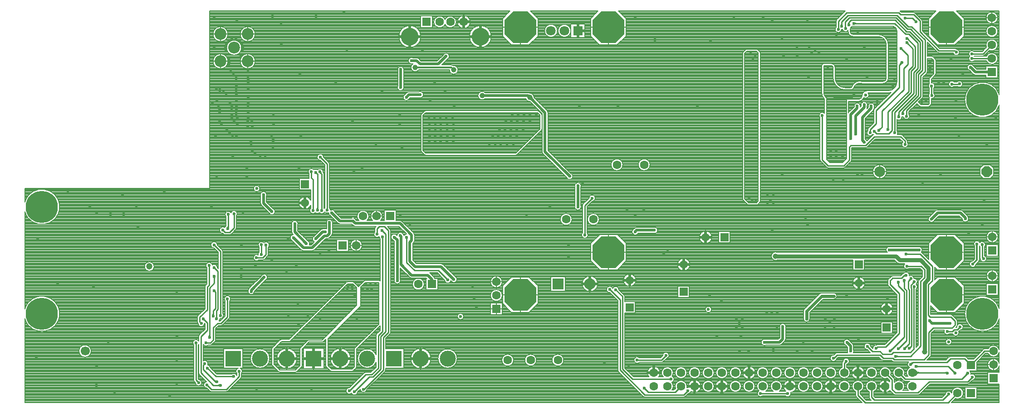
<source format=gbl>
G04*
G04 #@! TF.GenerationSoftware,Altium Limited,Altium Designer,18.1.7 (191)*
G04*
G04 Layer_Physical_Order=2*
G04 Layer_Color=16711680*
%FSLAX24Y24*%
%MOIN*%
G70*
G01*
G75*
%ADD10C,0.0118*%
%ADD13C,0.0098*%
%ADD14C,0.0079*%
%ADD16C,0.0236*%
%ADD18C,0.0197*%
%ADD109C,0.0669*%
%ADD117C,0.0866*%
%ADD119C,0.0709*%
%ADD125C,0.0315*%
%ADD128C,0.0472*%
%ADD149C,0.0138*%
%ADD166C,0.0787*%
%ADD167P,0.0852X8X22.5*%
%ADD168C,0.0630*%
%ADD169R,0.0630X0.0630*%
%ADD170R,0.0630X0.0630*%
%ADD171C,0.1299*%
%ADD172R,0.1181X0.1181*%
%ADD173C,0.1181*%
%ADD174C,0.0600*%
%ADD175R,0.0600X0.0600*%
%ADD176R,0.0600X0.0600*%
%ADD177R,0.0709X0.0709*%
%ADD178C,0.0827*%
%ADD179R,0.0827X0.0827*%
%ADD180P,0.2557X8X292.5*%
%ADD181C,0.2362*%
%ADD182C,0.0236*%
%ADD183C,0.0394*%
G36*
X14359Y1486D02*
X14371Y1487D01*
X14382Y1488D01*
X14393Y1489D01*
X14404Y1492D01*
X14413Y1495D01*
X14422Y1498D01*
X14431Y1503D01*
X14439Y1508D01*
X14446Y1513D01*
X14453Y1520D01*
Y1354D01*
X14446Y1361D01*
X14439Y1366D01*
X14431Y1371D01*
X14422Y1376D01*
X14413Y1379D01*
X14404Y1382D01*
X14393Y1385D01*
X14382Y1386D01*
X14371Y1387D01*
X14359Y1388D01*
Y1486D01*
D02*
G37*
G36*
X14119Y1816D02*
X14128Y1808D01*
X14137Y1801D01*
X14145Y1795D01*
X14154Y1791D01*
X14162Y1788D01*
X14169Y1786D01*
X14177Y1786D01*
X14184Y1787D01*
X14191Y1789D01*
X14198Y1792D01*
X14158Y1637D01*
X14156Y1639D01*
X14153Y1642D01*
X14062Y1735D01*
X14119Y1816D01*
D02*
G37*
G36*
X13770Y5129D02*
X13771Y5117D01*
X13772Y5106D01*
X13773Y5095D01*
X13776Y5085D01*
X13779Y5075D01*
X13782Y5066D01*
X13787Y5058D01*
X13792Y5050D01*
X13797Y5042D01*
X13804Y5035D01*
X13638D01*
X13645Y5042D01*
X13651Y5050D01*
X13656Y5058D01*
X13660Y5066D01*
X13664Y5075D01*
X13667Y5085D01*
X13669Y5095D01*
X13671Y5106D01*
X13672Y5117D01*
X13672Y5129D01*
X13770D01*
D02*
G37*
G36*
X13339Y6158D02*
X13331Y6166D01*
X13322Y6174D01*
X13313Y6180D01*
X13304Y6186D01*
X13295Y6190D01*
X13286Y6194D01*
X13277Y6197D01*
X13268Y6199D01*
X13259Y6200D01*
X13249Y6201D01*
X13366Y6318D01*
X13366Y6308D01*
X13368Y6299D01*
X13370Y6290D01*
X13373Y6281D01*
X13377Y6272D01*
X13381Y6263D01*
X13387Y6254D01*
X13393Y6245D01*
X13401Y6236D01*
X13409Y6228D01*
X13339Y6158D01*
D02*
G37*
G36*
X14291Y6497D02*
X14292Y6485D01*
X14293Y6474D01*
X14294Y6463D01*
X14297Y6453D01*
X14300Y6443D01*
X14303Y6434D01*
X14308Y6425D01*
X14313Y6417D01*
X14318Y6410D01*
X14325Y6403D01*
X14159D01*
X14166Y6410D01*
X14172Y6417D01*
X14177Y6425D01*
X14181Y6434D01*
X14185Y6443D01*
X14188Y6453D01*
X14190Y6463D01*
X14192Y6474D01*
X14193Y6485D01*
X14193Y6497D01*
X14291D01*
D02*
G37*
G36*
X14035Y6704D02*
X14036Y6692D01*
X14037Y6681D01*
X14038Y6670D01*
X14041Y6659D01*
X14044Y6650D01*
X14047Y6641D01*
X14052Y6632D01*
X14057Y6624D01*
X14063Y6617D01*
X14069Y6610D01*
X13904D01*
X13910Y6617D01*
X13916Y6624D01*
X13921Y6632D01*
X13925Y6641D01*
X13929Y6650D01*
X13932Y6659D01*
X13934Y6670D01*
X13936Y6681D01*
X13937Y6692D01*
X13937Y6704D01*
X14035D01*
D02*
G37*
G36*
X14026Y9271D02*
X14025Y9283D01*
X14024Y9294D01*
X14023Y9305D01*
X14020Y9315D01*
X14017Y9325D01*
X14014Y9334D01*
X14009Y9342D01*
X14004Y9350D01*
X13998Y9358D01*
X13992Y9364D01*
X14157D01*
X14151Y9358D01*
X14145Y9350D01*
X14140Y9342D01*
X14136Y9334D01*
X14132Y9325D01*
X14129Y9315D01*
X14127Y9305D01*
X14125Y9294D01*
X14124Y9283D01*
X14124Y9271D01*
X14026D01*
D02*
G37*
G36*
X15138Y13102D02*
X15138Y13090D01*
X15141Y13057D01*
X15142Y13047D01*
X15146Y13028D01*
X15149Y13020D01*
X15152Y13012D01*
X15155Y13005D01*
X14999Y13060D01*
X15007Y13064D01*
X15014Y13069D01*
X15020Y13075D01*
X15025Y13082D01*
X15029Y13090D01*
X15033Y13098D01*
X15036Y13108D01*
X15038Y13118D01*
X15039Y13129D01*
X15039Y13141D01*
X15138Y13102D01*
D02*
G37*
G36*
X21693Y14489D02*
X21693Y14477D01*
X21694Y14466D01*
X21696Y14455D01*
X21698Y14445D01*
X21701Y14435D01*
X21705Y14426D01*
X21709Y14418D01*
X21714Y14410D01*
X21720Y14402D01*
X21726Y14395D01*
X21561D01*
X21567Y14402D01*
X21573Y14410D01*
X21578Y14418D01*
X21582Y14426D01*
X21586Y14435D01*
X21589Y14445D01*
X21591Y14455D01*
X21593Y14466D01*
X21594Y14477D01*
X21594Y14489D01*
X21693D01*
D02*
G37*
G36*
X21608Y16946D02*
X21599Y16955D01*
X21581Y16970D01*
X21573Y16976D01*
X21565Y16981D01*
X21558Y16985D01*
X21551Y16988D01*
X21545Y16990D01*
X21538Y16990D01*
X21533Y16990D01*
X21634Y17091D01*
X21634Y17086D01*
X21634Y17079D01*
X21636Y17073D01*
X21639Y17066D01*
X21643Y17059D01*
X21648Y17051D01*
X21654Y17043D01*
X21661Y17034D01*
X21678Y17016D01*
X21608Y16946D01*
D02*
G37*
G36*
X21889Y16978D02*
X21880Y16987D01*
X21863Y17001D01*
X21854Y17008D01*
X21837Y17018D01*
X21829Y17023D01*
X21820Y17026D01*
X21812Y17029D01*
X21804Y17032D01*
X21946Y17116D01*
X21944Y17107D01*
X21943Y17098D01*
X21944Y17090D01*
X21945Y17081D01*
X21948Y17072D01*
X21952Y17063D01*
X21957Y17055D01*
X21963Y17046D01*
X21970Y17037D01*
X21978Y17028D01*
X21889Y16978D01*
D02*
G37*
G36*
X26489Y12664D02*
X26480Y12672D01*
X26471Y12680D01*
X26463Y12686D01*
X26454Y12692D01*
X26445Y12696D01*
X26436Y12700D01*
X26427Y12703D01*
X26417Y12705D01*
X26408Y12706D01*
X26399Y12707D01*
X26516Y12824D01*
X26516Y12814D01*
X26517Y12805D01*
X26519Y12796D01*
X26522Y12787D01*
X26526Y12778D01*
X26531Y12769D01*
X26536Y12760D01*
X26543Y12751D01*
X26550Y12742D01*
X26558Y12734D01*
X26489Y12664D01*
D02*
G37*
G36*
X28159Y12164D02*
X28159Y12176D01*
X28158Y12188D01*
X28156Y12198D01*
X28154Y12209D01*
X28151Y12218D01*
X28147Y12227D01*
X28143Y12236D01*
X28138Y12244D01*
X28132Y12251D01*
X28126Y12258D01*
X28291D01*
X28285Y12251D01*
X28279Y12244D01*
X28274Y12236D01*
X28270Y12227D01*
X28266Y12218D01*
X28263Y12209D01*
X28261Y12198D01*
X28259Y12188D01*
X28258Y12176D01*
X28258Y12164D01*
X28159D01*
D02*
G37*
G36*
X31129Y9344D02*
X31138Y9336D01*
X31147Y9328D01*
X31155Y9322D01*
X31164Y9316D01*
X31173Y9312D01*
X31182Y9308D01*
X31192Y9305D01*
X31201Y9303D01*
X31210Y9302D01*
X31219Y9301D01*
X31102Y9184D01*
X31102Y9194D01*
X31101Y9203D01*
X31099Y9212D01*
X31096Y9221D01*
X31092Y9230D01*
X31087Y9239D01*
X31082Y9248D01*
X31075Y9257D01*
X31068Y9266D01*
X31060Y9274D01*
X31129Y9344D01*
D02*
G37*
G36*
X45743Y1050D02*
X45734Y1058D01*
X45725Y1065D01*
X45717Y1072D01*
X45708Y1077D01*
X45699Y1082D01*
X45690Y1086D01*
X45681Y1089D01*
X45671Y1091D01*
X45662Y1092D01*
X45653Y1093D01*
X45770Y1209D01*
X45770Y1200D01*
X45771Y1191D01*
X45773Y1182D01*
X45776Y1173D01*
X45780Y1164D01*
X45785Y1155D01*
X45790Y1146D01*
X45797Y1137D01*
X45804Y1128D01*
X45812Y1119D01*
X45743Y1050D01*
D02*
G37*
G36*
X47440Y1929D02*
X47452Y1929D01*
X47463Y1930D01*
X47474Y1932D01*
X47484Y1934D01*
X47494Y1937D01*
X47503Y1941D01*
X47512Y1946D01*
X47520Y1951D01*
X47527Y1956D01*
X47534Y1963D01*
Y1797D01*
X47527Y1804D01*
X47520Y1809D01*
X47512Y1814D01*
X47503Y1819D01*
X47494Y1822D01*
X47484Y1825D01*
X47474Y1828D01*
X47463Y1829D01*
X47452Y1830D01*
X47440Y1831D01*
Y1929D01*
D02*
G37*
G36*
X60210Y28044D02*
X60210Y28032D01*
X60211Y28020D01*
X60213Y28010D01*
X60215Y27999D01*
X60218Y27990D01*
X60222Y27981D01*
X60226Y27972D01*
X60231Y27964D01*
X60237Y27957D01*
X60243Y27950D01*
X60078D01*
X60084Y27957D01*
X60090Y27964D01*
X60095Y27972D01*
X60099Y27981D01*
X60103Y27990D01*
X60106Y27999D01*
X60108Y28010D01*
X60110Y28020D01*
X60111Y28032D01*
X60111Y28044D01*
X60210D01*
D02*
G37*
G36*
X62650Y19967D02*
X62642Y19975D01*
X62633Y19983D01*
X62624Y19989D01*
X62615Y19995D01*
X62606Y19999D01*
X62597Y20003D01*
X62588Y20006D01*
X62579Y20008D01*
X62570Y20010D01*
X62560Y20010D01*
X62677Y20127D01*
X62677Y20117D01*
X62679Y20108D01*
X62681Y20099D01*
X62684Y20090D01*
X62688Y20081D01*
X62692Y20072D01*
X62698Y20063D01*
X62704Y20054D01*
X62712Y20045D01*
X62720Y20037D01*
X62650Y19967D01*
D02*
G37*
G36*
X63048Y20288D02*
X63040Y20279D01*
X63032Y20270D01*
X63026Y20262D01*
X63020Y20253D01*
X63015Y20244D01*
X63011Y20235D01*
X63007Y20226D01*
X63005Y20217D01*
X63003Y20208D01*
X63002Y20198D01*
X62894Y20324D01*
X62904Y20324D01*
X62913Y20325D01*
X62922Y20326D01*
X62931Y20329D01*
X62940Y20332D01*
X62949Y20336D01*
X62958Y20342D01*
X62967Y20348D01*
X62976Y20355D01*
X62984Y20364D01*
X63048Y20288D01*
D02*
G37*
G36*
X63622Y20422D02*
X63622Y20410D01*
X63623Y20399D01*
X63625Y20388D01*
X63627Y20377D01*
X63630Y20368D01*
X63633Y20358D01*
X63637Y20350D01*
X63642Y20341D01*
X63647Y20334D01*
X63653Y20327D01*
X63488Y20336D01*
X63495Y20342D01*
X63501Y20350D01*
X63506Y20357D01*
X63511Y20366D01*
X63515Y20374D01*
X63518Y20384D01*
X63520Y20394D01*
X63522Y20405D01*
X63523Y20416D01*
X63524Y20428D01*
X63622Y20422D01*
D02*
G37*
G36*
X60482Y27879D02*
X60483Y27867D01*
X60484Y27856D01*
X60486Y27845D01*
X60488Y27835D01*
X60491Y27826D01*
X60495Y27817D01*
X60500Y27809D01*
X60505Y27801D01*
X60511Y27794D01*
X60518Y27788D01*
X60353Y27774D01*
X60359Y27781D01*
X60364Y27789D01*
X60369Y27797D01*
X60373Y27806D01*
X60376Y27816D01*
X60379Y27825D01*
X60381Y27836D01*
X60383Y27847D01*
X60384Y27858D01*
X60384Y27870D01*
X60482Y27879D01*
D02*
G37*
G36*
X60728Y28131D02*
X60729Y28119D01*
X60730Y28108D01*
X60731Y28097D01*
X60734Y28087D01*
X60737Y28077D01*
X60740Y28068D01*
X60745Y28059D01*
X60750Y28051D01*
X60755Y28044D01*
X60762Y28037D01*
X60596D01*
X60603Y28044D01*
X60609Y28051D01*
X60614Y28059D01*
X60618Y28068D01*
X60622Y28077D01*
X60625Y28087D01*
X60627Y28097D01*
X60629Y28108D01*
X60630Y28119D01*
X60630Y28131D01*
X60728D01*
D02*
G37*
G36*
X61222Y28022D02*
X61210Y28021D01*
X61198Y28020D01*
X61187Y28019D01*
X61177Y28016D01*
X61168Y28013D01*
X61158Y28010D01*
X61150Y28005D01*
X61142Y28000D01*
X61135Y27995D01*
X61128Y27988D01*
Y28154D01*
X61135Y28147D01*
X61142Y28142D01*
X61150Y28136D01*
X61158Y28132D01*
X61168Y28128D01*
X61177Y28125D01*
X61187Y28123D01*
X61198Y28121D01*
X61210Y28120D01*
X61222Y28120D01*
Y28022D01*
D02*
G37*
G36*
X64924Y28521D02*
X64931Y28516D01*
X64939Y28510D01*
X64948Y28506D01*
X64957Y28502D01*
X64967Y28499D01*
X64977Y28497D01*
X64988Y28495D01*
X64999Y28494D01*
X65011Y28494D01*
Y28396D01*
X64999Y28395D01*
X64988Y28394D01*
X64977Y28393D01*
X64967Y28390D01*
X64957Y28387D01*
X64948Y28384D01*
X64939Y28379D01*
X64931Y28374D01*
X64924Y28369D01*
X64917Y28362D01*
Y28528D01*
X64924Y28521D01*
D02*
G37*
G36*
X65557Y28332D02*
X65566Y28324D01*
X65575Y28318D01*
X65584Y28312D01*
X65593Y28308D01*
X65602Y28304D01*
X65611Y28301D01*
X65620Y28299D01*
X65629Y28298D01*
X65639Y28297D01*
X65522Y28180D01*
X65521Y28190D01*
X65520Y28199D01*
X65518Y28208D01*
X65515Y28217D01*
X65511Y28226D01*
X65507Y28235D01*
X65501Y28244D01*
X65494Y28253D01*
X65487Y28262D01*
X65479Y28270D01*
X65549Y28340D01*
X65557Y28332D01*
D02*
G37*
G36*
X65061Y26980D02*
X65064Y26971D01*
X65068Y26963D01*
X65072Y26954D01*
X65077Y26946D01*
X65083Y26937D01*
X65096Y26920D01*
X65104Y26912D01*
X65112Y26903D01*
X65063Y26814D01*
X65054Y26822D01*
X65045Y26829D01*
X65036Y26835D01*
X65027Y26840D01*
X65019Y26844D01*
X65010Y26846D01*
X65001Y26848D01*
X64992Y26848D01*
X64983Y26848D01*
X64975Y26846D01*
X65059Y26988D01*
X65061Y26980D01*
D02*
G37*
G36*
X65072Y26633D02*
X65074Y26624D01*
X65076Y26615D01*
X65079Y26606D01*
X65083Y26597D01*
X65087Y26588D01*
X65093Y26579D01*
X65099Y26570D01*
X65107Y26561D01*
X65115Y26552D01*
X65045Y26483D01*
X65037Y26491D01*
X65028Y26498D01*
X65019Y26505D01*
X65010Y26510D01*
X65001Y26515D01*
X64992Y26519D01*
X64983Y26522D01*
X64974Y26524D01*
X64964Y26525D01*
X64955Y26526D01*
X65072Y26643D01*
X65072Y26633D01*
D02*
G37*
G36*
X64636Y26230D02*
X64637Y26220D01*
X64639Y26211D01*
X64642Y26202D01*
X64646Y26193D01*
X64651Y26184D01*
X64657Y26175D01*
X64663Y26166D01*
X64670Y26158D01*
X64679Y26149D01*
X64609Y26079D01*
X64600Y26088D01*
X64592Y26095D01*
X64583Y26101D01*
X64574Y26107D01*
X64565Y26112D01*
X64556Y26115D01*
X64547Y26118D01*
X64537Y26120D01*
X64528Y26122D01*
X64519Y26122D01*
X64636Y26239D01*
X64636Y26230D01*
D02*
G37*
G36*
X64576Y25088D02*
X64566Y25087D01*
X64557Y25086D01*
X64548Y25084D01*
X64539Y25081D01*
X64530Y25077D01*
X64521Y25072D01*
X64512Y25067D01*
X64503Y25060D01*
X64494Y25053D01*
X64486Y25045D01*
X64416Y25114D01*
X64424Y25123D01*
X64431Y25132D01*
X64438Y25141D01*
X64444Y25150D01*
X64448Y25159D01*
X64452Y25168D01*
X64455Y25177D01*
X64457Y25186D01*
X64458Y25195D01*
X64459Y25205D01*
X64576Y25088D01*
D02*
G37*
G36*
X64695Y21593D02*
X64696Y21582D01*
X64698Y21571D01*
X64700Y21561D01*
X64703Y21551D01*
X64707Y21542D01*
X64711Y21534D01*
X64716Y21526D01*
X64722Y21518D01*
X64728Y21512D01*
X64563D01*
X64569Y21518D01*
X64575Y21526D01*
X64580Y21534D01*
X64584Y21542D01*
X64588Y21551D01*
X64591Y21561D01*
X64593Y21571D01*
X64595Y21582D01*
X64596Y21593D01*
X64596Y21605D01*
X64695D01*
X64695Y21593D01*
D02*
G37*
G36*
X64400Y21347D02*
X64401Y21336D01*
X64403Y21325D01*
X64405Y21315D01*
X64408Y21305D01*
X64412Y21296D01*
X64416Y21288D01*
X64421Y21280D01*
X64427Y21272D01*
X64433Y21265D01*
X64268D01*
X64274Y21272D01*
X64280Y21280D01*
X64285Y21288D01*
X64289Y21296D01*
X64293Y21305D01*
X64296Y21315D01*
X64298Y21325D01*
X64300Y21336D01*
X64301Y21347D01*
X64301Y21359D01*
X64400D01*
X64400Y21347D01*
D02*
G37*
G36*
X64983Y11159D02*
X64990Y11153D01*
X64998Y11148D01*
X65007Y11144D01*
X65016Y11140D01*
X65026Y11137D01*
X65036Y11135D01*
X65047Y11133D01*
X65058Y11132D01*
X65070Y11132D01*
Y11033D01*
X65058Y11033D01*
X65047Y11032D01*
X65036Y11030D01*
X65026Y11028D01*
X65016Y11025D01*
X65007Y11021D01*
X64998Y11017D01*
X64990Y11012D01*
X64983Y11006D01*
X64976Y11000D01*
Y11165D01*
X64983Y11159D01*
D02*
G37*
G36*
X65245Y9163D02*
X65236Y9163D01*
X65226Y9162D01*
X65217Y9160D01*
X65208Y9157D01*
X65199Y9153D01*
X65190Y9148D01*
X65181Y9143D01*
X65172Y9136D01*
X65164Y9129D01*
X65155Y9121D01*
X65085Y9190D01*
X65093Y9199D01*
X65101Y9208D01*
X65107Y9217D01*
X65113Y9225D01*
X65118Y9234D01*
X65121Y9243D01*
X65124Y9253D01*
X65126Y9262D01*
X65128Y9271D01*
X65128Y9280D01*
X65245Y9163D01*
D02*
G37*
G36*
X64830Y9072D02*
X64825Y9065D01*
X64820Y9057D01*
X64815Y9048D01*
X64812Y9039D01*
X64809Y9029D01*
X64806Y9019D01*
X64804Y9008D01*
X64803Y8997D01*
X64803Y8985D01*
X64705D01*
X64704Y8997D01*
X64703Y9008D01*
X64702Y9019D01*
X64699Y9029D01*
X64696Y9039D01*
X64693Y9048D01*
X64688Y9057D01*
X64683Y9065D01*
X64678Y9072D01*
X64671Y9079D01*
X64837D01*
X64830Y9072D01*
D02*
G37*
G36*
X65510Y8954D02*
X65501Y8952D01*
X65492Y8950D01*
X65483Y8946D01*
X65474Y8943D01*
X65466Y8938D01*
X65457Y8933D01*
X65448Y8927D01*
X65439Y8920D01*
X65422Y8904D01*
X65340Y8961D01*
X65348Y8970D01*
X65355Y8979D01*
X65362Y8987D01*
X65367Y8996D01*
X65371Y9005D01*
X65374Y9014D01*
X65376Y9023D01*
X65377Y9032D01*
X65377Y9041D01*
X65376Y9050D01*
X65510Y8954D01*
D02*
G37*
G36*
X64407Y8944D02*
X64401Y8937D01*
X64396Y8929D01*
X64392Y8920D01*
X64388Y8911D01*
X64385Y8902D01*
X64383Y8891D01*
X64381Y8881D01*
X64380Y8869D01*
X64380Y8857D01*
X64282D01*
X64281Y8869D01*
X64280Y8881D01*
X64278Y8891D01*
X64276Y8902D01*
X64273Y8911D01*
X64269Y8920D01*
X64265Y8929D01*
X64260Y8937D01*
X64254Y8944D01*
X64248Y8951D01*
X64413D01*
X64407Y8944D01*
D02*
G37*
G36*
X65299Y4245D02*
X65290Y4236D01*
X65283Y4227D01*
X65277Y4219D01*
X65271Y4210D01*
X65266Y4201D01*
X65263Y4192D01*
X65260Y4183D01*
X65257Y4173D01*
X65256Y4164D01*
X65256Y4155D01*
X65139Y4272D01*
X65148Y4272D01*
X65158Y4273D01*
X65167Y4275D01*
X65176Y4278D01*
X65185Y4282D01*
X65194Y4287D01*
X65203Y4292D01*
X65212Y4299D01*
X65220Y4306D01*
X65229Y4314D01*
X65299Y4245D01*
D02*
G37*
G36*
X64945Y4239D02*
X64937Y4230D01*
X64929Y4221D01*
X64923Y4213D01*
X64918Y4204D01*
X64914Y4195D01*
X64910Y4186D01*
X64908Y4177D01*
X64907Y4168D01*
X64907Y4158D01*
X64907Y4149D01*
X64777Y4251D01*
X64786Y4253D01*
X64795Y4255D01*
X64804Y4258D01*
X64813Y4261D01*
X64822Y4266D01*
X64831Y4271D01*
X64840Y4277D01*
X64849Y4284D01*
X64857Y4291D01*
X64866Y4299D01*
X64945Y4239D01*
D02*
G37*
G36*
X64501Y4205D02*
X64493Y4197D01*
X64486Y4188D01*
X64479Y4179D01*
X64474Y4170D01*
X64469Y4161D01*
X64465Y4152D01*
X64462Y4143D01*
X64460Y4134D01*
X64459Y4125D01*
X64459Y4115D01*
X64342Y4232D01*
X64351Y4233D01*
X64360Y4234D01*
X64370Y4236D01*
X64379Y4239D01*
X64388Y4243D01*
X64397Y4247D01*
X64406Y4253D01*
X64414Y4259D01*
X64423Y4267D01*
X64432Y4275D01*
X64501Y4205D01*
D02*
G37*
G36*
X63891Y4068D02*
X63883Y4059D01*
X63876Y4050D01*
X63869Y4041D01*
X63864Y4032D01*
X63859Y4024D01*
X63855Y4014D01*
X63852Y4005D01*
X63850Y3996D01*
X63849Y3987D01*
X63848Y3978D01*
X63731Y4094D01*
X63741Y4095D01*
X63750Y4096D01*
X63759Y4098D01*
X63768Y4101D01*
X63777Y4105D01*
X63786Y4110D01*
X63795Y4115D01*
X63804Y4122D01*
X63813Y4129D01*
X63822Y4137D01*
X63891Y4068D01*
D02*
G37*
G36*
X64205Y3649D02*
X64213Y3643D01*
X64221Y3638D01*
X64229Y3634D01*
X64238Y3630D01*
X64248Y3627D01*
X64258Y3625D01*
X64269Y3623D01*
X64280Y3622D01*
X64292Y3622D01*
Y3524D01*
X64280Y3523D01*
X64269Y3522D01*
X64258Y3521D01*
X64248Y3518D01*
X64238Y3515D01*
X64229Y3512D01*
X64221Y3507D01*
X64213Y3502D01*
X64205Y3497D01*
X64199Y3490D01*
Y3656D01*
X64205Y3649D01*
D02*
G37*
G36*
X65397Y3064D02*
X65389Y3055D01*
X65382Y3046D01*
X65375Y3037D01*
X65369Y3029D01*
X65365Y3020D01*
X65361Y3011D01*
X65358Y3001D01*
X65356Y2992D01*
X65355Y2983D01*
X65354Y2974D01*
X65237Y3091D01*
X65247Y3091D01*
X65256Y3092D01*
X65265Y3094D01*
X65274Y3097D01*
X65283Y3101D01*
X65292Y3106D01*
X65301Y3111D01*
X65310Y3118D01*
X65319Y3125D01*
X65327Y3133D01*
X65397Y3064D01*
D02*
G37*
G36*
X65712Y2901D02*
X65720Y2895D01*
X65728Y2890D01*
X65736Y2886D01*
X65745Y2882D01*
X65755Y2879D01*
X65765Y2877D01*
X65776Y2875D01*
X65787Y2874D01*
X65799Y2874D01*
Y2776D01*
X65787Y2775D01*
X65776Y2774D01*
X65765Y2773D01*
X65755Y2770D01*
X65745Y2767D01*
X65736Y2764D01*
X65728Y2759D01*
X65720Y2754D01*
X65712Y2748D01*
X65705Y2742D01*
Y2907D01*
X65712Y2901D01*
D02*
G37*
G36*
X68412Y2485D02*
X68420Y2478D01*
X68429Y2472D01*
X68438Y2466D01*
X68447Y2461D01*
X68456Y2457D01*
X68465Y2454D01*
X68474Y2452D01*
X68484Y2451D01*
X68493Y2451D01*
X68376Y2334D01*
X68376Y2343D01*
X68374Y2352D01*
X68372Y2362D01*
X68369Y2371D01*
X68366Y2380D01*
X68361Y2389D01*
X68355Y2398D01*
X68349Y2406D01*
X68341Y2415D01*
X68333Y2424D01*
X68403Y2494D01*
X68412Y2485D01*
D02*
G37*
G36*
X67822Y2273D02*
X67819Y2281D01*
X67814Y2287D01*
X67809Y2293D01*
X67803Y2299D01*
X67795Y2303D01*
X67787Y2307D01*
X67778Y2309D01*
X67768Y2311D01*
X67756Y2313D01*
X67744Y2313D01*
X67797Y2411D01*
X67809Y2412D01*
X67852Y2414D01*
X67861Y2416D01*
X67877Y2419D01*
X67884Y2421D01*
X67890Y2423D01*
X67822Y2273D01*
D02*
G37*
G36*
X69418Y2215D02*
X69409Y2214D01*
X69400Y2213D01*
X69390Y2211D01*
X69381Y2208D01*
X69372Y2204D01*
X69363Y2199D01*
X69354Y2194D01*
X69345Y2187D01*
X69337Y2180D01*
X69328Y2172D01*
X69258Y2241D01*
X69267Y2250D01*
X69274Y2259D01*
X69280Y2268D01*
X69286Y2277D01*
X69291Y2286D01*
X69295Y2295D01*
X69298Y2304D01*
X69300Y2313D01*
X69301Y2322D01*
X69301Y2332D01*
X69418Y2215D01*
D02*
G37*
G36*
X65615Y2550D02*
X65677Y2495D01*
X65707Y2473D01*
X65735Y2454D01*
X65762Y2439D01*
X65787Y2427D01*
X65812Y2418D01*
X65835Y2413D01*
X65857Y2411D01*
Y2313D01*
X65835Y2311D01*
X65812Y2306D01*
X65787Y2298D01*
X65762Y2286D01*
X65735Y2270D01*
X65707Y2251D01*
X65677Y2229D01*
X65615Y2174D01*
X65582Y2142D01*
Y2583D01*
X65615Y2550D01*
D02*
G37*
D10*
X70098Y10659D02*
Y11841D01*
X69793Y10354D02*
X70098Y10659D01*
D13*
X70661Y3953D02*
X71319D01*
X69652Y2943D02*
X70661Y3953D01*
X63357Y2362D02*
X63868Y1851D01*
Y1128D02*
Y1851D01*
Y1128D02*
X64111Y886D01*
X65768D01*
X66585Y1703D01*
X69419D01*
X64810Y1909D02*
X68996D01*
X69419Y1703D02*
X69754Y2037D01*
X67913Y5394D02*
X68294D01*
X68441Y5541D01*
X68671D01*
X68858Y5728D01*
X68996Y1909D02*
X69419Y2333D01*
X64357Y2362D02*
X64810Y1909D01*
X66220Y3327D02*
X66575Y3681D01*
X64012Y3327D02*
X66220D01*
X63914Y3425D02*
X64012Y3327D01*
X63224Y3425D02*
X63914D01*
X62978Y3671D02*
X63224Y3425D01*
X64926Y21240D02*
Y21647D01*
X66253Y9373D02*
Y9957D01*
X66004Y10207D02*
X66253Y9957D01*
X64951Y10207D02*
X66004D01*
X70492Y10837D02*
X70581Y10748D01*
X70492Y10837D02*
Y11782D01*
X64646Y21618D02*
X65797Y22769D01*
X65965Y9085D02*
X66253Y9373D01*
X65965Y4320D02*
Y9085D01*
X65217Y3573D02*
X65965Y4320D01*
X67884Y2362D02*
X67933Y2313D01*
X65357Y2362D02*
X67884D01*
X68002Y2825D02*
X68494Y2333D01*
X65621Y2825D02*
X68002D01*
X69199Y3396D02*
X69652Y2943D01*
X68159Y3396D02*
X69199D01*
X67904Y3140D02*
X68159Y3396D01*
X65404Y3140D02*
X67904D01*
X65236Y2972D02*
X65404Y3140D01*
X67589Y344D02*
X68022Y778D01*
X62569Y344D02*
X67589D01*
X62357Y556D02*
X62569Y344D01*
X62357Y556D02*
Y1362D01*
X67986Y167D02*
X68675Y856D01*
X61900Y167D02*
X67986D01*
X61357Y710D02*
X61900Y167D01*
X61357Y710D02*
Y1362D01*
X54203Y827D02*
X56201D01*
X56191Y817D02*
X56201Y827D01*
X63573Y20240D02*
Y21547D01*
X64892Y11083D02*
X65935D01*
X66824Y10194D01*
X64813Y19173D02*
Y19419D01*
X64498Y19734D02*
X64813Y19419D01*
X62563Y19734D02*
X64498D01*
X14518Y6575D02*
Y11309D01*
X14055Y11772D02*
X14518Y11309D01*
X61913Y19085D02*
X62563Y19734D01*
X60840Y19085D02*
X61913D01*
X60718Y18012D02*
Y18963D01*
X60315Y17608D02*
X60718Y18012D01*
X59163Y17608D02*
X60315D01*
X58740Y18032D02*
X59163Y17608D01*
X58740Y18032D02*
Y21299D01*
X59560Y3425D02*
X59587D01*
X59833Y3671D01*
X62978D01*
X66575Y3681D02*
Y5325D01*
X66909Y5659D01*
X68268D01*
X68484Y5876D01*
Y6171D01*
X68179Y6476D02*
X68484Y6171D01*
X66654Y6476D02*
X68179D01*
X66535Y6594D02*
X66654Y6476D01*
X66535Y6594D02*
Y8848D01*
X66824Y9137D01*
Y10194D01*
X65069Y9104D02*
X65246Y9281D01*
X65069Y8520D02*
Y9104D01*
X60718Y18963D02*
X60840Y19085D01*
X62429Y3917D02*
X62982D01*
X62047Y4299D02*
X62429Y3917D01*
X64114Y3573D02*
X65217D01*
X41289Y14665D02*
X41831Y15207D01*
X41289Y12500D02*
Y14665D01*
X43563Y8474D02*
X44055Y7982D01*
Y2632D02*
Y7982D01*
Y2632D02*
X44808Y1880D01*
X47618D01*
X48543Y728D02*
X48858Y1043D01*
X45709Y728D02*
X48543D01*
X43878Y2559D02*
X45709Y728D01*
X43878Y2559D02*
Y7726D01*
X43120Y8484D02*
X43878Y7726D01*
X26024Y12549D02*
Y12963D01*
X26181Y13120D01*
X26555D01*
X26850Y12825D01*
Y5326D02*
Y12825D01*
X26476Y4952D02*
X26850Y5326D01*
X26476Y2560D02*
Y4952D01*
X25058Y1142D02*
X26476Y2560D01*
X25030Y1142D02*
X25058D01*
X24360Y945D02*
X25463Y2047D01*
X25713D01*
X45652Y1211D02*
X45947Y915D01*
X47910D01*
X48357Y1362D01*
X26398Y12825D02*
X26673Y12549D01*
Y5399D02*
Y12549D01*
X26299Y5025D02*
X26673Y5399D01*
X26299Y2633D02*
Y5025D01*
X25713Y2047D02*
X26299Y2633D01*
X26427Y5404D02*
Y12368D01*
X26122Y5098D02*
X26427Y5404D01*
X26122Y2707D02*
Y5098D01*
X25640Y2224D02*
X26122Y2707D01*
X25187Y2224D02*
X25640D01*
X23986Y1024D02*
X25187Y2224D01*
X15896Y2077D02*
Y2470D01*
X47246Y3615D02*
Y3642D01*
X46919Y3287D02*
X47246Y3615D01*
X45138Y3287D02*
X46919D01*
X14961Y1142D02*
X15896Y2077D01*
X13846Y1142D02*
X14961D01*
X13524Y1464D02*
X13846Y1142D01*
X12726Y1811D02*
X12913Y1624D01*
X12726Y1811D02*
Y4567D01*
X13465D02*
X13789D01*
X14006Y4783D01*
Y5699D01*
X14311Y6004D01*
X14572D01*
X15039Y6471D01*
X12992Y6102D02*
X13110Y5984D01*
X12992Y6102D02*
Y6447D01*
X13544Y6999D01*
Y8676D01*
X13691Y8823D01*
Y10246D01*
X14695Y12854D02*
X14862Y12687D01*
X15197D01*
X15522Y13012D01*
Y14065D01*
X13248Y6319D02*
X13544Y6023D01*
Y5493D02*
Y6023D01*
X13091Y5039D02*
X13544Y5493D01*
X13091Y2352D02*
Y5039D01*
Y2352D02*
X14006Y1437D01*
X14537D01*
X14173Y1693D02*
X14262D01*
X13268Y2598D02*
X14173Y1693D01*
X13268Y2598D02*
Y2933D01*
X13366Y3031D01*
X13544Y2697D02*
X13573D01*
X14193Y2077D01*
X15502D01*
X14075Y8957D02*
Y9449D01*
X13721Y8603D02*
X14075Y8957D01*
X13721Y4951D02*
Y8603D01*
X14055Y8396D02*
X14163Y8287D01*
Y7091D02*
Y8287D01*
X13986Y6914D02*
X14163Y7091D01*
X13986Y6526D02*
Y6914D01*
X14055Y10098D02*
X14341Y9813D01*
Y7018D02*
Y9813D01*
X14242Y6919D02*
X14341Y7018D01*
X14242Y6319D02*
Y6919D01*
X30522Y9882D02*
X31220Y9183D01*
X28799Y9882D02*
X30522D01*
X28209Y10472D02*
X28799Y9882D01*
X28209Y10472D02*
Y12343D01*
X15039Y6471D02*
Y7795D01*
X17175Y10827D02*
X17631D01*
X17875Y11070D01*
Y11753D01*
X17530Y11073D02*
Y11782D01*
X63632Y19961D02*
X63873Y20201D01*
X62559Y20128D02*
X62726Y19961D01*
X63632D01*
X64050Y21523D02*
X65443Y22916D01*
X64050Y20024D02*
Y21523D01*
X64045Y20020D02*
X64050Y20024D01*
X63873Y20201D02*
Y21596D01*
X63566Y20247D02*
X63573Y20240D01*
Y20239D02*
Y20240D01*
X21201Y16693D02*
Y17165D01*
Y16693D02*
X21313Y16581D01*
X21517Y17107D02*
X21644Y16980D01*
Y14311D02*
Y16980D01*
X21811Y17126D02*
X21969Y16968D01*
Y14301D02*
Y16968D01*
X21860Y18228D02*
X22356Y17733D01*
Y14341D02*
Y17733D01*
X15089Y12963D02*
Y14016D01*
X64754Y8585D02*
Y9163D01*
X64331Y8757D02*
X64764Y8324D01*
X64331Y8757D02*
Y9035D01*
X63719Y8868D02*
Y9135D01*
X64409Y5266D02*
Y8178D01*
X64764Y5010D02*
Y8324D01*
X64941Y4715D02*
Y8398D01*
X65118Y4482D02*
Y8471D01*
X65246Y8594D02*
Y8798D01*
X65295Y4311D02*
Y8544D01*
X63719Y8868D02*
X64409Y8178D01*
X64754Y8585D02*
X64941Y8398D01*
X65069Y8520D02*
X65118Y8471D01*
X65246Y8594D02*
X65295Y8544D01*
X63399Y4255D02*
X64409Y5266D01*
X63730Y3976D02*
X64764Y5010D01*
X65246Y8798D02*
X65492Y9044D01*
X64341Y4114D02*
X64941Y4715D01*
X65492Y9044D02*
Y9071D01*
X64790Y4154D02*
X65118Y4482D01*
X65138Y4154D02*
X65295Y4311D01*
X62789Y4255D02*
X63399D01*
X63970Y3868D02*
X65217D01*
X63832Y3730D02*
X63970Y3868D01*
X63169Y3730D02*
X63832D01*
X64790Y4134D02*
Y4154D01*
X65472Y8676D02*
X65492Y8696D01*
X65472Y4124D02*
Y8676D01*
X70553Y25837D02*
X71201Y26484D01*
X69734Y25837D02*
X70553D01*
X68455Y26073D02*
X68583Y25945D01*
X67301Y26073D02*
X68455D01*
X65915Y27459D02*
X67301Y26073D01*
X64079Y28317D02*
X64926Y27470D01*
X60846Y28317D02*
X64079D01*
X60679Y28150D02*
X60846Y28317D01*
X60728Y28494D02*
X64153D01*
X60640Y28671D02*
X64226D01*
X60522Y28848D02*
X64350D01*
X60433Y28199D02*
X60728Y28494D01*
X64153D02*
X64999Y27648D01*
X60160Y28192D02*
X60640Y28671D01*
X64226D02*
X65073Y27825D01*
X59914Y28241D02*
X60522Y28848D01*
X64350D02*
X64488Y28711D01*
X69729Y25484D02*
X71201D01*
X69728Y25484D02*
X69729Y25484D01*
X65915Y27459D02*
Y28252D01*
X65456Y28711D02*
X65915Y28252D01*
X64488Y28711D02*
X65456D01*
X59914Y27639D02*
Y28241D01*
X62047Y4299D02*
X62047Y4299D01*
X62982Y3917D02*
X63169Y3730D01*
X65217Y3868D02*
X65472Y4124D01*
X64926Y21647D02*
X65974Y22696D01*
Y24213D01*
X66280Y24518D01*
X65374Y28445D02*
X65640Y28179D01*
X64833Y28445D02*
X65374D01*
X66280Y24518D02*
Y26844D01*
X65299Y27825D02*
X66280Y26844D01*
X65073Y27825D02*
X65299D01*
X60160Y27866D02*
Y28192D01*
X60357Y2362D02*
Y3074D01*
X60492Y3209D01*
X62680Y4164D02*
X62697D01*
X62789Y4255D01*
X63719Y9135D02*
X63894Y9311D01*
X64547D01*
X64764Y9528D01*
X64902D01*
X64646Y21427D02*
Y21618D01*
X65797Y22769D02*
Y24324D01*
X66102Y24629D01*
Y26771D01*
X65226Y27648D02*
X66102Y26771D01*
X64999Y27648D02*
X65226D01*
X60433Y27707D02*
Y28199D01*
Y27707D02*
X60443Y27697D01*
X64350Y21181D02*
Y21573D01*
X65620Y22843D01*
Y24398D01*
X65925Y24703D01*
Y26697D01*
X65152Y27470D02*
X65925Y26697D01*
X64926Y27470D02*
X65152D01*
X60679Y27953D02*
Y28150D01*
X65443Y22916D02*
Y24471D01*
X65748Y24776D01*
Y26624D01*
X65079Y27293D02*
X65748Y26624D01*
X64852Y27293D02*
X65079D01*
X64075Y28071D02*
X64852Y27293D01*
X61043Y28071D02*
X64075D01*
X62687Y20699D02*
Y21663D01*
X63140Y20449D02*
Y21615D01*
X63873Y21596D02*
X65266Y22989D01*
Y24544D01*
X65571Y24850D01*
Y26375D01*
X64986Y26960D02*
X65571Y26375D01*
X64944Y26960D02*
X64986D01*
X63573Y21547D02*
X65089Y23063D01*
Y24618D01*
X65394Y24923D01*
Y26204D01*
X64954Y26644D02*
X65394Y26204D01*
X62884Y20207D02*
X62897D01*
X63140Y20449D01*
Y21615D02*
X64734Y23210D01*
Y24765D01*
X65030Y25060D01*
Y25728D01*
X64518Y26240D02*
X65030Y25728D01*
X62244Y20256D02*
X62687Y20699D01*
X62244Y20020D02*
Y20256D01*
X62687Y21663D02*
X64380Y23356D01*
Y25009D01*
X64577Y25206D01*
X66772Y22756D02*
Y23474D01*
Y22756D02*
X66782Y22766D01*
X68801Y23602D02*
X68812Y23613D01*
X68258Y23602D02*
X68801D01*
X21811Y17126D02*
X21832Y17147D01*
X21313Y14301D02*
Y16581D01*
D14*
X71634Y28484D02*
G03*
X71634Y28484I-433J0D01*
G01*
Y27484D02*
G03*
X71634Y27484I-433J0D01*
G01*
X71037Y26083D02*
G03*
X71634Y26484I164J401D01*
G01*
D02*
G03*
X70800Y26320I-433J0D01*
G01*
X71741Y22826D02*
G03*
X71741Y22064I-1242J-381D01*
G01*
X70553Y25669D02*
G03*
X70671Y25718I0J167D01*
G01*
X70801Y25317D02*
G03*
X71634Y25484I399J167D01*
G01*
D02*
G03*
X70801Y25652I-433J0D01*
G01*
X70553Y25669D02*
G03*
X70671Y25718I0J167D01*
G01*
X69901Y26004D02*
G03*
X69574Y25663I-167J-167D01*
G01*
D02*
G03*
X69895Y25317I154J-179D01*
G01*
X69838Y24946D02*
G03*
X69555Y24617I-212J-104D01*
G01*
X69841Y24331D02*
G03*
X69994Y24268I153J153D01*
G01*
X69841Y24331D02*
G03*
X69994Y24268I153J153D01*
G01*
X68573Y26191D02*
G03*
X68455Y26240I-118J-118D01*
G01*
X68573Y26191D02*
G03*
X68455Y26240I-118J-118D01*
G01*
X68819Y25945D02*
G03*
X68583Y26181I-236J0D01*
G01*
X67183Y25955D02*
G03*
X67301Y25906I118J118D01*
G01*
X67183Y25955D02*
G03*
X67301Y25906I118J118D01*
G01*
X68350D02*
G03*
X68819Y25945I233J39D01*
G01*
X67077Y25354D02*
G03*
X67030Y25466I-157J0D01*
G01*
X67077Y25354D02*
G03*
X67031Y25466I-157J0D01*
G01*
X66883Y25613D02*
G03*
X66772Y25659I-111J-111D01*
G01*
X66883Y25613D02*
G03*
X66772Y25659I-112J-111D01*
G01*
X67030Y24249D02*
G03*
X67077Y24360I-111J112D01*
G01*
X67031Y24249D02*
G03*
X67077Y24360I-111J111D01*
G01*
X68657Y23435D02*
G03*
X69049Y23613I155J178D01*
G01*
D02*
G03*
X68635Y23770I-236J0D01*
G01*
X68425D02*
G03*
X68425Y23435I-167J-167D01*
G01*
X67008Y23474D02*
G03*
X66752Y23710I-236J0D01*
G01*
X66939Y23308D02*
G03*
X67008Y23474I-167J167D01*
G01*
X67018Y22766D02*
G03*
X66939Y22942I-236J0D01*
G01*
X66752Y22531D02*
G03*
X67018Y22766I30J234D01*
G01*
X66706Y22054D02*
G03*
X66752Y22165I-111J111D01*
G01*
X66706Y22054D02*
G03*
X66752Y22165I-111J112D01*
G01*
X66516Y21929D02*
G03*
X66627Y21975I0J157D01*
G01*
X66516Y21929D02*
G03*
X66627Y21975I0J157D01*
G01*
X71662Y12362D02*
G03*
X71662Y12362I-433J0D01*
G01*
X69468Y13777D02*
G03*
X69405Y13913I-216J-17D01*
G01*
X70728Y11782D02*
G03*
X70314Y11937I-236J0D01*
G01*
X70314D02*
G03*
X69921Y11684I-216J-96D01*
G01*
X69468Y13777D02*
G03*
X69405Y13913I-216J-17D01*
G01*
X69488Y13681D02*
G03*
X69468Y13777I-236J0D01*
G01*
X70659Y11615D02*
G03*
X70728Y11782I-167J167D01*
G01*
X70276Y11685D02*
G03*
X70325Y11615I216J96D01*
G01*
X70817Y10748D02*
G03*
X70659Y10971I-236J0D01*
G01*
X70345Y10758D02*
G03*
X70817Y10748I236J-9D01*
G01*
X71662Y9494D02*
G03*
X71662Y9494I-433J0D01*
G01*
X70325Y10837D02*
G03*
X70345Y10758I167J0D01*
G01*
X70325Y10837D02*
G03*
X70345Y10758I167J0D01*
G01*
X70224Y10534D02*
G03*
X70276Y10659I-125J125D01*
G01*
X70224Y10534D02*
G03*
X70276Y10659I-125J125D01*
G01*
X69779Y10590D02*
G03*
X70029Y10340I15J-236D01*
G01*
X69041Y14277D02*
G03*
X68888Y14341I-153J-153D01*
G01*
X69041Y14277D02*
G03*
X68888Y14341I-153J-153D01*
G01*
X67215D02*
G03*
X67061Y14277I0J-217D01*
G01*
X67215Y14341D02*
G03*
X67061Y14277I0J-217D01*
G01*
X69016Y13690D02*
G03*
X69488Y13681I236J-9D01*
G01*
X66675Y13891D02*
G03*
X66982Y13585I86J-220D01*
G01*
X66083Y28252D02*
G03*
X66034Y28370I-167J0D01*
G01*
X65575Y28829D02*
G03*
X65456Y28878I-118J-118D01*
G01*
X65575Y28829D02*
G03*
X65456Y28878I-118J-118D01*
G01*
X66083Y28252D02*
G03*
X66034Y28370I-167J0D01*
G01*
X63435Y26506D02*
G03*
X62835Y27106I-600J0D01*
G01*
X63573Y22963D02*
G03*
X63776Y22989I0J797D01*
G01*
X63189Y23799D02*
G03*
X63435Y24045I0J246D01*
G01*
X60150Y27630D02*
G03*
X60215Y27636I10J236D01*
G01*
X61700Y23799D02*
G03*
X60911Y23416I-194J-605D01*
G01*
X60640Y27461D02*
G03*
X60994Y27106I354J0D01*
G01*
X60825Y23334D02*
G03*
X60903Y23389I12J66D01*
G01*
X60215Y27636D02*
G03*
X60640Y27566I228J61D01*
G01*
X59796Y28359D02*
G03*
X59747Y28241I118J-118D01*
G01*
X59796Y28359D02*
G03*
X59747Y28241I118J-118D01*
G01*
X62165Y22807D02*
G03*
X62107Y22963I-236J0D01*
G01*
X61796Y22612D02*
G03*
X62165Y22807I133J195D01*
G01*
X62057Y22087D02*
G03*
X61604Y21992I-236J0D01*
G01*
X62037D02*
G03*
X62057Y22087I-217J94D01*
G01*
X61388Y22323D02*
G03*
X61796Y22612I0J433D01*
G01*
X65893Y21975D02*
G03*
X66004Y21929I111J111D01*
G01*
X65892Y21975D02*
G03*
X66004Y21929I112J111D01*
G01*
X62549Y21894D02*
G03*
X62569Y21988I-217J94D01*
G01*
X65157Y21240D02*
G03*
X65093Y21402I-236J0D01*
G01*
X62569Y21988D02*
G03*
X62114Y21899I-236J0D01*
G01*
X62569Y21782D02*
G03*
X62520Y21663I118J-118D01*
G01*
X62486Y21658D02*
G03*
X62549Y21811I-153J153D01*
G01*
X62569Y21782D02*
G03*
X62520Y21663I118J-118D01*
G01*
X62485Y21658D02*
G03*
X62549Y21811I-153J153D01*
G01*
X64689Y21195D02*
G03*
X65157Y21240I232J45D01*
G01*
X64586Y21199D02*
G03*
X64689Y21195I60J229D01*
G01*
X64282Y20020D02*
G03*
X64217Y20182I-236J0D01*
G01*
X64616Y19853D02*
G03*
X64498Y19902I-118J-118D01*
G01*
X64616Y19853D02*
G03*
X64498Y19902I-118J-118D01*
G01*
X64250D02*
G03*
X64282Y20020I-205J118D01*
G01*
X64217Y20986D02*
G03*
X64587Y21181I133J195D01*
G01*
X62010Y21795D02*
G03*
X62037Y21900I-190J105D01*
G01*
X62010Y21795D02*
G03*
X62037Y21900I-190J105D01*
G01*
X61535Y21920D02*
G03*
X61545Y21988I-226J68D01*
G01*
D02*
G03*
X61083Y21920I-236J0D01*
G01*
X62126Y20374D02*
G03*
X62077Y20256I118J-118D01*
G01*
X62126Y20374D02*
G03*
X62077Y20256I118J-118D01*
G01*
X62456Y19915D02*
G03*
X62518Y19895I103J213D01*
G01*
D02*
G03*
X62444Y19853I45J-161D01*
G01*
X62518Y19895D02*
G03*
X62444Y19853I45J-161D01*
G01*
X62077Y20186D02*
G03*
X62456Y19915I167J-167D01*
G01*
X59747Y27806D02*
G03*
X60150Y27630I167J-167D01*
G01*
X58848Y25118D02*
G03*
X58691Y24961I0J-157D01*
G01*
X58848Y25118D02*
G03*
X58691Y24961I0J-157D01*
G01*
X59685Y24843D02*
G03*
X59409Y25118I-276J0D01*
G01*
X54015Y26125D02*
G03*
X53904Y26171I-112J-111D01*
G01*
X54015Y26125D02*
G03*
X53904Y26171I-111J-111D01*
G01*
X53202Y26171D02*
G03*
X53091Y26125I0J-157D01*
G01*
X53202Y26171D02*
G03*
X53091Y26125I0J-157D01*
G01*
X54193Y25882D02*
G03*
X54147Y25994I-157J0D01*
G01*
X54193Y25882D02*
G03*
X54147Y25994I-157J0D01*
G01*
X52930Y25964D02*
G03*
X52884Y25853I111J-112D01*
G01*
X52930Y25964D02*
G03*
X52884Y25853I111J-111D01*
G01*
X59685Y24075D02*
G03*
X60423Y23337I738J0D01*
G01*
X58691Y22982D02*
G03*
X58898Y22503I659J0D01*
G01*
Y21475D02*
G03*
X58573Y21132I-157J-176D01*
G01*
X64980Y19419D02*
G03*
X64931Y19538I-167J0D01*
G01*
X64980Y19419D02*
G03*
X64931Y19538I-167J0D01*
G01*
X65049Y19173D02*
G03*
X64980Y19340I-236J0D01*
G01*
X64646D02*
G03*
X65049Y19173I167J-167D01*
G01*
X61913Y18917D02*
G03*
X62031Y18966I0J167D01*
G01*
X61913Y18917D02*
G03*
X62031Y18966I0J167D01*
G01*
X62024Y19433D02*
G03*
X61900Y19550I-213J-102D01*
G01*
X60837Y17894D02*
G03*
X60886Y18012I-118J118D01*
G01*
X60837Y17894D02*
G03*
X60886Y18012I-118J118D01*
G01*
X58573Y18032D02*
G03*
X58622Y17913I167J0D01*
G01*
X60315Y17441D02*
G03*
X60433Y17490I0J167D01*
G01*
X60315Y17441D02*
G03*
X60433Y17490I0J167D01*
G01*
X59045D02*
G03*
X59163Y17441I118J118D01*
G01*
X59045Y17490D02*
G03*
X59163Y17441I118J118D01*
G01*
X58573Y18032D02*
G03*
X58622Y17913I167J0D01*
G01*
X66013Y11231D02*
G03*
X66083Y11398I-167J167D01*
G01*
D02*
G03*
X65779Y11624I-236J0D01*
G01*
X66053Y11201D02*
G03*
X66013Y11231I-118J-118D01*
G01*
X66053Y11201D02*
G03*
X66013Y11231I-118J-118D01*
G01*
X65846Y9203D02*
G03*
X65797Y9085I118J-118D01*
G01*
X65846Y9203D02*
G03*
X65797Y9085I118J-118D01*
G01*
X65728Y9071D02*
G03*
X65481Y9306I-236J0D01*
G01*
X65135Y9490D02*
G03*
X65138Y9528I-233J38D01*
G01*
X65481Y9306D02*
G03*
X65135Y9490I-235J-25D01*
G01*
X63746Y11624D02*
G03*
X63521Y11211I-94J-217D01*
G01*
X63465Y17156D02*
G03*
X63465Y17156I-512J0D01*
G01*
X64795Y10384D02*
G03*
X65118Y10039I156J-177D01*
G01*
X64224Y10465D02*
G03*
X64419Y10384I195J195D01*
G01*
X64224Y10465D02*
G03*
X64419Y10384I195J195D01*
G01*
X55458Y11211D02*
G03*
X55458Y10659I-152J-276D01*
G01*
X65138Y9528D02*
G03*
X64732Y9692I-236J0D01*
G01*
D02*
G03*
X64645Y9646I32J-164D01*
G01*
X64732Y9692D02*
G03*
X64645Y9646I32J-164D01*
G01*
X63894Y9478D02*
G03*
X63776Y9429I0J-167D01*
G01*
X63894Y9478D02*
G03*
X63776Y9429I0J-167D01*
G01*
X63600Y9254D02*
G03*
X63551Y9135I118J-118D01*
G01*
X63600Y9254D02*
G03*
X63551Y9135I118J-118D01*
G01*
X54158Y14921D02*
G03*
X54193Y15020I-123J98D01*
G01*
X54158Y14921D02*
G03*
X54193Y15020I-123J99D01*
G01*
X52884Y15167D02*
G03*
X52930Y15056I157J0D01*
G01*
X53917Y14715D02*
G03*
X54040Y14774I0J157D01*
G01*
X53917Y14715D02*
G03*
X54040Y14774I0J157D01*
G01*
X53225Y14761D02*
G03*
X53337Y14715I112J111D01*
G01*
X53225Y14761D02*
G03*
X53337Y14715I111J111D01*
G01*
X52884Y15167D02*
G03*
X52930Y15056I157J0D01*
G01*
X46085Y17667D02*
G03*
X46085Y17667I-433J0D01*
G01*
X46644Y12844D02*
G03*
X46313Y13061I-236J0D01*
G01*
X45108D02*
G03*
X44955Y12997I0J-217D01*
G01*
X44914Y12956D02*
G03*
X45210Y12628I86J-220D01*
G01*
X45108Y13061D02*
G03*
X44955Y12998I0J-217D01*
G01*
X44085Y17667D02*
G03*
X44085Y17667I-433J0D01*
G01*
X41831Y14970D02*
G03*
X42067Y15207I-0J236D01*
G01*
X46313Y12628D02*
G03*
X46644Y12844I94J217D01*
G01*
X50625Y12333D02*
G03*
X50625Y12333I-457J0D01*
G01*
X49011Y10317D02*
G03*
X49011Y10317I-457J0D01*
G01*
X68297Y6595D02*
G03*
X68179Y6644I-118J-118D01*
G01*
X68297Y6595D02*
G03*
X68179Y6644I-118J-118D01*
G01*
X71741Y7078D02*
G03*
X71741Y6316I-1242J-381D01*
G01*
Y4050D02*
G03*
X70919Y4120I-422J-97D01*
G01*
X68652Y6171D02*
G03*
X68603Y6290I-167J0D01*
G01*
X68652Y6171D02*
G03*
X68603Y6290I-167J0D01*
G01*
X68645Y5830D02*
G03*
X68652Y5876I-161J46D01*
G01*
X68859Y5492D02*
G03*
X69094Y5728I-0J236D01*
G01*
D02*
G03*
X68645Y5830I-236J0D01*
G01*
D02*
G03*
X68652Y5876I-161J46D01*
G01*
X68633Y5799D02*
G03*
X68622Y5729I225J-71D01*
G01*
X68603Y5758D02*
G03*
X68633Y5799I-118J118D01*
G01*
X68603Y5758D02*
G03*
X68633Y5799I-118J118D01*
G01*
X67699Y5492D02*
G03*
X68080Y5226I215J-98D01*
G01*
X68756Y5397D02*
G03*
X68790Y5423I-85J144D01*
G01*
X68756Y5397D02*
G03*
X68790Y5423I-85J144D01*
G01*
X68780Y5295D02*
G03*
X68756Y5397I-236J0D01*
G01*
X68317Y5228D02*
G03*
X68780Y5295I226J67D01*
G01*
X68258Y4636D02*
G03*
X68258Y4636I-236J0D01*
G01*
X65640Y8511D02*
G03*
X65728Y8696I-148J184D01*
G01*
D02*
G03*
X65636Y8883I-236J0D01*
G01*
Y8883D02*
G03*
X65728Y9071I-144J187D01*
G01*
X63551Y8868D02*
G03*
X63600Y8750I167J0D01*
G01*
X63932Y7067D02*
G03*
X63932Y7067I-457J0D01*
G01*
X63551Y8868D02*
G03*
X63600Y8750I167J0D01*
G01*
X61875Y8961D02*
G03*
X61875Y8961I-457J0D01*
G01*
X62789Y4423D02*
G03*
X62703Y4399I0J-167D01*
G01*
X62789Y4423D02*
G03*
X62703Y4399I0J-167D01*
G01*
X62283Y4299D02*
G03*
X62047Y4062I-236J-0D01*
G01*
X62703Y4399D02*
G03*
X62446Y4137I-22J-235D01*
G01*
X70919Y3785D02*
G03*
X71741Y3856I399J167D01*
G01*
Y3050D02*
G03*
X71741Y2856I-422J-97D01*
G01*
X70661Y4120D02*
G03*
X70543Y4071I0J-167D01*
G01*
X70661Y4120D02*
G03*
X70543Y4071I0J-167D01*
G01*
X69317Y3514D02*
G03*
X69199Y3563I-118J-118D01*
G01*
X69317Y3514D02*
G03*
X69199Y3563I-118J-118D01*
G01*
X68159D02*
G03*
X68041Y3514I0J-167D01*
G01*
X68159Y3563D02*
G03*
X68041Y3514I0J-167D01*
G01*
X66693Y3563D02*
G03*
X66742Y3681I-118J118D01*
G01*
X66693Y3563D02*
G03*
X66742Y3681I-118J118D01*
G01*
X69656Y2333D02*
G03*
X69576Y2510I-236J0D01*
G01*
X65092Y3159D02*
G03*
X65161Y2748I144J-187D01*
G01*
X69754Y1801D02*
G03*
X69990Y2037I-0J236D01*
G01*
X69638Y2243D02*
G03*
X69656Y2333I-219J90D01*
G01*
X69990Y2037D02*
G03*
X69638Y2243I-236J0D01*
G01*
X69419Y1535D02*
G03*
X69538Y1584I0J167D01*
G01*
X69419Y1535D02*
G03*
X69538Y1584I0J167D01*
G01*
X69108Y856D02*
G03*
X68242Y862I-433J0D01*
G01*
D02*
G03*
X67785Y778I-221J-85D01*
G01*
X65161Y2748D02*
G03*
X65031Y2077I196J-386D01*
G01*
X65149Y1742D02*
G03*
X65054Y1053I208J-380D01*
G01*
X68511Y456D02*
G03*
X69108Y856I164J401D01*
G01*
X65768Y719D02*
G03*
X65886Y768I0J167D01*
G01*
X65768Y719D02*
G03*
X65886Y768I0J167D01*
G01*
X63894Y3208D02*
G03*
X64012Y3159I118J118D01*
G01*
X63894Y3208D02*
G03*
X64012Y3159I118J118D01*
G01*
X64790Y2362D02*
G03*
X64521Y1961I-433J0D01*
G01*
X63790Y2362D02*
G03*
X63521Y1961I-433J0D01*
G01*
X64758Y2198D02*
G03*
X64790Y2362I-401J164D01*
G01*
X64035Y1851D02*
G03*
X63986Y1970I-167J0D01*
G01*
X64035Y1851D02*
G03*
X63986Y1970I-167J0D01*
G01*
X63758Y2198D02*
G03*
X63790Y2362I-401J164D01*
G01*
X63105Y3307D02*
G03*
X63224Y3258I118J118D01*
G01*
X63105Y3307D02*
G03*
X63224Y3258I118J118D01*
G01*
X62790Y2362D02*
G03*
X62790Y2362I-433J0D01*
G01*
X64692Y1791D02*
G03*
X64810Y1742I118J118D01*
G01*
X64692Y1791D02*
G03*
X64810Y1742I118J118D01*
G01*
X64790Y1362D02*
G03*
X64035Y1652I-433J0D01*
G01*
X63701Y1686D02*
G03*
X63717Y1056I-344J-324D01*
G01*
X64660Y1053D02*
G03*
X64790Y1362I-303J309D01*
G01*
X63992Y768D02*
G03*
X64111Y719I118J118D01*
G01*
X63992Y768D02*
G03*
X64111Y719I118J118D01*
G01*
X63717Y1056D02*
G03*
X63750Y1010I151J72D01*
G01*
X63717Y1056D02*
G03*
X63750Y1010I151J72D01*
G01*
X62790Y1362D02*
G03*
X62190Y963I-433J0D01*
G01*
X62524D02*
G03*
X62790Y1362I-167J399D01*
G01*
X62190Y556D02*
G03*
X62239Y438I167J0D01*
G01*
X62190Y556D02*
G03*
X62239Y438I167J0D01*
G01*
X59577Y7766D02*
G03*
X59813Y8002I0J236D01*
G01*
X61033Y4331D02*
G03*
X60970Y4484I-217J0D01*
G01*
X61033Y4331D02*
G03*
X60970Y4484I-217J0D01*
G01*
X60771Y4683D02*
G03*
X60465Y4377I-220J-86D01*
G01*
X59813Y8002D02*
G03*
X59577Y8238I-236J0D01*
G01*
X59813Y8002D02*
G03*
X59577Y8238I-236J0D01*
G01*
Y7766D02*
G03*
X59813Y8002I0J236D01*
G01*
X61053Y3947D02*
G03*
X61033Y4041I-236J0D01*
G01*
X61027Y3839D02*
G03*
X61053Y3947I-210J108D01*
G01*
X60728Y3209D02*
G03*
X60256Y3209I-236J0D01*
G01*
X60600Y4041D02*
G03*
X60607Y3839I217J-94D01*
G01*
X60524Y2975D02*
G03*
X60728Y3209I-32J234D01*
G01*
X59833Y3839D02*
G03*
X59714Y3790I0J-167D01*
G01*
X59833Y3839D02*
G03*
X59714Y3790I0J-167D01*
G01*
X60239Y3192D02*
G03*
X60190Y3074I118J-118D01*
G01*
X60239Y3192D02*
G03*
X60190Y3074I118J-118D01*
G01*
X58691Y8238D02*
G03*
X58524Y8169I0J-236D01*
G01*
X58691Y8238D02*
G03*
X58524Y8169I0J-236D01*
G01*
X57415Y7060D02*
G03*
X57346Y6893I167J-167D01*
G01*
X57415Y7060D02*
G03*
X57346Y6893I167J-167D01*
G01*
X50610Y7018D02*
G03*
X50610Y7018I-236J0D01*
G01*
X57346Y6329D02*
G03*
X57818Y6329I236J0D01*
G01*
X57346D02*
G03*
X57818Y6329I236J0D01*
G01*
X56043Y5673D02*
G03*
X56063Y5768I-217J94D01*
G01*
X55980Y4679D02*
G03*
X56043Y4833I-153J153D01*
G01*
X59585Y3660D02*
G03*
X59794Y3396I-25J-235D01*
G01*
X55980Y4680D02*
G03*
X56043Y4833I-153J153D01*
G01*
X56063Y5768D02*
G03*
X55610Y5673I-236J0D01*
G01*
X55594Y4383D02*
G03*
X55747Y4447I0J217D01*
G01*
X55594Y4383D02*
G03*
X55747Y4447I0J217D01*
G01*
X54583Y4816D02*
G03*
X54583Y4383I-94J-217D01*
G01*
X61830Y2362D02*
G03*
X61830Y2362I-472J0D01*
G01*
X60790D02*
G03*
X60524Y2762I-433J0D01*
G01*
X59790Y2362D02*
G03*
X59790Y2362I-433J0D01*
G01*
X60190Y2762D02*
G03*
X60790Y2362I167J-399D01*
G01*
X58790D02*
G03*
X58790Y2362I-433J0D01*
G01*
X57790D02*
G03*
X57790Y2362I-433J0D01*
G01*
X56790D02*
G03*
X56790Y2362I-433J0D01*
G01*
X55790D02*
G03*
X55790Y2362I-433J0D01*
G01*
X54790D02*
G03*
X54790Y2362I-433J0D01*
G01*
X53830D02*
G03*
X53830Y2362I-472J0D01*
G01*
X52790D02*
G03*
X52790Y2362I-433J0D01*
G01*
X51790D02*
G03*
X51790Y2362I-433J0D01*
G01*
X50790D02*
G03*
X50790Y2362I-433J0D01*
G01*
X45044Y9169D02*
G03*
X45044Y9169I-457J0D01*
G01*
X43799Y8475D02*
G03*
X43343Y8561I-236J-0D01*
G01*
X43343D02*
G03*
X43120Y8248I-223J-77D01*
G01*
X44222Y7982D02*
G03*
X44173Y8101I-167J0D01*
G01*
X44222Y7982D02*
G03*
X44173Y8101I-167J0D01*
G01*
X47483Y3642D02*
G03*
X47012Y3616I-236J0D01*
G01*
X47276Y3408D02*
G03*
X47483Y3642I-30J234D01*
G01*
X49790Y2362D02*
G03*
X49790Y2362I-433J0D01*
G01*
X48790D02*
G03*
X48790Y2362I-433J0D01*
G01*
X47790D02*
G03*
X47060Y2047I-433J0D01*
G01*
X46919Y3120D02*
G03*
X47038Y3169I0J167D01*
G01*
X46919Y3120D02*
G03*
X47038Y3169I0J167D01*
G01*
X45305Y3455D02*
G03*
X45305Y3120I-167J-167D01*
G01*
X46830Y2362D02*
G03*
X46005Y2047I-472J0D01*
G01*
X43711Y2559D02*
G03*
X43760Y2441I167J0D01*
G01*
X43711Y2559D02*
G03*
X43760Y2441I167J0D01*
G01*
X61524Y963D02*
G03*
X61790Y1362I-167J399D01*
G01*
D02*
G03*
X61190Y963I-433J0D01*
G01*
X60790Y1362D02*
G03*
X60790Y1362I-433J0D01*
G01*
X59830D02*
G03*
X59830Y1362I-472J0D01*
G01*
X58790D02*
G03*
X58790Y1362I-433J0D01*
G01*
X61190Y710D02*
G03*
X61239Y592I167J0D01*
G01*
X61190Y710D02*
G03*
X61239Y592I167J0D01*
G01*
X57790Y1362D02*
G03*
X57790Y1362I-433J0D01*
G01*
X56830D02*
G03*
X56048Y1005I-472J0D01*
G01*
X56414Y893D02*
G03*
X56830Y1362I-57J469D01*
G01*
X55585Y994D02*
G03*
X55790Y1362I-228J368D01*
G01*
D02*
G03*
X55129Y994I-433J0D01*
G01*
X54790Y1362D02*
G03*
X54081Y1029I-433J0D01*
G01*
X54585Y994D02*
G03*
X54790Y1362I-228J368D01*
G01*
X56427Y817D02*
G03*
X56414Y893I-236J0D01*
G01*
X56015Y659D02*
G03*
X56427Y817I176J157D01*
G01*
X54081Y1029D02*
G03*
X54370Y659I122J-202D01*
G01*
X47702Y2101D02*
G03*
X47790Y2362I-345J262D01*
G01*
X47854Y1880D02*
G03*
X47702Y2101I-236J0D01*
G01*
X46709Y2047D02*
G03*
X46830Y2362I-352J315D01*
G01*
X47679Y1652D02*
G03*
X47854Y1880I-61J228D01*
G01*
X53790Y1362D02*
G03*
X53790Y1362I-433J0D01*
G01*
X52790D02*
G03*
X52790Y1362I-433J0D01*
G01*
X51830D02*
G03*
X51830Y1362I-472J0D01*
G01*
X50790D02*
G03*
X50790Y1362I-433J0D01*
G01*
X49830D02*
G03*
X48892Y1277I-472J0D01*
G01*
X49085Y976D02*
G03*
X49830Y1362I272J386D01*
G01*
X48790D02*
G03*
X47956Y1198I-433J0D01*
G01*
X48779Y1266D02*
G03*
X48790Y1362I-422J96D01*
G01*
X47790D02*
G03*
X47679Y1652I-433J0D01*
G01*
X47688Y1083D02*
G03*
X47790Y1362I-331J280D01*
G01*
X48892Y1277D02*
G03*
X48779Y1266I-34J-234D01*
G01*
X48859Y807D02*
G03*
X49085Y976I-0J236D01*
G01*
X48543Y561D02*
G03*
X48662Y610I0J167D01*
G01*
X48543Y561D02*
G03*
X48662Y610I0J167D01*
G01*
X45590D02*
G03*
X45709Y561I118J118D01*
G01*
X45590Y610D02*
G03*
X45709Y561I118J118D01*
G01*
X40266Y27530D02*
G03*
X40266Y27530I-472J0D01*
G01*
X39281D02*
G03*
X39281Y27530I-472J0D01*
G01*
X34429Y27106D02*
G03*
X34429Y27106I-807J0D01*
G01*
X37936Y21598D02*
G03*
X37825Y21644I-111J-111D01*
G01*
X37936Y21597D02*
G03*
X37825Y21644I-112J-111D01*
G01*
X38583Y21506D02*
G03*
X38519Y21659I-217J0D01*
G01*
X38583Y21506D02*
G03*
X38519Y21659I-217J0D01*
G01*
X37226Y22942D02*
G03*
X37116Y22972I-110J-187D01*
G01*
X37226Y22942D02*
G03*
X37116Y22972I-110J-187D01*
G01*
X37559Y22628D02*
G03*
X37226Y22942I-315J0D01*
G01*
X36942Y22539D02*
G03*
X37253Y22313I302J89D01*
G01*
X33979Y22972D02*
G03*
X33979Y22539I-229J-217D01*
G01*
X32874Y28179D02*
G03*
X32874Y28179I-472J0D01*
G01*
X31850D02*
G03*
X31024Y28360I-433J0D01*
G01*
Y27999D02*
G03*
X31850Y28179I394J180D01*
G01*
X31024Y28360D02*
G03*
X31024Y27999I-394J-180D01*
G01*
X31189Y25430D02*
G03*
X31339Y25650I-86J220D01*
G01*
D02*
G03*
X30882Y25736I-236J0D01*
G01*
X31978Y24646D02*
G03*
X31616Y24957I-315J0D01*
G01*
X31609Y24965D02*
G03*
X31476Y25020I-132J-132D01*
G01*
X31348Y24646D02*
G03*
X31978Y24646I315J-0D01*
G01*
X31609Y24965D02*
G03*
X31476Y25020I-132J-132D01*
G01*
X29596Y21644D02*
G03*
X29482Y21595I0J-157D01*
G01*
X29596Y21644D02*
G03*
X29482Y21595I0J-157D01*
G01*
X29108Y22608D02*
G03*
X29439Y22825I94J217D01*
G01*
D02*
G03*
X29108Y23041I-236J0D01*
G01*
X38150Y21319D02*
G03*
X38103Y21430I-157J0D01*
G01*
Y20194D02*
G03*
X38150Y20305I-111J111D01*
G01*
X38150Y18622D02*
G03*
X38213Y18469I217J0D01*
G01*
X38150Y18622D02*
G03*
X38213Y18469I217J0D01*
G01*
X41024Y16132D02*
G03*
X40571Y16037I-236J0D01*
G01*
X41004D02*
G03*
X41024Y16132I-217J94D01*
G01*
X40413Y16811D02*
G03*
X40264Y17031I-236J0D01*
G01*
X39957Y16725D02*
G03*
X40413Y16811I220J86D01*
G01*
X42067Y15207D02*
G03*
X41594Y15207I-236J0D01*
G01*
X42352Y13652D02*
G03*
X42352Y13652I-433J0D01*
G01*
X41171Y14784D02*
G03*
X41122Y14665I118J-118D01*
G01*
X41171Y14784D02*
G03*
X41122Y14665I118J-118D01*
G01*
X41024Y14557D02*
G03*
X41004Y14651I-236J0D01*
G01*
X40571D02*
G03*
X41024Y14557I217J-94D01*
G01*
X41122Y12667D02*
G03*
X41526Y12500I167J-167D01*
G01*
D02*
G03*
X41457Y12667I-236J0D01*
G01*
X40352Y13652D02*
G03*
X40352Y13652I-433J0D01*
G01*
X38103Y20194D02*
G03*
X38150Y20305I-111J112D01*
G01*
Y21319D02*
G03*
X38103Y21430I-157J0D01*
G01*
X36220Y18376D02*
G03*
X36332Y18422I0J157D01*
G01*
X36220Y18376D02*
G03*
X36332Y18422I0J157D01*
G01*
X29490Y18422D02*
G03*
X29602Y18376I112J111D01*
G01*
X29490Y18422D02*
G03*
X29602Y18376I111J111D01*
G01*
X29295Y21398D02*
G03*
X29252Y21289I114J-108D01*
G01*
X29295Y21398D02*
G03*
X29252Y21289I114J-109D01*
G01*
Y18726D02*
G03*
X29298Y18614I157J0D01*
G01*
X29252Y18726D02*
G03*
X29298Y18614I157J0D01*
G01*
X29090Y25478D02*
G03*
X28937Y25541I-153J-153D01*
G01*
X29242Y27106D02*
G03*
X29242Y27106I-807J0D01*
G01*
X28657Y25541D02*
G03*
X28657Y25108I-94J-217D01*
G01*
X29090Y25478D02*
G03*
X28937Y25541I-153J-153D01*
G01*
X28676Y25108D02*
G03*
X29082Y24646I152J-276D01*
G01*
X27982Y24591D02*
G03*
X28002Y24685I-217J94D01*
G01*
X27992Y23356D02*
G03*
X27982Y23424I-236J0D01*
G01*
X28002Y24685D02*
G03*
X27549Y24591I-236J0D01*
G01*
Y23471D02*
G03*
X27992Y23356I207J-114D01*
G01*
X17076Y27283D02*
G03*
X17076Y27283I-551J0D01*
G01*
Y25283D02*
G03*
X17076Y25283I-551J0D01*
G01*
X28366Y23041D02*
G03*
X28213Y22978I0J-217D01*
G01*
X28366Y23041D02*
G03*
X28213Y22978I0J-217D01*
G01*
X28093Y22858D02*
G03*
X28399Y22551I86J-220D01*
G01*
X22523Y17733D02*
G03*
X22474Y17851I-167J0D01*
G01*
X22523Y17733D02*
G03*
X22474Y17851I-167J0D01*
G01*
X22068Y17147D02*
G03*
X21653Y17300I-236J0D01*
G01*
X22096Y18229D02*
G03*
X21860Y17992I-236J-0D01*
G01*
X22065Y17111D02*
G03*
X22068Y17147I-234J35D01*
G01*
X21653Y17300D02*
G03*
X21390Y17307I-136J-193D01*
G01*
X22136Y16968D02*
G03*
X22087Y17087I-167J0D01*
G01*
X22136Y16968D02*
G03*
X22087Y17087I-167J0D01*
G01*
X21033Y16693D02*
G03*
X21037Y16658I167J0D01*
G01*
X21033Y16693D02*
G03*
X21037Y16658I167J0D01*
G01*
X21390Y17307D02*
G03*
X21033Y16999I-189J-141D01*
G01*
X17421Y15915D02*
G03*
X17421Y15915I-236J0D01*
G01*
X21146Y15050D02*
G03*
X21146Y14675I-417J-187D01*
G01*
X17923Y15472D02*
G03*
X17470Y15378I-236J0D01*
G01*
X17904D02*
G03*
X17923Y15472I-217J94D01*
G01*
X16076Y26283D02*
G03*
X16076Y26283I-551J0D01*
G01*
X15076Y27283D02*
G03*
X15076Y27283I-551J0D01*
G01*
Y25283D02*
G03*
X15076Y25283I-551J0D01*
G01*
X2704Y14571D02*
G03*
X157Y14936I-1299J0D01*
G01*
X26427Y13878D02*
G03*
X25697Y13563I-433J0D01*
G01*
X25427Y13878D02*
G03*
X24697Y13563I-433J0D01*
G01*
X27870Y13500D02*
G03*
X27717Y13563I-153J-153D01*
G01*
X27870Y13499D02*
G03*
X27717Y13563I-153J-153D01*
G01*
X26291D02*
G03*
X26427Y13878I-297J315D01*
G01*
X25291Y13563D02*
G03*
X25427Y13878I-297J315D01*
G01*
X22927Y14210D02*
G03*
X22592Y14330I-220J-86D01*
G01*
X22592Y14341D02*
G03*
X22523Y14507I-236J0D01*
G01*
X22176Y14188D02*
G03*
X22471Y14134I180J153D01*
G01*
D02*
G03*
X22620Y13904I236J-10D01*
G01*
X22189Y14507D02*
G03*
X22149Y14454I167J-167D01*
G01*
X24472Y13610D02*
G03*
X24158Y13740I-220J-86D01*
G01*
X24276Y13194D02*
G03*
X24429Y13130I153J153D01*
G01*
X22766Y13415D02*
G03*
X22313Y13321I-236J0D01*
G01*
X23154Y13371D02*
G03*
X23307Y13307I153J153D01*
G01*
X22746Y13321D02*
G03*
X22766Y13415I-217J94D01*
G01*
X23154Y13371D02*
G03*
X23307Y13307I153J153D01*
G01*
X28780Y12500D02*
G03*
X28716Y12653I-217J0D01*
G01*
X28780Y12500D02*
G03*
X28716Y12653I-217J0D01*
G01*
X28180Y12577D02*
G03*
X28004Y12460I29J-234D01*
G01*
X27956Y12546D02*
G03*
X27500Y12457I-220J-86D01*
G01*
X27500D02*
G03*
X27207Y12123I-207J-114D01*
G01*
X27018Y12825D02*
G03*
X26969Y12943I-167J0D01*
G01*
X27018Y12825D02*
G03*
X26969Y12943I-167J0D01*
G01*
X28004Y12460D02*
G03*
X27956Y12546I-208J-58D01*
G01*
X28004Y12460D02*
G03*
X27956Y12546I-208J-58D01*
G01*
X28716Y11924D02*
G03*
X28780Y12077I-153J153D01*
G01*
X28716Y11923D02*
G03*
X28780Y12077I-153J153D01*
G01*
X26191Y12383D02*
G03*
X26260Y12202I236J-15D01*
G01*
X25905Y13081D02*
G03*
X25856Y12963I118J-118D01*
G01*
X24276Y13193D02*
G03*
X24429Y13130I153J153D01*
G01*
X25905Y13081D02*
G03*
X25856Y12963I118J-118D01*
G01*
Y12716D02*
G03*
X26191Y12383I167J-167D01*
G01*
X22313Y12959D02*
G03*
X22140Y12953I-79J-223D01*
G01*
X22038D02*
G03*
X21885Y12889I0J-217D01*
G01*
X22038Y12953D02*
G03*
X21885Y12889I0J-217D01*
G01*
X22682Y12455D02*
G03*
X22746Y12608I-153J153D01*
G01*
X22683Y12455D02*
G03*
X22746Y12608I-153J153D01*
G01*
X22362Y12224D02*
G03*
X22515Y12288I0J217D01*
G01*
X22362Y12224D02*
G03*
X22516Y12288I0J217D01*
G01*
X21146Y14468D02*
G03*
X21483Y14138I167J-167D01*
G01*
X18542Y14221D02*
G03*
X18392Y14441I-236J0D01*
G01*
X21801Y14135D02*
G03*
X22176Y14188I168J166D01*
G01*
X21483Y14138D02*
G03*
X21801Y14135I160J173D01*
G01*
X18086Y14135D02*
G03*
X18542Y14221I220J86D01*
G01*
X17470Y14840D02*
G03*
X17534Y14687I217J0D01*
G01*
X17470Y14840D02*
G03*
X17534Y14686I217J0D01*
G01*
X15758Y14065D02*
G03*
X15295Y14131I-236J0D01*
G01*
X15295D02*
G03*
X14921Y13849I-206J-115D01*
G01*
X15689Y13898D02*
G03*
X15758Y14065I-167J167D01*
G01*
X20198Y13243D02*
G03*
X20218Y13337I-217J94D01*
G01*
D02*
G03*
X19765Y13243I-236J0D01*
G01*
X21430Y12434D02*
G03*
X21415Y12001I86J-220D01*
G01*
X21073Y11860D02*
G03*
X20923Y12080I-236J0D01*
G01*
X19765Y12716D02*
G03*
X19828Y12562I217J0D01*
G01*
X19862Y12529D02*
G03*
X19796Y12073I20J-235D01*
G01*
X19765Y12716D02*
G03*
X19829Y12562I217J0D01*
G01*
X15640Y12894D02*
G03*
X15689Y13012I-118J118D01*
G01*
X15640Y12894D02*
G03*
X15689Y13012I-118J118D01*
G01*
X14920Y13151D02*
G03*
X14832Y13046I129J-198D01*
G01*
X157Y14206D02*
G03*
X2704Y14571I1247J365D01*
G01*
X14832Y13046D02*
G03*
X14694Y12618I-137J-192D01*
G01*
X15197Y12520D02*
G03*
X15315Y12569I0J167D01*
G01*
X14744D02*
G03*
X14862Y12520I118J118D01*
G01*
X14744Y12569D02*
G03*
X14862Y12520I118J118D01*
G01*
X15197D02*
G03*
X15315Y12569I0J167D01*
G01*
X30891Y10320D02*
G03*
X30738Y10384I-153J-153D01*
G01*
X30892Y10320D02*
G03*
X30738Y10384I-153J-153D01*
G01*
X31909Y9232D02*
G03*
X31760Y9452I-236J0D01*
G01*
X30265Y9310D02*
G03*
X30212Y9396I-206J-68D01*
G01*
X30265Y9310D02*
G03*
X30212Y9395I-206J-68D01*
G01*
X29917Y9690D02*
G03*
X29888Y9715I-153J-153D01*
G01*
X29917Y9691D02*
G03*
X29888Y9715I-153J-153D01*
G01*
X42244Y8907D02*
G03*
X42244Y8907I-571J0D01*
G01*
X31454Y9145D02*
G03*
X31909Y9232I220J87D01*
G01*
X35226Y9051D02*
G03*
X35226Y9051I-433J0D01*
G01*
X30985Y9169D02*
G03*
X31454Y9145I236J14D01*
G01*
X35226Y8051D02*
G03*
X35226Y8051I-433J0D01*
G01*
X24931Y11732D02*
G03*
X24931Y11732I-433J0D01*
G01*
X28419Y9385D02*
G03*
X28573Y9321I153J153D01*
G01*
X29492Y8877D02*
G03*
X29492Y8877I-433J0D01*
G01*
X28420Y9384D02*
G03*
X28573Y9321I153J153D01*
G01*
X27756Y9124D02*
G03*
X27736Y9218I-236J0D01*
G01*
X27303D02*
G03*
X27756Y9124I217J-94D01*
G01*
X26260Y9119D02*
G03*
X26161Y9154I-98J-123D01*
G01*
X26260Y9119D02*
G03*
X26161Y9154I-98J-123D01*
G01*
X25157D02*
G03*
X25046Y9107I0J-157D01*
G01*
X25157Y9154D02*
G03*
X25046Y9107I0J-157D01*
G01*
X24712Y8773D02*
G03*
X24667Y8685I111J-112D01*
G01*
X24711Y8773D02*
G03*
X24667Y8685I111J-111D01*
G01*
D02*
G03*
X24639Y8724I-140J-73D01*
G01*
X24364Y8999D02*
G03*
X24252Y9045I-112J-111D01*
G01*
X24363Y8999D02*
G03*
X24252Y9045I-111J-111D01*
G01*
X24667Y8685D02*
G03*
X24639Y8724I-140J-73D01*
G01*
X32397Y6500D02*
G03*
X32397Y6500I-236J0D01*
G01*
X39744Y3287D02*
G03*
X39744Y3287I-433J0D01*
G01*
X37744D02*
G03*
X37744Y3287I-433J0D01*
G01*
X36063D02*
G03*
X36063Y3287I-433J0D01*
G01*
X31919Y3406D02*
G03*
X31919Y3406I-709J0D01*
G01*
X29990D02*
G03*
X29990Y3406I-748J0D01*
G01*
X26969Y5207D02*
G03*
X27018Y5326I-118J118D01*
G01*
X26969Y5207D02*
G03*
X27018Y5326I-118J118D01*
G01*
X26004Y5217D02*
G03*
X25955Y5098I118J-118D01*
G01*
X26004Y5217D02*
G03*
X25955Y5098I118J-118D01*
G01*
X26595Y2442D02*
G03*
X26644Y2560I-118J118D01*
G01*
X26595Y2442D02*
G03*
X26644Y2560I-118J118D01*
G01*
X25955Y3689D02*
G03*
X25955Y3122I-650J-283D01*
G01*
X24481Y2694D02*
G03*
X24528Y2805I-111J111D01*
G01*
X24481Y2694D02*
G03*
X24528Y2805I-111J112D01*
G01*
X25187Y2392D02*
G03*
X25069Y2343I0J-167D01*
G01*
X25187Y2392D02*
G03*
X25069Y2343I0J-167D01*
G01*
X24193Y2470D02*
G03*
X24304Y2517I0J157D01*
G01*
X24193Y2470D02*
G03*
X24304Y2517I0J157D01*
G01*
X24793Y1141D02*
G03*
X25264Y1111I236J0D01*
G01*
X23986Y1260D02*
G03*
X24145Y848I0J-236D01*
G01*
Y848D02*
G03*
X24596Y944I216J97D01*
G01*
X21056Y11772D02*
G03*
X21073Y11860I-219J89D01*
G01*
X18111Y11753D02*
G03*
X17716Y11927I-236J0D01*
G01*
X18042Y11586D02*
G03*
X18111Y11753I-167J167D01*
G01*
X21275Y11339D02*
G03*
X21428Y11402I0J217D01*
G01*
X21275Y11339D02*
G03*
X21428Y11402I0J217D01*
G01*
X23858Y9045D02*
G03*
X23747Y8999I0J-157D01*
G01*
X23858Y9045D02*
G03*
X23747Y8999I0J-157D01*
G01*
X20467Y11402D02*
G03*
X20620Y11339I153J153D01*
G01*
X20467Y11402D02*
G03*
X20620Y11339I153J153D01*
G01*
X17993Y10952D02*
G03*
X18042Y11070I-118J118D01*
G01*
X17716Y11927D02*
G03*
X17362Y11615I-186J-146D01*
G01*
X17993Y10952D02*
G03*
X18042Y11070I-118J118D01*
G01*
X17631Y10659D02*
G03*
X17750Y10708I0J167D01*
G01*
X17362Y11240D02*
G03*
X17297Y11029I167J-167D01*
G01*
D02*
G03*
X17342Y10659I-122J-202D01*
G01*
X14685Y11309D02*
G03*
X14636Y11427I-167J0D01*
G01*
X14685Y11309D02*
G03*
X14636Y11427I-167J0D01*
G01*
X17631Y10659D02*
G03*
X17750Y10708I0J167D01*
G01*
X17972Y9386D02*
G03*
X17516Y9473I-236J0D01*
G01*
X17823Y9166D02*
G03*
X17972Y9386I-86J220D01*
G01*
X16629Y8585D02*
G03*
X16565Y8432I153J-153D01*
G01*
Y8431D02*
G03*
X17018Y8337I217J-94D01*
G01*
X16628Y8585D02*
G03*
X16565Y8432I153J-153D01*
G01*
X15207Y7629D02*
G03*
X15276Y7795I-167J167D01*
G01*
D02*
G03*
X14872Y7629I-236J0D01*
G01*
X15158Y6353D02*
G03*
X15207Y6471I-118J118D01*
G01*
X15158Y6353D02*
G03*
X15207Y6471I-118J118D01*
G01*
X14754Y6575D02*
G03*
X14685Y6742I-236J0D01*
G01*
X14572Y5837D02*
G03*
X14690Y5886I0J167D01*
G01*
X14572Y5837D02*
G03*
X14690Y5886I0J167D01*
G01*
X14291Y11772D02*
G03*
X14055Y11535I-236J-0D01*
G01*
X14291Y10099D02*
G03*
X13922Y10294I-236J-0D01*
G01*
D02*
G03*
X13524Y10079I-231J-48D01*
G01*
X9654Y10177D02*
G03*
X9654Y10177I-354J0D01*
G01*
D02*
G03*
X9654Y10177I-354J0D01*
G01*
X13426Y8795D02*
G03*
X13377Y8676I118J-118D01*
G01*
X13426Y8795D02*
G03*
X13377Y8676I118J-118D01*
G01*
X14477Y6342D02*
G03*
X14754Y6575I41J233D01*
G01*
X14427Y6171D02*
G03*
X14478Y6319I-184J148D01*
G01*
X12874Y5984D02*
G03*
X13346Y5984I236J0D01*
G01*
X12874Y6565D02*
G03*
X12825Y6447I118J-118D01*
G01*
X12874Y6565D02*
G03*
X12825Y6447I118J-118D01*
G01*
X2704Y6697D02*
G03*
X157Y7062I-1299J0D01*
G01*
Y6332D02*
G03*
X2704Y6697I1247J365D01*
G01*
X12825Y6102D02*
G03*
X12874Y5984I167J0D01*
G01*
X12825Y6102D02*
G03*
X12874Y5984I167J0D01*
G01*
X21978Y4616D02*
G03*
X22090Y4662I0J157D01*
G01*
X21978Y4616D02*
G03*
X22090Y4662I0J157D01*
G01*
X19016Y4823D02*
G03*
X18904Y4777I0J-157D01*
G01*
X19016Y4823D02*
G03*
X18904Y4777I0J-157D01*
G01*
X18334Y4206D02*
G03*
X18287Y4094I111J-111D01*
G01*
X18334Y4206D02*
G03*
X18287Y4094I111J-112D01*
G01*
X22254Y2894D02*
G03*
X22300Y2782I157J0D01*
G01*
X22254Y2894D02*
G03*
X22300Y2782I157J0D01*
G01*
X20485D02*
G03*
X20531Y2894I-111J112D01*
G01*
X20485Y2782D02*
G03*
X20531Y2894I-111J111D01*
G01*
X22566Y2517D02*
G03*
X22677Y2470I111J111D01*
G01*
X22566Y2517D02*
G03*
X22677Y2470I112J111D01*
G01*
X20039Y2402D02*
G03*
X20151Y2448I0J157D01*
G01*
X20039Y2402D02*
G03*
X20151Y2448I0J157D01*
G01*
X18767D02*
G03*
X18878Y2402I111J111D01*
G01*
X18766Y2448D02*
G03*
X18878Y2402I112J111D01*
G01*
X18287Y2992D02*
G03*
X18334Y2881I157J0D01*
G01*
X18287Y2992D02*
G03*
X18334Y2881I157J0D01*
G01*
X18140Y3406D02*
G03*
X18140Y3406I-709J0D01*
G01*
X16132Y2470D02*
G03*
X15963Y2697I-236J0D01*
G01*
X16063Y2304D02*
G03*
X16132Y2470I-167J167D01*
G01*
X16014Y1958D02*
G03*
X16063Y2077I-118J118D01*
G01*
X16014Y1958D02*
G03*
X16063Y2077I-118J118D01*
G01*
X15828Y2697D02*
G03*
X15728Y2304I67J-226D01*
G01*
X15728Y2146D02*
G03*
X15335Y2244I-226J-69D01*
G01*
X14961Y974D02*
G03*
X15079Y1023I0J167D01*
G01*
X14961Y974D02*
G03*
X15079Y1023I0J167D01*
G01*
X14124Y4665D02*
G03*
X14173Y4783I-118J118D01*
G01*
X14124Y4665D02*
G03*
X14173Y4783I-118J118D01*
G01*
X12972Y5158D02*
G03*
X12923Y5039I118J-118D01*
G01*
X12972Y5158D02*
G03*
X12923Y5039I118J-118D01*
G01*
Y4697D02*
G03*
X12559Y4400I-197J-131D01*
G01*
X13789Y4400D02*
G03*
X13908Y4449I0J167D01*
G01*
X13789Y4400D02*
G03*
X13908Y4449I0J167D01*
G01*
X13258Y4453D02*
G03*
X13631Y4400I207J114D01*
G01*
X12894Y4400D02*
G03*
X12923Y4436I-167J167D01*
G01*
X5028Y3957D02*
G03*
X5028Y3957I-453J0D01*
G01*
D02*
G03*
X5028Y3957I-453J0D01*
G01*
X13579Y2931D02*
G03*
X13602Y3031I-214J101D01*
G01*
D02*
G03*
X13258Y3242I-236J0D01*
G01*
X13778Y2728D02*
G03*
X13579Y2931I-234J-31D01*
G01*
X13727Y1023D02*
G03*
X13846Y974I118J118D01*
G01*
X13727Y1023D02*
G03*
X13846Y974I118J118D01*
G01*
X13507Y1699D02*
G03*
X13523Y1228I17J-236D01*
G01*
X12923Y2352D02*
G03*
X12972Y2234I167J0D01*
G01*
X12923Y2352D02*
G03*
X12972Y2234I167J0D01*
G01*
X13150Y1624D02*
G03*
X12914Y1860I-236J0D01*
G01*
X12677Y1624D02*
G03*
X13150Y1624I236J0D01*
G01*
X12559Y1811D02*
G03*
X12608Y1693I167J0D01*
G01*
X12559Y1811D02*
G03*
X12608Y1693I167J0D01*
G01*
X20148Y3406D02*
G03*
X20148Y3406I-748J0D01*
G01*
X24085D02*
G03*
X24085Y3406I-748J0D01*
G01*
X66594Y22910D02*
G03*
X66594Y22621I187J-144D01*
G01*
Y23631D02*
G03*
X66594Y23318I177J-156D01*
G01*
X66417Y24423D02*
G03*
X66447Y24518I-138J95D01*
G01*
X66417Y24423D02*
G03*
X66447Y24518I-138J95D01*
G01*
X66093Y22578D02*
G03*
X66142Y22696I-118J118D01*
G01*
X66093Y22578D02*
G03*
X66142Y22696I-118J118D01*
G01*
X64213Y27549D02*
G03*
X63907Y27854I-305J0D01*
G01*
X63593Y26506D02*
G03*
X62835Y27264I-758J0D01*
G01*
X63573Y23120D02*
G03*
X64213Y23760I0J640D01*
G01*
X63189Y23642D02*
G03*
X63593Y24045I0J404D01*
G01*
X62028Y23120D02*
G03*
X61663Y22756I0J-364D01*
G01*
X61388Y22480D02*
G03*
X61663Y22756I0J276D01*
G01*
X60955Y27852D02*
G03*
X61138Y27854I89J219D01*
G01*
X60955Y27852D02*
G03*
X60873Y27817I30J-185D01*
G01*
X60827Y27769D02*
G03*
X60873Y27817I-148J184D01*
G01*
X60827Y27769D02*
G03*
X60797Y27667I157J-101D01*
G01*
Y27461D02*
G03*
X60994Y27264I197J0D01*
G01*
X59528Y24843D02*
G03*
X59409Y24961I-118J0D01*
G01*
X61673Y23642D02*
G03*
X61058Y23361I-167J-448D01*
G01*
X59528Y24075D02*
G03*
X60423Y23179I896J0D01*
G01*
X60797Y23179D02*
G03*
X61058Y23361I39J221D01*
G01*
X58848Y22982D02*
G03*
X59350Y22480I502J0D01*
G01*
X71634Y28474D02*
X71741D01*
X71628Y28553D02*
X71741D01*
X71625Y28396D02*
X71741D01*
X71570Y28711D02*
X71741D01*
X71608Y28632D02*
X71741D01*
X71631Y27529D02*
X71741D01*
X71616Y27608D02*
X71741D01*
X71633Y27451D02*
X71741D01*
X71600Y28317D02*
X71741D01*
X71584Y27687D02*
X71741D01*
X71557Y28238D02*
X71741D01*
X71487Y28159D02*
X71741D01*
X71358Y28081D02*
X71741D01*
X71401Y28868D02*
X71741D01*
X71508Y28789D02*
X71741D01*
X71441Y27844D02*
X71741D01*
X69152Y27923D02*
X71741D01*
X71530Y27766D02*
X71741D01*
X69152Y28002D02*
X71741D01*
X71549Y26742D02*
X71741D01*
X71540Y27214D02*
X71741D01*
X71595Y26663D02*
X71741D01*
X71619Y27372D02*
X71741D01*
X71589Y27293D02*
X71741D01*
X71630Y26427D02*
X71741D01*
X71612Y26348D02*
X71741D01*
X71577Y26270D02*
X71741D01*
X71622Y26585D02*
X71741D01*
X71633Y26506D02*
X71741D01*
X71324Y26900D02*
X71741D01*
X68995Y26978D02*
X71741D01*
X71473Y26821D02*
X71741D01*
X71458Y27136D02*
X71741D01*
X71272Y27057D02*
X71741D01*
X70987Y26033D02*
X71741D01*
X70908Y25955D02*
X71741D01*
X71386Y25876D02*
X71741D01*
X71519Y26191D02*
X71741D01*
X71422Y26112D02*
X71741D01*
X71201Y28484D02*
Y28878D01*
X70807Y28484D02*
X71201D01*
X71594D01*
X69152Y28396D02*
X70777D01*
X69152Y28317D02*
X70801D01*
X71201Y28091D02*
Y28484D01*
X69152Y27844D02*
X70960D01*
X69152Y27136D02*
Y28435D01*
Y27766D02*
X70872D01*
X68798Y28789D02*
X70893D01*
X68719Y28868D02*
X71000D01*
X68877Y28711D02*
X70832D01*
X68956Y28632D02*
X70794D01*
X69034Y28553D02*
X70773D01*
X69152Y28159D02*
X70914D01*
X69152Y28238D02*
X70844D01*
X69152Y28081D02*
X71044D01*
X69113Y28474D02*
X70768D01*
X69152Y27687D02*
X70818D01*
X69152Y27293D02*
X70812D01*
X69152Y27608D02*
X70786D01*
X69152Y27214D02*
X70862D01*
X69152Y27451D02*
X70769D01*
X69152Y27372D02*
X70783D01*
X70484Y26004D02*
X70800Y26320D01*
X69865Y26033D02*
X70513D01*
X69901Y26004D02*
X70484D01*
X69152Y27136D02*
X70944D01*
X69074Y27057D02*
X71130D01*
X68916Y26900D02*
X71078D01*
X69152Y27529D02*
X70770D01*
X68837Y26821D02*
X70928D01*
X68759Y26742D02*
X70853D01*
X68750Y26112D02*
X70592D01*
X68802Y26033D02*
X69604D01*
X68819Y25955D02*
X69530D01*
X68809Y25876D02*
X69501D01*
X71634Y24774D02*
X71741D01*
X71634Y24852D02*
X71741D01*
X71634Y24695D02*
X71741D01*
X71627Y25561D02*
X71741D01*
X71634Y25482D02*
X71741D01*
Y22826D02*
Y28980D01*
X71634Y24459D02*
X71741D01*
X71634Y24380D02*
X71741D01*
X71634Y24616D02*
X71741D01*
X71634Y24537D02*
X71741D01*
X71626Y25403D02*
X71741D01*
X71605Y25640D02*
X71741D01*
X71603Y25325D02*
X71741D01*
X71500Y25797D02*
X71741D01*
X71565Y25718D02*
X71741D01*
X71377Y25089D02*
X71741D01*
X69793Y25010D02*
X71741D01*
X69854Y24931D02*
X71741D01*
X71562Y25246D02*
X71741D01*
X71496Y25167D02*
X71741D01*
X71634Y24065D02*
X71741D01*
X71634Y24144D02*
X71741D01*
X71609Y23120D02*
X71741D01*
X71634Y24301D02*
X71741D01*
X71634Y24222D02*
X71741D01*
X71695Y21939D02*
X71741D01*
X71659Y21860D02*
X71741D01*
X71616Y21781D02*
X71741D01*
X71653Y23041D02*
X71741D01*
X71690Y22963D02*
X71741D01*
X71340Y23435D02*
X71741D01*
X70928Y23671D02*
X71741D01*
X71425Y23356D02*
X71741D01*
X68910Y23829D02*
X71741D01*
X69005Y23750D02*
X71741D01*
X71565Y21703D02*
X71741D01*
X70622Y21151D02*
X71741D01*
X71496Y23277D02*
X71741D01*
X71557Y23199D02*
X71741D01*
X70829Y25876D02*
X71016D01*
X70671Y25718D02*
X71037Y26083D01*
X70750Y25797D02*
X70901D01*
X70672Y25718D02*
X70836D01*
X70768Y24917D02*
X71634D01*
X70768Y24701D02*
Y24917D01*
X71634Y24051D02*
Y24917D01*
X69901Y25669D02*
X70553D01*
X69894Y25652D02*
X70801D01*
X68767Y25797D02*
X69501D01*
X69895Y25317D02*
X70801D01*
X69838Y24946D02*
X70084Y24701D01*
X69932Y24852D02*
X70768D01*
X71237Y23514D02*
X71741D01*
X71108Y23592D02*
X71741D01*
X71506Y21624D02*
X71741D01*
X70768Y24051D02*
Y24268D01*
Y24051D02*
X71634D01*
X71254Y21388D02*
X71741D01*
X71129Y21309D02*
X71741D01*
X70960Y21230D02*
X71741D01*
X71436Y21545D02*
X71741D01*
X71354Y21466D02*
X71741D01*
X70084Y24701D02*
X70768D01*
X70011Y24774D02*
X70768D01*
X69994Y24268D02*
X70768D01*
X69555Y24617D02*
X69841Y24331D01*
X69041Y23671D02*
X70070D01*
X69048Y23592D02*
X69890D01*
X69027Y23514D02*
X69760D01*
X68967Y23435D02*
X69658D01*
X68641Y28947D02*
X71741D01*
X68607Y28980D02*
X71741D01*
X68680Y26663D02*
X70806D01*
X68607Y28980D02*
X69152Y28435D01*
X67853Y27785D02*
X69113D01*
X68601Y26585D02*
X70779D01*
X68503Y26486D02*
X69152Y27136D01*
X68522Y26506D02*
X70768D01*
X67853Y26526D02*
Y27785D01*
X67204Y26486D02*
X68503D01*
X66593Y27785D02*
X67853D01*
X67184Y26427D02*
X70772D01*
X66554Y27136D02*
X67204Y26486D01*
X67105Y26506D02*
X67184D01*
X67341Y26270D02*
X70750D01*
X67263Y26348D02*
X70790D01*
X67371Y26240D02*
X68455D01*
X66083Y27528D02*
X67371Y26240D01*
X66447Y26691D02*
X67183Y25955D01*
X68573Y26191D02*
X70671D01*
X67301Y25906D02*
X68350D01*
X68650Y25718D02*
X69530D01*
X67077Y25325D02*
X69553D01*
X67077Y25089D02*
X71025D01*
X66447Y25718D02*
X68515D01*
X66447Y25797D02*
X68398D01*
X66848Y25640D02*
X69551D01*
X66447Y25955D02*
X67183D01*
X66447Y25876D02*
X68357D01*
X67077Y25246D02*
X70839D01*
X67069Y25403D02*
X69506D01*
X67077Y25167D02*
X70906D01*
X66935Y25561D02*
X69505D01*
X67014Y25482D02*
X69492D01*
X66554Y28435D02*
X67099Y28980D01*
X66083Y28238D02*
X66554D01*
X66083Y28002D02*
X66554D01*
X66083Y27923D02*
X66554D01*
X66083Y27608D02*
X66554D01*
Y27136D02*
Y28435D01*
X66318Y27293D02*
X66554D01*
X66475Y27136D02*
X66554D01*
X66083Y27529D02*
X66554D01*
X66160Y27451D02*
X66554D01*
X64489Y28947D02*
X67066D01*
X64453Y28980D02*
X67099D01*
X65513Y28868D02*
X66987D01*
X65614Y28789D02*
X66908D01*
X65693Y28711D02*
X66829D01*
X65850Y28553D02*
X66672D01*
X65772Y28632D02*
X66751D01*
X65929Y28474D02*
X66593D01*
X66069Y28317D02*
X66554D01*
X66083Y27844D02*
X66554D01*
X66948Y26663D02*
X67026D01*
X66869Y26742D02*
X66948D01*
X67026Y26585D02*
X67105D01*
X66711Y26900D02*
X66790D01*
X66790Y26821D02*
X66869D01*
X66883Y25613D02*
X67030Y25466D01*
X66633Y26978D02*
X66712D01*
X66447Y26427D02*
X66711D01*
X66447Y26348D02*
X66789D01*
X66554Y27057D02*
X66633D01*
X66447Y26506D02*
X66632D01*
X66447Y26112D02*
X67025D01*
X66447Y26191D02*
X66947D01*
X66447Y26033D02*
X67104D01*
X66447Y26270D02*
X66868D01*
X66447Y25659D02*
X66772D01*
X67077Y24931D02*
X69407D01*
X67077Y25010D02*
X69459D01*
X67077Y24695D02*
X69442D01*
X67077Y24852D02*
X69390D01*
X67077Y24774D02*
X69400D01*
X67077Y24380D02*
X69792D01*
X67077Y24459D02*
X69714D01*
X67065Y24301D02*
X69879D01*
X67077Y24616D02*
X69556D01*
X67077Y24537D02*
X69635D01*
X66847Y24065D02*
X70768D01*
X66768Y23986D02*
X71741D01*
X66752Y23907D02*
X71741D01*
X67004Y24222D02*
X70768D01*
X66925Y24144D02*
X70768D01*
X66976Y23356D02*
X69573D01*
X66939Y23277D02*
X69501D01*
X66939Y23199D02*
X69441D01*
X66939Y23120D02*
X69389D01*
X66939Y23041D02*
X69345D01*
X66939Y22963D02*
X69307D01*
X65375Y21860D02*
X69339D01*
X65297Y21781D02*
X69382D01*
X66986Y22884D02*
X69276D01*
X66570Y21939D02*
X69302D01*
X65157Y21230D02*
X70038D01*
X65147Y21309D02*
X69868D01*
X65140Y21151D02*
X70376D01*
X65218Y21703D02*
X69432D01*
X65139Y21624D02*
X69492D01*
X65106Y21388D02*
X69744D01*
X65088Y21073D02*
X71741D01*
X64495Y20994D02*
X71741D01*
X65093Y21545D02*
X69562D01*
X65093Y21466D02*
X69644D01*
X64217Y20679D02*
X71741D01*
X64217Y20758D02*
X71741D01*
X64217Y20600D02*
X71741D01*
X64217Y20915D02*
X71741D01*
X64217Y20837D02*
X71741D01*
X68326Y23829D02*
X68715D01*
X67077Y24360D02*
Y25354D01*
X68425Y23770D02*
X68635D01*
X68425Y23435D02*
X68658D01*
X68425Y23435D02*
X68657D01*
X66752Y23750D02*
X68073D01*
X66752Y23829D02*
X68190D01*
X66902Y23671D02*
X68032D01*
X66752Y23970D02*
X67030Y24249D01*
X66752Y23710D02*
Y23970D01*
X67005Y23514D02*
X68039D01*
X66976Y23592D02*
X68022D01*
X67005Y23435D02*
X68091D01*
X67014Y22805D02*
X69251D01*
X67014Y22726D02*
X69230D01*
X66986Y22648D02*
X69216D01*
X66939Y22942D02*
Y23308D01*
X66912Y22569D02*
X69206D01*
X66752Y22490D02*
X69200D01*
X66752Y22411D02*
X69200D01*
X66752Y22165D02*
Y22531D01*
Y22175D02*
X69228D01*
X66752Y22254D02*
X69214D01*
X66736Y22096D02*
X69247D01*
X66752Y22333D02*
X69204D01*
X66627Y21975D02*
X66706Y22054D01*
X66669Y22018D02*
X69272D01*
X71339Y17293D02*
X71741D01*
X71339Y17372D02*
X71741D01*
X71339Y17214D02*
X71741D01*
X71221Y17529D02*
X71741D01*
X71299Y17451D02*
X71741D01*
X71339Y16978D02*
X71741D01*
X71339Y16900D02*
X71741D01*
X71260Y16821D02*
X71741D01*
X71339Y17136D02*
X71741D01*
X71339Y17057D02*
X71741D01*
X71102Y16663D02*
X71741D01*
X69096Y14222D02*
X71741D01*
X69174Y14144D02*
X71741D01*
X71142Y17608D02*
X71741D01*
X71181Y16742D02*
X71741D01*
X69457Y13829D02*
X71741D01*
X69410Y13907D02*
X71741D01*
X69478Y13750D02*
X71741D01*
X69253Y14065D02*
X71741D01*
X69332Y13986D02*
X71741D01*
X71661Y12333D02*
X71741D01*
X71648Y12254D02*
X71741D01*
X71620Y12175D02*
X71741D01*
X71643Y12490D02*
X71741D01*
X71659Y12411D02*
X71741D01*
X71662Y11545D02*
X71741D01*
X71662Y11624D02*
X71741D01*
X71662Y11466D02*
X71741D01*
X71662Y11781D02*
X71741D01*
X71662Y11703D02*
X71741D01*
X71464Y12726D02*
X71741D01*
X69419Y13514D02*
X71741D01*
X71555Y12648D02*
X71741D01*
X69488Y13671D02*
X71741D01*
X69471Y13592D02*
X71741D01*
X71491Y12018D02*
X71741D01*
X71321Y11939D02*
X71741D01*
X70715Y11860D02*
X71741D01*
X71610Y12569D02*
X71741D01*
X71571Y12096D02*
X71741D01*
X71339Y16900D02*
Y17411D01*
X71083Y17667D02*
X71339Y17411D01*
X71083Y16644D02*
X71339Y16900D01*
X70571Y17667D02*
X71083D01*
X70571Y16644D02*
X71083D01*
X71229Y12362D02*
Y12756D01*
Y12362D02*
X71623D01*
X70835D02*
X71229D01*
Y11969D02*
Y12362D01*
X70315Y16900D02*
Y17411D01*
X70571Y17667D01*
X70315Y16900D02*
X70571Y16644D01*
X69041Y14277D02*
X69405Y13913D01*
X70497Y12018D02*
X70967D01*
X70796Y11795D02*
X71662D01*
X70668Y11939D02*
X71138D01*
X70728Y11781D02*
X70796D01*
X70715Y11703D02*
X70796D01*
X70668Y11624D02*
X70796D01*
X70659Y11545D02*
X70796D01*
X70659Y11466D02*
X70796D01*
X70276Y11545D02*
X70325D01*
X70255Y12018D02*
X70487D01*
X69093Y11939D02*
X69884D01*
X69143Y11703D02*
X69907D01*
X69143Y11860D02*
X69863D01*
X69143Y11781D02*
X69870D01*
X70276Y11624D02*
X70316D01*
X69143D02*
X69921D01*
X70276Y11466D02*
X70325D01*
X69143Y11545D02*
X69921D01*
X69143Y11466D02*
X69921D01*
X71662Y11152D02*
X71741D01*
X71662Y11230D02*
X71741D01*
X71662Y11073D02*
X71741D01*
X71662Y11388D02*
X71741D01*
X71662Y11309D02*
X71741D01*
X71662Y10994D02*
X71741D01*
X70800Y10837D02*
X71741D01*
X70807Y10679D02*
X71741D01*
X71662Y10929D02*
Y11795D01*
X70817Y10758D02*
X71741D01*
X70796Y10929D02*
X71662D01*
X70659Y11388D02*
X70796D01*
X70748Y10915D02*
X71741D01*
X70796Y10929D02*
Y11795D01*
X70659Y11309D02*
X70796D01*
X70765Y10600D02*
X71741D01*
X70648Y10522D02*
X71741D01*
X70132Y10443D02*
X71741D01*
X71654Y9577D02*
X71741D01*
X71631Y9655D02*
X71741D01*
X71662Y9498D02*
X71741D01*
X71522Y9813D02*
X71741D01*
X71590Y9734D02*
X71741D01*
X71595Y9262D02*
X71741D01*
X71530Y9183D02*
X71741D01*
X71418Y9104D02*
X71741D01*
X71656Y9419D02*
X71741D01*
X71634Y9341D02*
X71741D01*
X69978Y10207D02*
X71741D01*
X69861Y10128D02*
X71741D01*
X71401Y9892D02*
X71741D01*
X70054Y10364D02*
X71741D01*
X70019Y10285D02*
X71741D01*
X71229Y9494D02*
Y9888D01*
Y9494D02*
X71623D01*
X70835D02*
X71229D01*
Y9100D02*
Y9494D01*
X70659Y11230D02*
X70796D01*
X70276D02*
X70325D01*
X70659Y11152D02*
X70796D01*
X70276Y11388D02*
X70325D01*
X70276Y11309D02*
X70325D01*
X70659Y11073D02*
X70796D01*
X70659Y10971D02*
Y11615D01*
X70276Y11073D02*
X70325D01*
X70276Y10659D02*
Y11684D01*
X70325Y10837D02*
Y11615D01*
X69143Y11309D02*
X69921D01*
X69143Y11388D02*
X69921D01*
X70276Y11152D02*
X70325D01*
X69143Y11230D02*
X69921D01*
X69143Y11152D02*
X69921D01*
X69143Y10994D02*
X69921D01*
X69143Y11073D02*
X69921D01*
X70276Y10994D02*
X70325D01*
X69143Y10591D02*
Y11890D01*
X69921Y10733D02*
Y11684D01*
X70659Y10994D02*
X70796D01*
X70276Y10758D02*
X70345D01*
X70276Y10915D02*
X70325D01*
X70276Y10837D02*
X70325D01*
X70276Y10679D02*
X70355D01*
X70265Y10600D02*
X70396D01*
X69143Y10837D02*
X69921D01*
X69143Y10915D02*
X69921D01*
X69143Y10758D02*
X69921D01*
X69143Y10679D02*
X69868D01*
X69143Y10600D02*
X69789D01*
X70029Y10340D02*
X70224Y10534D01*
X70211Y10522D02*
X70513D01*
X69779Y10590D02*
X69921Y10733D01*
X69074Y10522D02*
X69627D01*
X64980Y19419D02*
X71741D01*
X64961Y19498D02*
X71741D01*
X64980Y19340D02*
X71741D01*
X64813Y19655D02*
X71741D01*
X64892Y19577D02*
X71741D01*
X65039Y19104D02*
X71741D01*
X64997Y19026D02*
X71741D01*
X64880Y18947D02*
X71741D01*
X65032Y19262D02*
X71741D01*
X65049Y19183D02*
X71741D01*
X64555Y19892D02*
X71741D01*
X64276Y19970D02*
X71741D01*
X64656Y19813D02*
X71741D01*
X64255Y20128D02*
X71741D01*
X64280Y20049D02*
X71741D01*
X60886Y18711D02*
X71741D01*
X60886Y18789D02*
X71741D01*
X60886Y18632D02*
X71741D01*
X64735Y19734D02*
X71741D01*
X60886Y18868D02*
X71741D01*
X60886Y18317D02*
X71741D01*
X60886Y18396D02*
X71741D01*
X60886Y18238D02*
X71741D01*
X60886Y18553D02*
X71741D01*
X60886Y18474D02*
X71741D01*
X60886Y18002D02*
X71741D01*
X60860Y17923D02*
X71741D01*
X60788Y17844D02*
X71741D01*
X60886Y18159D02*
X71741D01*
X60886Y18081D02*
X71741D01*
X54193Y15482D02*
X71741D01*
X54193Y15561D02*
X71741D01*
X54193Y15403D02*
X71741D01*
X60709Y17766D02*
X71741D01*
X60630Y17687D02*
X71741D01*
X54193Y15089D02*
X71741D01*
X54193Y15167D02*
X71741D01*
X54193Y15010D02*
X71741D01*
X54193Y15325D02*
X71741D01*
X54193Y15246D02*
X71741D01*
X64217Y20285D02*
X71741D01*
X64217Y20364D02*
X71741D01*
X64217Y20207D02*
X71741D01*
X64217Y20522D02*
X71741D01*
X64217Y20443D02*
X71741D01*
X63464Y17136D02*
X70315D01*
X63455Y17057D02*
X70315D01*
X63433Y16978D02*
X70315D01*
X63446Y17293D02*
X70315D01*
X63461Y17214D02*
X70315D01*
X63302Y17529D02*
X70433D01*
X63192Y17608D02*
X70512D01*
X63371Y17451D02*
X70354D01*
X63417Y17372D02*
X70315D01*
X63396Y16900D02*
X70315D01*
X63093Y16663D02*
X70551D01*
X54193Y16585D02*
X71741D01*
X54193Y16506D02*
X71741D01*
X63340Y16821D02*
X70394D01*
X63254Y16742D02*
X70473D01*
X54193Y16112D02*
X71741D01*
X54193Y16191D02*
X71741D01*
X54193Y16033D02*
X71741D01*
X54193Y15955D02*
X71741D01*
X67215Y14341D02*
X68888D01*
X69012Y14301D02*
X71741D01*
X54193Y15876D02*
X71741D01*
X54193Y16270D02*
X71741D01*
X54193Y15797D02*
X71741D01*
X54193Y16427D02*
X71741D01*
X54193Y16348D02*
X71741D01*
X54166Y14931D02*
X71741D01*
X54103Y14852D02*
X71741D01*
X54040Y14774D02*
X71741D01*
X54193Y15718D02*
X71741D01*
X54193Y15640D02*
X71741D01*
X68621Y12411D02*
X70799D01*
X68542Y12490D02*
X70815D01*
X68778Y12254D02*
X70810D01*
X68700Y12333D02*
X70797D01*
X68936Y12096D02*
X70887D01*
X68857Y12175D02*
X70839D01*
X69015Y12018D02*
X69942D01*
X68493Y12539D02*
X69143Y11890D01*
X68493Y9941D02*
X69143Y10591D01*
X46538Y13041D02*
X71741D01*
X42137Y13277D02*
X71741D01*
X46612Y12963D02*
X71741D01*
X42294Y13435D02*
X71741D01*
X42236Y13356D02*
X71741D01*
X46640Y12884D02*
X71741D01*
X46640Y12805D02*
X71741D01*
X51963Y12726D02*
X70995D01*
X51963Y12648D02*
X70903D01*
X51963Y12569D02*
X70849D01*
X68995Y10443D02*
X69574D01*
X68759Y10207D02*
X69609D01*
X68680Y10128D02*
X69726D01*
X68916Y10364D02*
X69557D01*
X68837Y10285D02*
X69567D01*
X68877Y9026D02*
X71741D01*
X68798Y9104D02*
X71040D01*
X68956Y8947D02*
X71741D01*
X68641Y9262D02*
X70864D01*
X68719Y9183D02*
X70928D01*
X68601Y10049D02*
X71741D01*
X68522Y9970D02*
X71741D01*
X66991Y9892D02*
X71057D01*
X66991Y9813D02*
X70936D01*
X66991Y9734D02*
X70869D01*
X66991Y9577D02*
X70804D01*
X66991Y9655D02*
X70827D01*
X68562Y9341D02*
X70824D01*
X66991Y9498D02*
X70796D01*
X66991Y9419D02*
X70803D01*
X68798Y13907D02*
X69016Y13690D01*
X67225Y13829D02*
X68877D01*
X67147Y13750D02*
X68956D01*
X67304Y13907D02*
X68798D01*
X67304Y13907D02*
X68798D01*
X67068Y13671D02*
X69016D01*
X66989Y13592D02*
X69033D01*
X67194Y12539D02*
X68493D01*
X66982Y13585D02*
X67304Y13907D01*
X67843Y11240D02*
Y12500D01*
X66675Y13891D02*
X67061Y14277D01*
X42049Y14065D02*
X66849D01*
X42194Y13986D02*
X66770D01*
X42269Y13907D02*
X66692D01*
X42314Y13829D02*
X66586D01*
X66938Y13514D02*
X69085D01*
X66544Y11890D02*
X67194Y12539D01*
X51963Y12490D02*
X67144D01*
X42330Y13514D02*
X66586D01*
X67843Y9980D02*
Y11240D01*
X69103D01*
X67194Y9941D02*
X68493D01*
X66991Y10049D02*
X67085D01*
X66991Y9970D02*
X67164D01*
X67204Y9400D02*
X68503D01*
X66991Y10143D02*
X67194Y9941D01*
X66991Y9341D02*
X67144D01*
X66991Y9187D02*
Y10143D01*
Y9262D02*
X67066D01*
X51963Y12333D02*
X66987D01*
X51963Y12411D02*
X67066D01*
X51963Y12254D02*
X66908D01*
X51963Y12175D02*
X66829D01*
X51963Y12096D02*
X66751D01*
X66583Y11240D02*
X67843D01*
X66991Y9187D02*
X67204Y9400D01*
X51963Y12018D02*
X66672D01*
X51963Y11939D02*
X66593D01*
X66083Y27766D02*
X66554D01*
X66083Y28081D02*
X66554D01*
X66083Y27687D02*
X66554D01*
X66083Y28159D02*
X66554D01*
X66396Y27214D02*
X66554D01*
X66239Y27372D02*
X66554D01*
X66447Y26585D02*
X66553D01*
X66083Y27528D02*
Y28252D01*
X66447Y25659D02*
Y26691D01*
X66008Y28396D02*
X66554D01*
X64469Y28967D02*
X64557Y28878D01*
X65456D01*
X65575Y28829D02*
X66034Y28370D01*
X63435Y24045D02*
Y26506D01*
X60994Y27106D02*
X62835D01*
X62153Y22884D02*
X63671D01*
X62165Y22805D02*
X63592D01*
X62151Y22726D02*
X63513D01*
X65692Y22176D02*
X65892Y21975D01*
X65612Y22096D02*
X65771D01*
X65533Y22018D02*
X65850D01*
X62477Y22175D02*
X62962D01*
X62543Y22096D02*
X62883D01*
X62107Y22963D02*
X63750D01*
X62107Y22963D02*
X63573D01*
X62103Y22648D02*
X63435D01*
X61538Y23829D02*
X63306D01*
X61700Y23799D02*
X63189D01*
X61778Y22569D02*
X63356D01*
X61730Y22490D02*
X63277D01*
X61650Y22411D02*
X63198D01*
X61479Y22333D02*
X63120D01*
X61988Y22254D02*
X63041D01*
X60640Y27461D02*
Y27566D01*
X60610Y27529D02*
X60640D01*
X60124D02*
X60276D01*
X60149Y27608D02*
X60224D01*
X60057Y27451D02*
X60640D01*
X59796Y28359D02*
X60403Y28967D01*
X59727Y23829D02*
X61474D01*
X59747Y27806D02*
Y28241D01*
X59805Y23671D02*
X61086D01*
X59760Y23750D02*
X61198D01*
X59864Y23592D02*
X61011D01*
X59944Y23514D02*
X60957D01*
X60055Y23435D02*
X60918D01*
X62040Y22175D02*
X62188D01*
X62567Y22018D02*
X62805D01*
X62057Y22096D02*
X62123D01*
X62047Y22018D02*
X62098D01*
X62564Y21939D02*
X62726D01*
X61543Y22018D02*
X61595D01*
X60669Y22323D02*
X61388D01*
X60669Y22254D02*
X61654D01*
X60254Y23356D02*
X60887D01*
X60424Y23337D02*
X60797D01*
X61453Y22175D02*
X61602D01*
X60669D02*
X61165D01*
X61519Y22096D02*
X61585D01*
X60669D02*
X61099D01*
X60669Y22018D02*
X61075D01*
X66004Y21929D02*
X66516D01*
X65454Y21939D02*
X65949D01*
X65093Y21402D02*
Y21578D01*
X65692Y22176D01*
X62569Y21782D02*
X63776Y22989D01*
X62549Y21811D02*
Y21894D01*
Y21860D02*
X62647D01*
X62452Y21624D02*
X62520D01*
X62373Y21545D02*
X62520D01*
Y20768D02*
Y21663D01*
X62294Y21466D02*
X62520D01*
X64585Y21151D02*
X64702D01*
X64560Y21073D02*
X64755D01*
X64616Y19853D02*
X64931Y19538D01*
X64250Y19902D02*
X64498D01*
X62058Y21230D02*
X62520D01*
X61979Y21151D02*
X62520D01*
X61901Y21073D02*
X62520D01*
X62216Y21388D02*
X62520D01*
X62137Y21309D02*
X62520D01*
X61900Y20994D02*
X62520D01*
X64217Y20182D02*
Y20986D01*
X61900Y20915D02*
X62520D01*
X61900Y20837D02*
X62520D01*
X62037Y21939D02*
X62102D01*
X62010Y21795D02*
X62114Y21899D01*
X62034Y21860D02*
X62076D01*
X62037Y21900D02*
Y21992D01*
X61535Y21920D02*
X61604Y21989D01*
X61900Y21072D02*
X62485Y21658D01*
X62126Y20374D02*
X62520Y20768D01*
X61900Y19550D02*
Y21072D01*
X60669Y21939D02*
X61078D01*
X60669Y21860D02*
X61022D01*
X60669Y21781D02*
X60944D01*
X60674Y21512D02*
X61083Y21920D01*
X60669Y21703D02*
X60865D01*
X60669Y21624D02*
X60786D01*
X60669Y21507D02*
Y22323D01*
Y21545D02*
X60707D01*
X61900Y20443D02*
X62194D01*
X61900Y20522D02*
X62273D01*
X62077Y20186D02*
Y20256D01*
X62443Y19892D02*
X62506D01*
X61900Y20679D02*
X62431D01*
X61900Y20758D02*
X62509D01*
X61900Y20600D02*
X62352D01*
X61900Y20364D02*
X62116D01*
X61900Y20285D02*
X62079D01*
X61900Y20128D02*
X62034D01*
X61900Y20207D02*
X62077D01*
X61900Y19892D02*
X62046D01*
X61900Y20049D02*
X62010D01*
X61900Y19970D02*
X62013D01*
X44123Y28632D02*
X60068D01*
X44320Y27372D02*
X60651D01*
X44202Y28553D02*
X59990D01*
X44280Y28474D02*
X59911D01*
X44320Y27136D02*
X60853D01*
X44241Y27057D02*
X63073D01*
X44162Y26978D02*
X63205D01*
X44320Y27293D02*
X60682D01*
X44320Y27214D02*
X60739D01*
X43808Y28947D02*
X60383D01*
X43774Y28980D02*
X60419D01*
X43887Y28868D02*
X60305D01*
X43965Y28789D02*
X60226D01*
X44044Y28711D02*
X60147D01*
X43926Y26742D02*
X63387D01*
X43847Y26663D02*
X63414D01*
X43768Y26585D02*
X63430D01*
X44083Y26900D02*
X63288D01*
X44005Y26821D02*
X63346D01*
X54193Y25167D02*
X63435D01*
X54193Y25246D02*
X63435D01*
X59534Y25089D02*
X63435D01*
X54193Y25403D02*
X63435D01*
X54193Y25325D02*
X63435D01*
X59685Y24774D02*
X63435D01*
X59685Y24852D02*
X63435D01*
X59685Y24695D02*
X63435D01*
X59629Y25010D02*
X63435D01*
X59670Y24931D02*
X63435D01*
X54175Y25955D02*
X63435D01*
X54107Y26033D02*
X63435D01*
X54193Y25876D02*
X63435D01*
X43690Y26506D02*
X63435D01*
X54028Y26112D02*
X63435D01*
X54193Y25561D02*
X63435D01*
X54193Y25640D02*
X63435D01*
X54193Y25482D02*
X63435D01*
X54193Y25797D02*
X63435D01*
X54193Y25718D02*
X63435D01*
X44320Y28317D02*
X59765D01*
X44320Y28396D02*
X59832D01*
X44320Y28238D02*
X59747D01*
X44320Y28159D02*
X59747D01*
X44320Y28081D02*
X59747D01*
X44320Y27923D02*
X59747D01*
X44320Y28002D02*
X59747D01*
X44320Y27844D02*
X59747D01*
X44320Y27136D02*
Y28435D01*
X53202Y26171D02*
X53904Y26171D01*
X44320Y27687D02*
X59683D01*
X44320Y27766D02*
X59715D01*
X44320Y27608D02*
X59680D01*
X43774Y28980D02*
X44320Y28435D01*
X43020Y27785D02*
X44280D01*
X44320Y27451D02*
X59772D01*
X44320Y27529D02*
X59705D01*
X43670Y26486D02*
X44320Y27136D01*
X43020Y26526D02*
Y27785D01*
X42371Y26486D02*
X43670D01*
X58848Y25118D02*
X59409D01*
X54193Y25089D02*
X58756D01*
X54193Y25010D02*
X58699D01*
X54193Y24931D02*
X58691D01*
X54193Y24852D02*
X58691D01*
X54193Y24774D02*
X58691D01*
X54193Y24695D02*
X58691D01*
X54015Y26125D02*
X54147Y25994D01*
X52930Y25964D02*
X53091Y26125D01*
X59685Y24301D02*
X63435D01*
X59685Y24380D02*
X63435D01*
X59685Y24222D02*
X63435D01*
X59685Y24616D02*
X63435D01*
X59685Y24459D02*
X63435D01*
X59685Y24065D02*
X63435D01*
X59685Y24144D02*
X63435D01*
X59690Y23986D02*
X63428D01*
X59685Y24075D02*
Y24843D01*
X59704Y23907D02*
X63393D01*
X59685Y24537D02*
X63435D01*
X54193Y23750D02*
X58691D01*
X54193Y23671D02*
X58691D01*
X54193Y23592D02*
X58691D01*
X54193Y23514D02*
X58691D01*
X54193Y22963D02*
X58691D01*
X54193Y23435D02*
X58691D01*
X54193Y23356D02*
X58691D01*
X54193Y22648D02*
X58782D01*
X54193Y22726D02*
X58743D01*
X54193Y22569D02*
X58837D01*
X54193Y22884D02*
X58698D01*
X54193Y22805D02*
X58715D01*
X58898Y21475D02*
Y22503D01*
X54193Y22333D02*
X58898D01*
X54193Y22490D02*
X58898D01*
X54193Y22411D02*
X58898D01*
X54193Y22018D02*
X58898D01*
X54193Y22096D02*
X58898D01*
X54193Y21939D02*
X58898D01*
X54193Y22254D02*
X58898D01*
X54193Y22175D02*
X58898D01*
X54193Y21624D02*
X58898D01*
X54193Y21703D02*
X58898D01*
X54193Y21545D02*
X58898D01*
X54193Y21860D02*
X58898D01*
X54193Y21781D02*
X58898D01*
X54193Y23829D02*
X58691D01*
X54193Y23907D02*
X58691D01*
X54193Y23277D02*
X58691D01*
X54193Y24065D02*
X58691D01*
X54193Y23986D02*
X58691D01*
Y22982D02*
Y24961D01*
X54193Y23199D02*
X58691D01*
X54193Y23041D02*
X58691D01*
X54193Y21466D02*
X58573D01*
X54193Y21388D02*
X58521D01*
X54193Y24380D02*
X58691D01*
X54193Y24459D02*
X58691D01*
X54193Y24301D02*
X58691D01*
X54193Y24616D02*
X58691D01*
X54193Y24537D02*
X58691D01*
X54193Y24144D02*
X58691D01*
X54193Y24222D02*
X58691D01*
X54193Y23120D02*
X58691D01*
X54193Y25882D02*
X54193Y15020D01*
X52884Y15167D02*
X52884Y25853D01*
X54193Y20285D02*
X58573D01*
X54193Y20364D02*
X58573D01*
X54193Y20207D02*
X58573D01*
X54193Y21073D02*
X58573D01*
X54193Y20443D02*
X58573D01*
Y18032D02*
Y21132D01*
X54193Y19970D02*
X58573D01*
X54193Y19892D02*
X58573D01*
X54193Y20128D02*
X58573D01*
X54193Y20049D02*
X58573D01*
X54193Y20994D02*
X58573D01*
X54193Y21151D02*
X58556D01*
X54193Y20915D02*
X58573D01*
X54193Y21309D02*
X58504D01*
X54193Y21230D02*
X58514D01*
X54193Y20600D02*
X58573D01*
X54193Y20679D02*
X58573D01*
X54193Y20522D02*
X58573D01*
X54193Y20837D02*
X58573D01*
X54193Y20758D02*
X58573D01*
X62484Y19419D02*
X64576D01*
X62632Y19567D02*
X64429D01*
X62563Y19498D02*
X64498D01*
X64980Y19340D02*
Y19419D01*
X64429Y19567D02*
X64646Y19350D01*
X62405Y19340D02*
X64646D01*
X62358Y19813D02*
X62405D01*
X61900Y19734D02*
X62326D01*
X61900Y19655D02*
X62247D01*
X61900Y19813D02*
X62130D01*
X61900Y19577D02*
X62168D01*
X62327Y19262D02*
X64594D01*
X62031Y18966D02*
X62632Y19567D01*
X62248Y19183D02*
X64577D01*
X62024Y19433D02*
X62444Y19853D01*
X61978Y19498D02*
X62090D01*
X62169Y19104D02*
X64587D01*
X62090Y19026D02*
X64629D01*
X62008Y18947D02*
X64746D01*
X62953Y17156D02*
Y17628D01*
X62480Y17156D02*
X62953D01*
X63425D01*
X60552Y17608D02*
X62714D01*
X60473Y17529D02*
X62603D01*
X60371Y17451D02*
X62535D01*
X54193Y17372D02*
X62489D01*
X54193Y17293D02*
X62460D01*
X54193Y17214D02*
X62444D01*
X54193Y17136D02*
X62441D01*
X54193Y16821D02*
X62566D01*
X54193Y16900D02*
X62510D01*
X54193Y16742D02*
X62651D01*
X54193Y17057D02*
X62451D01*
X54193Y16978D02*
X62473D01*
X54193Y19813D02*
X58573D01*
X54193Y19498D02*
X58573D01*
X54193Y19262D02*
X58573D01*
X54193Y19104D02*
X58573D01*
X60909Y18917D02*
X61913D01*
X60886Y18894D02*
X60909Y18917D01*
X60886Y18012D02*
Y18894D01*
X54193Y19026D02*
X58573D01*
X54193Y18159D02*
X58573D01*
X54193Y18868D02*
X58573D01*
X54193Y18947D02*
X58573D01*
X54193Y18789D02*
X58573D01*
X54193Y19419D02*
X58573D01*
X54193Y19340D02*
X58573D01*
X54193Y18474D02*
X58573D01*
X54193Y18553D02*
X58573D01*
X54193Y18396D02*
X58573D01*
X54193Y18711D02*
X58573D01*
X54193Y18632D02*
X58573D01*
X60433Y17490D02*
X60837Y17894D01*
X58622Y17913D02*
X59045Y17490D01*
X59163Y17441D02*
X60315D01*
X54193Y17923D02*
X58613D01*
X54193Y17844D02*
X58691D01*
X54193Y18081D02*
X58573D01*
X54193Y18002D02*
X58575D01*
X54193Y17529D02*
X59006D01*
X54193Y17608D02*
X58927D01*
X54193Y17451D02*
X59107D01*
X54193Y17766D02*
X58769D01*
X54193Y17687D02*
X58848D01*
X66103Y11152D02*
X66544D01*
X66065Y11309D02*
X66544D01*
X66182Y11073D02*
X66544D01*
X66072Y11466D02*
X66544D01*
X66082Y11388D02*
X66544D01*
Y10710D02*
Y11890D01*
X66418Y10837D02*
X66544D01*
X66497Y10758D02*
X66544D01*
X66260Y10994D02*
X66544D01*
X66339Y10915D02*
X66544D01*
X66031Y11545D02*
X66544D01*
X65914Y11624D02*
X66544D01*
X63746Y11624D02*
X65779D01*
X66053Y11201D02*
X66544Y10710D01*
X66014Y11230D02*
X66544D01*
X65935Y10039D02*
X66086Y9888D01*
Y9443D02*
Y9888D01*
X65846Y9203D02*
X66086Y9443D01*
X65631Y9262D02*
X65905D01*
X65700Y9183D02*
X65829D01*
X65726Y9104D02*
X65798D01*
X65693Y8947D02*
X65797D01*
X65724Y9026D02*
X65797D01*
X65100Y9655D02*
X66086D01*
X65016Y9734D02*
X66086D01*
X65133Y9577D02*
X66086D01*
X65118Y10039D02*
X65935D01*
X61835Y9970D02*
X66003D01*
X65438Y9419D02*
X66063D01*
X65341Y9498D02*
X66086D01*
X65475Y9341D02*
X65984D01*
X61835Y10659D02*
X64030D01*
X64224Y10465D01*
X62953Y16683D02*
Y17156D01*
X64419Y10384D02*
X64795D01*
X61835Y10364D02*
X64775D01*
X55415Y11230D02*
X63495D01*
X54193Y16663D02*
X62812D01*
X55458Y11211D02*
X63521D01*
X55458Y10659D02*
X60999D01*
X61835Y10522D02*
X64167D01*
X61835Y10600D02*
X64089D01*
X61835Y10443D02*
X64249D01*
X60999Y9921D02*
Y10659D01*
X61835Y9921D02*
Y10659D01*
X64478Y9478D02*
X64645Y9646D01*
X63894Y9478D02*
X64478D01*
X63600Y9254D02*
X63776Y9429D01*
X61835Y10128D02*
X64728D01*
X61835Y10285D02*
X64728D01*
X61835Y10049D02*
X64775D01*
X61835Y10207D02*
X64715D01*
X60999Y9921D02*
X61835D01*
X61762Y9262D02*
X63608D01*
X61673Y9341D02*
X63687D01*
X61817Y9183D02*
X63558D01*
X61852Y9104D02*
X63551D01*
X61870Y9026D02*
X63551D01*
X54193Y19183D02*
X58573D01*
X54193Y19577D02*
X58573D01*
X54193Y18317D02*
X58573D01*
X54193Y19734D02*
X58573D01*
X54193Y19655D02*
X58573D01*
X54193Y18238D02*
X58573D01*
X46073Y17766D02*
X52884D01*
X46084Y17687D02*
X52884D01*
X46081Y17608D02*
X52884D01*
X46062Y17529D02*
X52884D01*
X46047Y17844D02*
X52884D01*
X46001Y17923D02*
X52884D01*
X46027Y17451D02*
X52884D01*
X45781Y18081D02*
X52884D01*
X45927Y18002D02*
X52884D01*
X42035Y15325D02*
X52884D01*
X41961Y15403D02*
X52884D01*
X42064Y15246D02*
X52884D01*
X45968Y17372D02*
X52884D01*
X45870Y17293D02*
X52884D01*
X54040Y14774D02*
X54158Y14921D01*
X52930Y15056D02*
X53225Y14761D01*
X53337Y14715D02*
X53917D01*
X41961Y15010D02*
X52976D01*
X41792Y14931D02*
X53055D01*
X42064Y15167D02*
X52884D01*
X42035Y15089D02*
X52905D01*
X42352Y13671D02*
X66526D01*
X42341Y13750D02*
X66539D01*
X42348Y13592D02*
X66539D01*
X51127Y12751D02*
X51963D01*
X50597Y12490D02*
X51127D01*
X44073Y17766D02*
X45230D01*
X45108Y13061D02*
X46313D01*
X44084Y17687D02*
X45219D01*
X44081Y17608D02*
X45223D01*
X44914Y12956D02*
X44955Y12997D01*
X43927Y18002D02*
X45377D01*
X43781Y18081D02*
X45522D01*
X44001Y17923D02*
X45302D01*
X44047Y17844D02*
X45256D01*
X44062Y17529D02*
X45241D01*
X44027Y17451D02*
X45277D01*
X43968Y17372D02*
X45335D01*
X43870Y17293D02*
X45433D01*
X50499Y12648D02*
X51127D01*
X50400Y12726D02*
X51127D01*
X50618Y12411D02*
X51127D01*
X46612Y12726D02*
X49934D01*
X50559Y12569D02*
X51127D01*
X50625Y12333D02*
X51127D01*
X50618Y12254D02*
X51127D01*
X46538Y12648D02*
X49835D01*
X45167Y12569D02*
X49776D01*
X45210Y12628D02*
X46313D01*
X42391Y12530D02*
X43690D01*
X43965Y12254D02*
X49717D01*
X43729Y12490D02*
X49738D01*
X44044Y12175D02*
X49738D01*
X43808Y12411D02*
X49717D01*
X43887Y12333D02*
X49710D01*
X50499Y12018D02*
X51127D01*
X50400Y11939D02*
X51127D01*
Y11915D02*
X51963D01*
X50597Y12175D02*
X51127D01*
X50559Y12096D02*
X51127D01*
X44339Y11781D02*
X66544D01*
X44339Y11860D02*
X66544D01*
X44339Y11703D02*
X66544D01*
X51963Y11915D02*
Y12751D01*
X44339Y11624D02*
X63557D01*
X44339Y11466D02*
X63423D01*
X44339Y11545D02*
X63460D01*
X44339Y11309D02*
X63437D01*
X44339Y11388D02*
X63416D01*
X44339Y11230D02*
X55195D01*
X44339Y11073D02*
X55022D01*
X44339Y11152D02*
X55076D01*
X44339Y10837D02*
X55006D01*
X44339Y10994D02*
X54996D01*
X44339Y10915D02*
X54991D01*
X48993Y10443D02*
X60999D01*
X48962Y10522D02*
X60999D01*
X49008Y10364D02*
X60999D01*
X48833Y10679D02*
X55122D01*
X48912Y10600D02*
X60999D01*
X48970Y10128D02*
X60999D01*
X48924Y10049D02*
X60999D01*
X48852Y9970D02*
X60999D01*
X49010Y10285D02*
X60999D01*
X48997Y10207D02*
X60999D01*
X48722Y9892D02*
X66082D01*
X44795Y9577D02*
X64576D01*
X44905Y9498D02*
X64498D01*
X48675Y10758D02*
X55045D01*
X44970Y9419D02*
X63766D01*
X45035Y9262D02*
X61072D01*
X45011Y9341D02*
X61161D01*
X45044Y9183D02*
X61017D01*
X45039Y9104D02*
X60983D01*
X45021Y9026D02*
X60964D01*
X51127Y11915D02*
Y12751D01*
X44280Y11939D02*
X49934D01*
X44339Y10758D02*
X48431D01*
X44339Y10679D02*
X48274D01*
X44339Y10581D02*
Y11880D01*
Y10600D02*
X48194D01*
X44123Y12096D02*
X49776D01*
X43690Y12530D02*
X44339Y11880D01*
X44202Y12018D02*
X49836D01*
X41780Y11230D02*
X43040D01*
X44300D01*
X44280Y10522D02*
X48144D01*
X43690Y9931D02*
X44339Y10581D01*
X44202Y10443D02*
X48113D01*
X43040Y11230D02*
Y12490D01*
Y9970D02*
Y11230D01*
X43965Y10207D02*
X48109D01*
X44123Y10364D02*
X48098D01*
X44044Y10285D02*
X48097D01*
X43887Y10128D02*
X48137D01*
X43808Y10049D02*
X48182D01*
X43729Y9970D02*
X48254D01*
X41926Y9419D02*
X44203D01*
X42391Y9931D02*
X43690D01*
X42045Y9341D02*
X44162D01*
X42121Y9262D02*
X44139D01*
X42232Y9026D02*
X44152D01*
X42173Y9183D02*
X44129D01*
X42209Y9104D02*
X44134D01*
X71662Y8632D02*
X71741D01*
X71662Y8711D02*
X71741D01*
X71662Y8553D02*
X71741D01*
X71662Y8868D02*
X71741D01*
X71662Y8789D02*
X71741D01*
X71662Y8396D02*
X71741D01*
X71662Y8474D02*
X71741D01*
X71662Y8317D02*
X71741D01*
Y7078D02*
Y22064D01*
X71662Y8061D02*
Y8927D01*
X70796D02*
X71662D01*
X69034Y8868D02*
X70796D01*
X69113Y8789D02*
X70796D01*
X69152Y8711D02*
X70796D01*
X69152Y8632D02*
X70796D01*
Y8061D02*
Y8927D01*
X69152Y8396D02*
X70796D01*
X69152Y8317D02*
X70796D01*
X69152Y8553D02*
X70796D01*
X69152Y8474D02*
X70796D01*
X71662Y8081D02*
X71741D01*
X71340Y7687D02*
X71741D01*
X71425Y7608D02*
X71741D01*
X71662Y8238D02*
X71741D01*
X71662Y8159D02*
X71741D01*
X71653Y7293D02*
X71741D01*
X71609Y7372D02*
X71741D01*
X71690Y7215D02*
X71741D01*
X71496Y7529D02*
X71741D01*
X71557Y7451D02*
X71741D01*
X70796Y8061D02*
X71662D01*
X69152Y8081D02*
X70796D01*
X69152Y8002D02*
X71741D01*
X69152Y8238D02*
X70796D01*
X69152Y8159D02*
X70796D01*
X71108Y7844D02*
X71741D01*
X70928Y7923D02*
X71741D01*
X71237Y7766D02*
X71741D01*
X69152Y7923D02*
X70070D01*
X69152Y7844D02*
X69890D01*
X69152Y7687D02*
X69658D01*
X69152Y7766D02*
X69760D01*
X69152Y7608D02*
X69573D01*
X68503Y9400D02*
X69152Y8750D01*
Y7529D02*
X69501D01*
X69152Y7451D02*
X69441D01*
X69074Y7372D02*
X69389D01*
X68995Y7293D02*
X69345D01*
X69152Y7451D02*
Y8750D01*
X68503Y6801D02*
X69152Y7451D01*
X65728Y8711D02*
X65797D01*
X65720Y8632D02*
X65797D01*
X65681Y8553D02*
X65797D01*
X65654Y8868D02*
X65797D01*
X65709Y8789D02*
X65797D01*
X67853Y8100D02*
X69113D01*
X67853D02*
Y9360D01*
Y6841D02*
Y8100D01*
X66703Y6664D02*
Y7302D01*
X67204Y6801D01*
X68916Y7215D02*
X69307D01*
X68837Y7136D02*
X69276D01*
X68759Y7057D02*
X69251D01*
X68680Y6978D02*
X69230D01*
X68601Y6900D02*
X69216D01*
X68522Y6821D02*
X69206D01*
X68308Y6585D02*
X69204D01*
X68386Y6506D02*
X69214D01*
X66703Y6978D02*
X67026D01*
X66703Y7057D02*
X66948D01*
X66703Y6900D02*
X67105D01*
X66703Y7215D02*
X66790D01*
X66703Y7136D02*
X66869D01*
X67204Y6801D02*
X68503D01*
X66703Y6742D02*
X69200D01*
X66703Y6663D02*
X69200D01*
X66703Y6821D02*
X67184D01*
X66723Y6644D02*
X68179D01*
X71616Y6033D02*
X71741D01*
X71565Y5955D02*
X71741D01*
X71506Y5876D02*
X71741D01*
X71695Y6191D02*
X71741D01*
X71659Y6112D02*
X71741D01*
Y4050D02*
Y6316D01*
X71436Y5797D02*
X71741D01*
X71354Y5718D02*
X71741D01*
X69094D02*
X69644D01*
X68650Y6191D02*
X69302D01*
X68620Y6270D02*
X69272D01*
X68652Y6112D02*
X69339D01*
X68465Y6427D02*
X69228D01*
X68544Y6348D02*
X69247D01*
X69084Y5797D02*
X69562D01*
X69043Y5876D02*
X69492D01*
X69077Y5640D02*
X69744D01*
X68652Y6033D02*
X69382D01*
X68926Y5955D02*
X69432D01*
X71254Y5640D02*
X71741D01*
X71129Y5561D02*
X71741D01*
X70960Y5482D02*
X71741D01*
X69025Y5561D02*
X69868D01*
X68849Y5482D02*
X70038D01*
X70622Y5404D02*
X71741D01*
X68778Y5325D02*
X71741D01*
X68766Y5404D02*
X70376D01*
X68774Y5246D02*
X71741D01*
X66742Y4931D02*
X71741D01*
X66742Y5010D02*
X71741D01*
X68116Y4852D02*
X71741D01*
X68742Y5167D02*
X71741D01*
X68658Y5089D02*
X71741D01*
X68257Y4616D02*
X71741D01*
X68236Y4537D02*
X71741D01*
X68178Y4459D02*
X71741D01*
X68214Y4774D02*
X71741D01*
X68250Y4695D02*
X71741D01*
X68652Y5955D02*
X68791D01*
X68652Y5876D02*
Y6171D01*
X68790Y5423D02*
X68859Y5492D01*
X68563Y5718D02*
X68612D01*
X68297Y6595D02*
X68603Y6290D01*
X68554Y5709D02*
X68603Y5758D01*
X68554Y5709D02*
X68602D01*
X66979Y5492D02*
X67699D01*
X65797Y4390D02*
Y9085D01*
X66742Y5255D02*
X66979Y5492D01*
X66969Y5482D02*
X67694D01*
X66890Y5404D02*
X67677D01*
X66811Y5325D02*
X67687D01*
X67981Y5167D02*
X68345D01*
X68080Y5226D02*
X68294D01*
X66742Y5089D02*
X68429D01*
X66742Y5167D02*
X67846D01*
X66742Y4852D02*
X67927D01*
X66742Y5246D02*
X67729D01*
X66742Y4774D02*
X67830D01*
X66742Y4537D02*
X67807D01*
X66742Y4695D02*
X67793D01*
X66742Y4459D02*
X67865D01*
X66742Y3681D02*
Y5255D01*
Y4616D02*
X67786D01*
X65640Y8317D02*
X65797D01*
X65640Y8396D02*
X65797D01*
X65640Y8238D02*
X65797D01*
X65640Y8474D02*
X65797D01*
X65640Y7844D02*
X65797D01*
X65640Y8002D02*
X65797D01*
X65640Y7766D02*
X65797D01*
X65640Y8159D02*
X65797D01*
X65640Y8081D02*
X65797D01*
X63600Y8750D02*
X64242Y8108D01*
X59799Y8081D02*
X64242D01*
X59813Y8002D02*
X64242D01*
X65640Y7923D02*
X65797D01*
X59799D02*
X64242D01*
X59753Y7844D02*
X64242D01*
X58789Y7766D02*
X64242D01*
X58710Y7687D02*
X64242D01*
X65640Y7451D02*
X65797D01*
X65640Y7529D02*
X65797D01*
X65640Y7372D02*
X65797D01*
X65640Y7687D02*
X65797D01*
X65640Y7608D02*
X65797D01*
X65640Y7057D02*
X65797D01*
X65640Y7136D02*
X65797D01*
X65640Y6821D02*
X65797D01*
X65640Y7293D02*
X65797D01*
X65640Y7215D02*
X65797D01*
X65640Y6978D02*
X65797D01*
X58631Y7608D02*
X64242D01*
X65640Y6900D02*
X65797D01*
X58553Y7529D02*
X64242D01*
X63860Y6821D02*
X64242D01*
X65640Y6663D02*
X65797D01*
X65640Y6742D02*
X65797D01*
X57818Y6585D02*
X64242D01*
X63797Y6742D02*
X64242D01*
X63690Y6663D02*
X64242D01*
X61865Y8868D02*
X63551D01*
X61841Y8789D02*
X63571D01*
X63551Y8868D02*
Y9135D01*
X61875Y8947D02*
X63551D01*
X61800Y8711D02*
X63640D01*
X63723Y7451D02*
X64242D01*
X61735Y8632D02*
X63719D01*
X61624Y8553D02*
X63797D01*
X48971Y8474D02*
X63876D01*
X59582Y8238D02*
X64112D01*
X48971Y8317D02*
X64033D01*
X59753Y8159D02*
X64191D01*
X48971Y8396D02*
X63955D01*
X58474Y7451D02*
X63225D01*
X63927Y7136D02*
X64242D01*
X63907Y7215D02*
X64242D01*
X63932Y7057D02*
X64242D01*
X63815Y7372D02*
X64242D01*
X63872Y7293D02*
X64242D01*
X63923Y6978D02*
X64242D01*
X63900Y6900D02*
X64242D01*
X58395Y7372D02*
X63134D01*
X58316Y7293D02*
X63077D01*
X58238Y7215D02*
X63041D01*
X58159Y7136D02*
X63022D01*
X58080Y7057D02*
X63017D01*
X57844Y6821D02*
X63089D01*
X57818Y6742D02*
X63152D01*
X57818Y6663D02*
X63259D01*
X58001Y6978D02*
X63026D01*
X57923Y6900D02*
X63049D01*
X65640Y6348D02*
X65797D01*
X65640Y6427D02*
X65797D01*
X65640Y6270D02*
X65797D01*
X65640Y6585D02*
X65797D01*
X65640Y6506D02*
X65797D01*
X65640Y6112D02*
X65797D01*
X65640Y6191D02*
X65797D01*
X65640Y5876D02*
X65797D01*
X65640Y4232D02*
Y8511D01*
Y5797D02*
X65797D01*
X57774Y6191D02*
X64242D01*
X57676Y6112D02*
X64242D01*
X65640Y6033D02*
X65797D01*
X57818Y6506D02*
X64242D01*
X57811Y6270D02*
X64242D01*
X65640Y5955D02*
X65797D01*
X63893Y6033D02*
X64242D01*
X65640Y5718D02*
X65797D01*
X63893Y5955D02*
X64242D01*
X63893Y5718D02*
X64242D01*
X65640Y5404D02*
X65797D01*
X65640Y5482D02*
X65797D01*
X65640Y5325D02*
X65797D01*
X65640Y5640D02*
X65797D01*
X65640Y5561D02*
X65797D01*
X65640Y5010D02*
X65797D01*
X65640Y5089D02*
X65797D01*
X65640Y4459D02*
X65797D01*
X65640Y5246D02*
X65797D01*
X65640Y5167D02*
X65797D01*
X65640Y4852D02*
X65797D01*
X65640Y4931D02*
X65797D01*
X65640Y4774D02*
X65797D01*
X63893Y5640D02*
X64242D01*
X63893Y5561D02*
X64242D01*
X65640Y4616D02*
X65797D01*
X65640Y4695D02*
X65797D01*
X65640Y4537D02*
X65797D01*
X65640Y4232D02*
X65797Y4390D01*
X65640Y4380D02*
X65788D01*
X63893Y5876D02*
X64242D01*
X57818Y6348D02*
X64242D01*
X63893Y5482D02*
X64242D01*
X63056Y6107D02*
X63893D01*
Y5797D02*
X64242D01*
Y5335D02*
Y8108D01*
X63893Y5404D02*
X64242D01*
X63330Y4423D02*
X64242Y5335D01*
X63056Y5271D02*
Y6107D01*
X63893Y5271D02*
Y6107D01*
X57818Y6427D02*
X64242D01*
X44222Y6033D02*
X63056D01*
X55971Y5955D02*
X63056D01*
X56037Y5876D02*
X63056D01*
X56061Y5797D02*
X63056D01*
X56043Y5482D02*
X63056D01*
X56043Y5561D02*
X63056D01*
X56043Y5404D02*
X63056D01*
X56058Y5718D02*
X63056D01*
X56043Y5640D02*
X63056D01*
X63893Y5325D02*
X64232D01*
X63056Y5271D02*
X63893D01*
X60917Y4537D02*
X63444D01*
X60992Y4459D02*
X61873D01*
X62221D02*
X63366D01*
X62789Y4423D02*
X63330D01*
X56043Y5167D02*
X64074D01*
X56043Y5246D02*
X64153D01*
X56043Y5089D02*
X63996D01*
X56043Y5325D02*
X63056D01*
X56043Y5010D02*
X63917D01*
X56043Y4852D02*
X63759D01*
X56043Y4931D02*
X63838D01*
X60707Y4774D02*
X63681D01*
X60766Y4695D02*
X63602D01*
X60838Y4616D02*
X63523D01*
X71576Y4301D02*
X71741D01*
X71390Y4380D02*
X71741D01*
X71658Y4222D02*
X71741D01*
X71708Y4144D02*
X71741D01*
X70731Y3785D02*
X70919D01*
X71741Y3050D02*
Y3856D01*
X71559Y3592D02*
X71741D01*
X71702Y3750D02*
X71741D01*
X71648Y3671D02*
X71741D01*
X66742Y4301D02*
X71062D01*
X66742Y4380D02*
X71247D01*
X66742Y4222D02*
X70980D01*
X66742Y4144D02*
X70930D01*
X70661Y4120D02*
X70919D01*
X70538Y3592D02*
X71079D01*
X70459Y3514D02*
X71741D01*
X70380Y3435D02*
X71741D01*
X70695Y3750D02*
X70936D01*
X70617Y3671D02*
X70990D01*
X71605Y3278D02*
X71741D01*
X71476Y3356D02*
X71741D01*
X71675Y3199D02*
X71741D01*
X71319Y2953D02*
Y3346D01*
X70925Y2953D02*
X71319D01*
X71688Y2726D02*
X71741D01*
X71626Y2648D02*
X71741D01*
X71519Y2569D02*
X71741D01*
X71319Y2559D02*
Y2953D01*
X71741Y2386D02*
Y2856D01*
X70302Y3356D02*
X71162D01*
X70223Y3278D02*
X71032D01*
X70085Y2648D02*
X71012D01*
X70144Y3199D02*
X70962D01*
X70085Y2726D02*
X70950D01*
X69642Y2411D02*
X71741D01*
X69595Y2490D02*
X71741D01*
X70886Y2386D02*
X71741D01*
X70085Y2569D02*
X71118D01*
X66742Y3907D02*
X70379D01*
X68159Y3563D02*
X69199D01*
X70085Y3139D02*
X70731Y3785D01*
X69848Y3376D02*
X70543Y4071D01*
X66742Y3986D02*
X70458D01*
X66742Y4065D02*
X70537D01*
X66742Y3829D02*
X70301D01*
X65640Y4301D02*
X65709D01*
X66742Y3750D02*
X70222D01*
X66742Y3671D02*
X70143D01*
X66717Y3592D02*
X70065D01*
X66437Y3307D02*
X66693Y3563D01*
X70085Y3041D02*
X70895D01*
X70085Y3120D02*
X70919D01*
X70085Y2884D02*
X70891D01*
X69455Y3376D02*
X69848D01*
X70085Y2963D02*
X70886D01*
X70085Y2805D02*
X70912D01*
X70085Y2510D02*
Y3139D01*
X69656Y2333D02*
X70886D01*
X69576Y2510D02*
X70085D01*
X69317Y3514D02*
X69986D01*
X69317Y3514D02*
X69455Y3376D01*
X69396Y3435D02*
X69907D01*
X66644Y3514D02*
X68041D01*
X66565Y3435D02*
X67962D01*
X67834Y3307D02*
X68041Y3514D01*
X66487Y3356D02*
X67883D01*
X66437Y3307D02*
X67834D01*
X64787Y2411D02*
X64927D01*
X69989Y2018D02*
X70886D01*
X69983Y2096D02*
X70886D01*
X69969Y1939D02*
X70886D01*
X69848Y2254D02*
X70886D01*
X69946Y2175D02*
X70886D01*
X71741Y157D02*
Y1520D01*
X69910Y1860D02*
X70886D01*
Y1520D02*
X71741D01*
X70886D02*
Y2386D01*
X69735Y1781D02*
X70886D01*
X69656Y1703D02*
X70886D01*
X69577Y1624D02*
X70886D01*
X69538Y1584D02*
X69754Y1801D01*
X69476Y1545D02*
X70886D01*
X66585Y1467D02*
X71741D01*
X70108Y994D02*
X71741D01*
X70108Y1073D02*
X71741D01*
X70108Y915D02*
X71741D01*
X70108Y1230D02*
X71741D01*
X70108Y1152D02*
X71741D01*
X70108Y758D02*
X71741D01*
X70108Y837D02*
X71741D01*
X70108Y679D02*
X71741D01*
X70108Y423D02*
Y1289D01*
Y443D02*
X71741D01*
X66506Y1388D02*
X71741D01*
X66428Y1309D02*
X71741D01*
X70108Y522D02*
X71741D01*
X69242Y1289D02*
X70108D01*
Y600D02*
X71741D01*
X68341Y285D02*
X71741D01*
X68262Y207D02*
X71741D01*
X68213Y157D02*
X71741D01*
X69242Y423D02*
X70108D01*
X68420Y364D02*
X71741D01*
X68894Y1230D02*
X69242D01*
X66654Y1535D02*
X69419D01*
X68992Y1152D02*
X69242D01*
X66349Y1230D02*
X68457D01*
X66270Y1152D02*
X68358D01*
X69242Y423D02*
Y1289D01*
X69050Y1073D02*
X69242D01*
X66191D02*
X68300D01*
X64860Y2096D02*
X65015D01*
X64879Y2077D02*
X65031D01*
X64789Y2333D02*
X64925D01*
X64781Y2175D02*
X64966D01*
X64810Y1742D02*
X65149D01*
X65886Y768D02*
X66654Y1535D01*
X64789Y1388D02*
X64925D01*
X64787Y1309D02*
X64927D01*
X69108Y837D02*
X69242D01*
X69097Y758D02*
X69242D01*
X69070Y679D02*
X69242D01*
X69086Y994D02*
X69242D01*
X69104Y915D02*
X69242D01*
X69025Y600D02*
X69242D01*
X68950Y522D02*
X69242D01*
X68804Y443D02*
X69242D01*
X68498D02*
X68546D01*
X68116Y994D02*
X68265D01*
X66113D02*
X67927D01*
X68214Y915D02*
X68246D01*
X66034D02*
X67830D01*
X65955Y837D02*
X67793D01*
X67519Y512D02*
X67785Y778D01*
X65875Y758D02*
X67765D01*
X68213Y157D02*
X68511Y456D01*
X64012Y3159D02*
X65092D01*
X64592Y2726D02*
X65123D01*
X63844Y3258D02*
X63894Y3208D01*
X64683Y2648D02*
X65031D01*
X64738Y2569D02*
X64977D01*
X63738D02*
X63976D01*
X63771Y2490D02*
X63943D01*
X60711Y3120D02*
X65052D01*
X60659Y3041D02*
X65010D01*
X60524Y2963D02*
X65000D01*
X63224Y3258D02*
X63844D01*
X60728Y3199D02*
X63904D01*
X61522Y2805D02*
X65070D01*
X60524Y2884D02*
X65017D01*
X63592Y2726D02*
X64123D01*
X63683Y2648D02*
X64031D01*
X64776Y2254D02*
X64938D01*
X64771Y2490D02*
X64943D01*
X64758Y2198D02*
X64879Y2077D01*
X63938Y2018D02*
X64095D01*
X64449Y1939D02*
X64544D01*
X64011D02*
X64265D01*
X64035Y1860D02*
X64622D01*
X63787Y2411D02*
X63927D01*
X63776Y2254D02*
X63938D01*
X63781Y2175D02*
X63966D01*
X63789Y2333D02*
X63925D01*
X63860Y2096D02*
X64015D01*
X63758Y2198D02*
X63986Y1970D01*
X47853Y1860D02*
X63622D01*
X62449Y1939D02*
X63265D01*
X63449D02*
X63544D01*
X62283Y4301D02*
X62488D01*
X62269Y4380D02*
X62585D01*
X62360Y4222D02*
X62451D01*
X62283Y4299D02*
X62446Y4137D01*
X62047Y4062D02*
X62271Y3839D01*
X62592Y2726D02*
X63123D01*
X62908Y3504D02*
X63105Y3307D01*
X61050Y3986D02*
X62123D01*
X61050Y3907D02*
X62202D01*
X61027Y3839D02*
X62271D01*
X61033Y4144D02*
X61869D01*
X61033Y4065D02*
X62013D01*
X60677Y3356D02*
X63056D01*
X60560Y3435D02*
X62977D01*
X60718Y3278D02*
X63145D01*
X59902Y3504D02*
X62908D01*
X61658Y2726D02*
X62123D01*
X62738Y2569D02*
X62976D01*
X62683Y2648D02*
X63031D01*
X62771Y2490D02*
X62943D01*
X62787Y2411D02*
X62927D01*
X61829Y2333D02*
X61925D01*
X62748Y2175D02*
X62966D01*
X62699Y2096D02*
X63015D01*
X62619Y2018D02*
X63095D01*
X62789Y2333D02*
X62925D01*
X62776Y2254D02*
X62938D01*
X61782Y2569D02*
X61976D01*
X61734Y2648D02*
X62031D01*
X61812Y2490D02*
X61943D01*
X61827Y2411D02*
X61927D01*
X61748Y2096D02*
X62015D01*
X61680Y2018D02*
X62095D01*
X61567Y1939D02*
X62265D01*
X61817Y2254D02*
X61938D01*
X61791Y2175D02*
X61966D01*
X64466Y1781D02*
X64702D01*
X64521Y1961D02*
X64692Y1791D01*
X64035Y1703D02*
X64089D01*
X64702Y1624D02*
X65012D01*
X64625Y1703D02*
X65090D01*
X64750Y1545D02*
X64965D01*
X64777Y1467D02*
X64937D01*
X64035Y1781D02*
X64249D01*
X63521Y1961D02*
X63701Y1782D01*
X63575Y1781D02*
X63701D01*
Y1686D02*
Y1782D01*
X62466Y1781D02*
X63139D01*
X64035Y1652D02*
Y1851D01*
X64735Y1152D02*
X64979D01*
X64679Y1073D02*
X65035D01*
X64660Y1053D02*
X65054D01*
X64770Y1230D02*
X64945D01*
X64111Y719D02*
X65768D01*
X63750Y1010D02*
X63992Y768D01*
X63653Y994D02*
X63766D01*
X63510Y915D02*
X63845D01*
X62524Y837D02*
X63923D01*
X62524Y915D02*
X63204D01*
X62550Y600D02*
X67608D01*
X62524Y679D02*
X67687D01*
X62628Y522D02*
X67529D01*
X62524Y758D02*
X64003D01*
X62638Y512D02*
X67519D01*
X62702Y1624D02*
X62964D01*
X62625Y1703D02*
X63030D01*
X62750Y1545D02*
X62922D01*
X62777Y1467D02*
X62896D01*
X62789Y1388D02*
X62885D01*
X62787Y1309D02*
X62888D01*
X62770Y1230D02*
X62903D01*
X62735Y1152D02*
X62934D01*
X61625Y1703D02*
X62090D01*
X61466Y1781D02*
X62249D01*
X61702Y1624D02*
X62012D01*
X61750Y1545D02*
X61965D01*
X61777Y1467D02*
X61937D01*
X61770Y1230D02*
X61945D01*
X61735Y1152D02*
X61979D01*
X61679Y1073D02*
X62035D01*
X61789Y1388D02*
X61925D01*
X61787Y1309D02*
X61927D01*
X62679Y1073D02*
X62984D01*
X62585Y994D02*
X63061D01*
X62524Y626D02*
X62638Y512D01*
X62190Y556D02*
Y963D01*
X62524Y626D02*
Y963D01*
X62239Y438D02*
X62342Y335D01*
X61939Y364D02*
X62313D01*
X61969Y335D02*
X62342D01*
X61546Y758D02*
X62190D01*
X61524Y837D02*
X62190D01*
X61624Y679D02*
X62190D01*
X61585Y994D02*
X62129D01*
X61524Y915D02*
X62190D01*
X61782Y522D02*
X62193D01*
X61861Y443D02*
X62234D01*
X61524Y779D02*
X61969Y335D01*
X61703Y600D02*
X62190D01*
X60771Y4683D02*
X60970Y4484D01*
X61028Y4380D02*
X61825D01*
X60465Y4377D02*
X60600Y4241D01*
X48971Y8711D02*
X61035D01*
X56035Y4774D02*
X60395D01*
X55994Y4695D02*
X60336D01*
X55759Y4459D02*
X60359D01*
X54575Y4380D02*
X60457D01*
X55916Y4616D02*
X60316D01*
X55838Y4537D02*
X60322D01*
X61033Y4222D02*
X61824D01*
X61033Y4301D02*
X61811D01*
X61033Y4041D02*
Y4331D01*
X60600Y4041D02*
Y4241D01*
X60524Y2805D02*
X61193D01*
X59833Y3839D02*
X60607D01*
X59794Y3396D02*
X59902Y3504D01*
X59833Y3435D02*
X60425D01*
X59786Y3356D02*
X60308D01*
X59744Y3278D02*
X60266D01*
X59627Y3199D02*
X60246D01*
X58691Y8238D02*
X59577D01*
X58789Y7766D02*
X59577D01*
X57415Y7060D02*
X58524Y8169D01*
X57818Y6795D02*
X58789Y7766D01*
X50607Y7057D02*
X57412D01*
X50607Y6978D02*
X57362D01*
X48971Y8159D02*
X58514D01*
X48971Y8238D02*
X58686D01*
X48971Y8081D02*
X58436D01*
X48971Y8002D02*
X58357D01*
X48971Y7923D02*
X58278D01*
X50579Y7136D02*
X57491D01*
X50505Y7215D02*
X57569D01*
X50579Y6900D02*
X57346D01*
X48971Y7899D02*
Y8735D01*
X57818Y6329D02*
Y6795D01*
X57346Y6329D02*
Y6893D01*
X59585Y3660D02*
X59714Y3790D01*
X56043Y4833D02*
Y5673D01*
X50505Y6821D02*
X57346D01*
X55610Y4922D02*
Y5673D01*
X55504Y4816D02*
X55610Y4922D01*
X54583Y4816D02*
X55504D01*
X55747Y4447D02*
X55980Y4679D01*
X54583Y4383D02*
X55594D01*
X60524Y2762D02*
Y2975D01*
X60190Y2762D02*
Y3074D01*
X60592Y2726D02*
X61056D01*
X59592D02*
X60123D01*
X59683Y2648D02*
X60031D01*
X58592Y2726D02*
X59123D01*
X53522Y2805D02*
X60190D01*
X57592Y2726D02*
X58123D01*
X55592D02*
X56123D01*
X56592D02*
X57123D01*
X58683Y2648D02*
X59031D01*
X56683D02*
X57031D01*
X60738Y2569D02*
X60932D01*
X60683Y2648D02*
X60981D01*
X60771Y2490D02*
X60902D01*
X58738Y2569D02*
X58976D01*
X59738D02*
X59977D01*
X60787Y2411D02*
X60887D01*
X58771Y2490D02*
X58943D01*
X59771D02*
X59943D01*
X57738Y2569D02*
X57976D01*
X57683Y2648D02*
X58031D01*
X56738Y2569D02*
X56976D01*
X55683Y2648D02*
X56031D01*
X55738Y2569D02*
X55977D01*
X57771Y2490D02*
X57943D01*
X56771D02*
X56943D01*
X57787Y2411D02*
X57927D01*
X55771Y2490D02*
X55943D01*
X56787Y2411D02*
X56927D01*
X54592Y2726D02*
X55123D01*
X53658D02*
X54123D01*
X54683Y2648D02*
X55031D01*
X52683D02*
X52981D01*
X53734D02*
X54031D01*
X54738Y2569D02*
X54977D01*
X52592Y2726D02*
X53056D01*
X51592D02*
X52123D01*
X51683Y2648D02*
X52031D01*
X49592Y2726D02*
X50123D01*
X50592D02*
X51123D01*
X50683Y2648D02*
X51031D01*
X49683D02*
X50031D01*
X54771Y2490D02*
X54943D01*
X53782Y2569D02*
X53976D01*
X54787Y2411D02*
X54927D01*
X53812Y2490D02*
X53943D01*
X52787Y2411D02*
X52887D01*
X53827D02*
X53927D01*
X55787D02*
X55927D01*
X52738Y2569D02*
X52932D01*
X51738D02*
X51976D01*
X51771Y2490D02*
X51943D01*
X49738Y2569D02*
X49977D01*
X50738D02*
X50977D01*
X52771Y2490D02*
X52902D01*
X50771D02*
X50943D01*
X51787Y2411D02*
X51927D01*
X49771Y2490D02*
X49943D01*
X50787Y2411D02*
X50927D01*
X48971Y8632D02*
X61100D01*
X44931Y8868D02*
X60969D01*
X48971Y8553D02*
X61211D01*
X44986Y8947D02*
X60960D01*
X45005Y7529D02*
X57884D01*
X45005Y7372D02*
X57727D01*
X45005Y7451D02*
X57806D01*
X45005Y7293D02*
X57648D01*
X45005Y7215D02*
X50243D01*
X45005Y6821D02*
X50244D01*
X44841Y8789D02*
X60993D01*
X44222Y7844D02*
X58199D01*
X44222Y7766D02*
X58121D01*
X44222Y7687D02*
X58042D01*
X44222Y7608D02*
X57963D01*
X44222Y6506D02*
X57346D01*
X44222Y6585D02*
X57346D01*
X44222Y6427D02*
X57346D01*
X44222Y6742D02*
X57346D01*
X44222Y6663D02*
X57346D01*
X44222Y5246D02*
X55610D01*
X44222Y5325D02*
X55610D01*
X44222Y5167D02*
X55610D01*
X44222Y5482D02*
X55610D01*
X44222Y5404D02*
X55610D01*
X44222Y5010D02*
X55610D01*
X44222Y5089D02*
X55610D01*
X44222Y4931D02*
X55610D01*
X44222Y4852D02*
X55540D01*
X44222Y4774D02*
X54328D01*
X44222Y6191D02*
X57390D01*
X44222Y6270D02*
X57353D01*
X44222Y6112D02*
X57488D01*
X44222Y6348D02*
X57346D01*
X44222Y5955D02*
X55682D01*
X44222Y5640D02*
X55610D01*
X44222Y5876D02*
X55617D01*
X44222Y5561D02*
X55610D01*
X44222Y5797D02*
X55592D01*
X44222Y5718D02*
X55596D01*
X48135Y8735D02*
X48971D01*
X43568Y8711D02*
X48135D01*
X43739Y8632D02*
X48135D01*
Y7899D02*
Y8735D01*
X43786Y8553D02*
X48135D01*
X43800Y8474D02*
X48135D01*
X43799Y8475D02*
X44173Y8101D01*
X42243Y8947D02*
X44187D01*
X42243Y8868D02*
X44242D01*
X42232Y8789D02*
X44332D01*
X42209Y8711D02*
X43052D01*
X43188D02*
X43558D01*
X43305Y8632D02*
X43387D01*
X42173D02*
X42936D01*
X42121Y8553D02*
X42894D01*
X42045Y8474D02*
X42884D01*
X48135Y7899D02*
X48971D01*
X44222Y7923D02*
X48135D01*
X45005Y7136D02*
X50169D01*
X44222Y7588D02*
Y7982D01*
Y7588D02*
X45005D01*
Y6978D02*
X50141D01*
X45005Y7057D02*
X50141D01*
X45005Y6900D02*
X50169D01*
X45005Y6751D02*
Y7588D01*
X44222Y6751D02*
X45005D01*
X43957Y8317D02*
X48135D01*
X43878Y8396D02*
X48135D01*
X44115Y8159D02*
X48135D01*
X41926Y8396D02*
X42901D01*
X44036Y8238D02*
X48135D01*
X44190Y8081D02*
X48135D01*
X44221Y8002D02*
X48135D01*
X43120Y8248D02*
X43711Y7657D01*
X47456Y3750D02*
X59675D01*
X47391Y3829D02*
X59776D01*
X47481Y3671D02*
X59596D01*
X44222Y4459D02*
X54299D01*
X47477Y3592D02*
X59393D01*
X47445Y3514D02*
X59341D01*
X47225Y3356D02*
X59334D01*
X47360Y3435D02*
X59324D01*
X44222Y4380D02*
X54402D01*
X44222Y4695D02*
X54272D01*
X44222Y4301D02*
X60540D01*
X44222Y4616D02*
X54253D01*
X44222Y4537D02*
X54260D01*
X44222Y4144D02*
X60600D01*
X44222Y4222D02*
X60600D01*
X44222Y4065D02*
X60600D01*
X44222Y3986D02*
X60584D01*
X44222Y3907D02*
X60584D01*
X48683Y2648D02*
X49031D01*
X48592Y2726D02*
X49123D01*
X48738Y2569D02*
X48976D01*
X47738D02*
X47976D01*
X48771Y2490D02*
X48943D01*
X48787Y2411D02*
X48927D01*
X47771Y2490D02*
X47943D01*
X47787Y2411D02*
X47927D01*
X45304Y3120D02*
X60196D01*
X44222Y3041D02*
X60190D01*
X44222Y2963D02*
X60190D01*
X47146Y3278D02*
X59376D01*
X47067Y3199D02*
X59493D01*
X46522Y2805D02*
X53193D01*
X44222Y2884D02*
X60190D01*
X47592Y2726D02*
X48123D01*
X47683Y2648D02*
X48031D01*
X46850Y3455D02*
X47012Y3616D01*
X44222Y3671D02*
X47012D01*
X47038Y3169D02*
X47276Y3408D01*
X45205Y3514D02*
X46909D01*
X45305Y3455D02*
X46850D01*
X45305Y3120D02*
X46919D01*
X44222Y3120D02*
X44971D01*
X44222Y3750D02*
X47036D01*
X44222Y3829D02*
X47102D01*
X44222Y3592D02*
X46988D01*
X44222Y3514D02*
X45070D01*
X44222Y3435D02*
X44953D01*
X44222Y3278D02*
X44902D01*
X44222Y3356D02*
X44912D01*
X44222Y3199D02*
X44919D01*
X43711Y2559D02*
Y7657D01*
X44222Y2702D02*
Y6751D01*
X46734Y2648D02*
X47031D01*
X46658Y2726D02*
X47123D01*
X46782Y2569D02*
X46976D01*
X46812Y2490D02*
X46943D01*
X46827Y2411D02*
X46927D01*
X44513D02*
X45887D01*
X44222Y2726D02*
X46056D01*
X44222Y2805D02*
X46193D01*
X44277Y2648D02*
X45981D01*
X44355Y2569D02*
X45932D01*
X44434Y2490D02*
X45902D01*
X44222Y2702D02*
X44877Y2047D01*
X43760Y2441D02*
X45590Y610D01*
X60789Y2333D02*
X60886D01*
X60776Y2254D02*
X60897D01*
X59776D02*
X59938D01*
X59787Y2411D02*
X59927D01*
X59789Y2333D02*
X59925D01*
X60748Y2175D02*
X60923D01*
X60699Y2096D02*
X60967D01*
X60619Y2018D02*
X61034D01*
X59748Y2175D02*
X59966D01*
X59699Y2096D02*
X60015D01*
X58787Y2411D02*
X58927D01*
X58776Y2254D02*
X58938D01*
X58748Y2175D02*
X58966D01*
X58789Y2333D02*
X58925D01*
X57699Y2096D02*
X58015D01*
X59619Y2018D02*
X60095D01*
X58619D02*
X59095D01*
X59449Y1939D02*
X60265D01*
X58699Y2096D02*
X59015D01*
X57619Y2018D02*
X58095D01*
X60466Y1781D02*
X61249D01*
X60449Y1939D02*
X61147D01*
X60625Y1703D02*
X61090D01*
X59685D02*
X60090D01*
X60702Y1624D02*
X61012D01*
X60750Y1545D02*
X60965D01*
X59750Y1624D02*
X60012D01*
X60777Y1467D02*
X60937D01*
X59793Y1545D02*
X59965D01*
X59818Y1467D02*
X59937D01*
X59575Y1781D02*
X60249D01*
X58449Y1939D02*
X59265D01*
X58466Y1781D02*
X59139D01*
X57449Y1939D02*
X58265D01*
X57466Y1781D02*
X58249D01*
X58702Y1624D02*
X58964D01*
X58625Y1703D02*
X59030D01*
X58750Y1545D02*
X58922D01*
X57625Y1703D02*
X58089D01*
X58777Y1467D02*
X58896D01*
X57789Y2333D02*
X57925D01*
X57776Y2254D02*
X57938D01*
X56776D02*
X56938D01*
X55789Y2333D02*
X55925D01*
X56789D02*
X56925D01*
X57748Y2175D02*
X57966D01*
X56748D02*
X56966D01*
X56699Y2096D02*
X57015D01*
X55776Y2254D02*
X55938D01*
X55748Y2175D02*
X55966D01*
X54789Y2333D02*
X54925D01*
X54776Y2254D02*
X54938D01*
X54748Y2175D02*
X54966D01*
X53829Y2333D02*
X53925D01*
X53817Y2254D02*
X53938D01*
X55699Y2096D02*
X56015D01*
X55619Y2018D02*
X56095D01*
X54619D02*
X55095D01*
X53791Y2175D02*
X53966D01*
X54699Y2096D02*
X55015D01*
X56575Y1781D02*
X57249D01*
X56449Y1939D02*
X57265D01*
X57702Y1624D02*
X58012D01*
X56619Y2018D02*
X57095D01*
X56685Y1703D02*
X57090D01*
X57750Y1545D02*
X57965D01*
X56750Y1624D02*
X57012D01*
X57777Y1467D02*
X57937D01*
X55750Y1545D02*
X55922D01*
X56793D02*
X56965D01*
X55466Y1781D02*
X56139D01*
X55449Y1939D02*
X56265D01*
X55625Y1703D02*
X56030D01*
X54449Y1939D02*
X55265D01*
X54466Y1781D02*
X55249D01*
X55702Y1624D02*
X55964D01*
X54625Y1703D02*
X55090D01*
X54702Y1624D02*
X55012D01*
X54750Y1545D02*
X54965D01*
X54777Y1467D02*
X54937D01*
X60789Y1388D02*
X60925D01*
X60787Y1309D02*
X60927D01*
X60770Y1230D02*
X60945D01*
X59829Y1388D02*
X59925D01*
X59827Y1309D02*
X59927D01*
X60735Y1152D02*
X60979D01*
X59811Y1230D02*
X59945D01*
X58789Y1388D02*
X58885D01*
X58787Y1309D02*
X58888D01*
X58735Y1152D02*
X58934D01*
X58770Y1230D02*
X58903D01*
X60679Y1073D02*
X61035D01*
X60585Y994D02*
X61129D01*
X59653D02*
X60129D01*
X59780Y1152D02*
X59979D01*
X59731Y1073D02*
X60035D01*
X61524Y779D02*
Y963D01*
X61239Y592D02*
X61673Y157D01*
X61190Y710D02*
Y963D01*
X58679Y1073D02*
X58984D01*
X58585Y994D02*
X59061D01*
X59510Y915D02*
X61190D01*
X57679Y1073D02*
X58035D01*
X57585Y994D02*
X58129D01*
X56420Y758D02*
X61190D01*
X56383Y679D02*
X61193D01*
X56285Y600D02*
X61231D01*
X56510Y915D02*
X59204D01*
X56426Y837D02*
X61190D01*
X57789Y1388D02*
X57925D01*
X56818Y1467D02*
X56937D01*
X57787Y1309D02*
X57927D01*
X56829Y1388D02*
X56925D01*
X55789D02*
X55885D01*
X55777Y1467D02*
X55896D01*
X55787Y1309D02*
X55888D01*
X53789Y1388D02*
X53925D01*
X54789D02*
X54925D01*
X54787Y1309D02*
X54927D01*
X57770Y1230D02*
X57945D01*
X56811D02*
X56945D01*
X57735Y1152D02*
X57979D01*
X56827Y1309D02*
X56927D01*
X55770Y1230D02*
X55903D01*
X56780Y1152D02*
X56979D01*
X56731Y1073D02*
X57035D01*
X56653Y994D02*
X57129D01*
X55735Y1152D02*
X55934D01*
X55679Y1073D02*
X55984D01*
X54679D02*
X55035D01*
X54770Y1230D02*
X54945D01*
X54735Y1152D02*
X54979D01*
X55585Y994D02*
X56035D01*
X54370Y659D02*
X56015D01*
X54270Y600D02*
X56097D01*
X54585Y994D02*
X55129D01*
X52789Y2333D02*
X52886D01*
X52776Y2254D02*
X52897D01*
X52748Y2175D02*
X52923D01*
X51789Y2333D02*
X51925D01*
X51776Y2254D02*
X51938D01*
X53748Y2096D02*
X54015D01*
X53680Y2018D02*
X54095D01*
X52449Y1939D02*
X53147D01*
X52699Y2096D02*
X52966D01*
X52619Y2018D02*
X53034D01*
X51748Y2175D02*
X51966D01*
X50748D02*
X50966D01*
X51699Y2096D02*
X52015D01*
X50789Y2333D02*
X50925D01*
X50776Y2254D02*
X50938D01*
X51619Y2018D02*
X52095D01*
X50619D02*
X51095D01*
X51449Y1939D02*
X52265D01*
X50699Y2096D02*
X51015D01*
X49619Y2018D02*
X50095D01*
X53567Y1939D02*
X54265D01*
X53466Y1781D02*
X54249D01*
X53625Y1703D02*
X54089D01*
X52466Y1781D02*
X53249D01*
X52625Y1703D02*
X53089D01*
X53702Y1624D02*
X54012D01*
X52702D02*
X53012D01*
X52750Y1545D02*
X52965D01*
X51750Y1624D02*
X52012D01*
X51793Y1545D02*
X51965D01*
X51575Y1781D02*
X52249D01*
X50449Y1939D02*
X51265D01*
X50466Y1781D02*
X51139D01*
X49449Y1939D02*
X50265D01*
X49575Y1781D02*
X50249D01*
X51685Y1703D02*
X52090D01*
X50625D02*
X51030D01*
X50702Y1624D02*
X50964D01*
X49685Y1703D02*
X50090D01*
X50750Y1545D02*
X50922D01*
X49789Y2333D02*
X49925D01*
X49787Y2411D02*
X49927D01*
X49776Y2254D02*
X49938D01*
X47789Y2333D02*
X47925D01*
X48789D02*
X48925D01*
X49748Y2175D02*
X49966D01*
X48748D02*
X48966D01*
X48699Y2096D02*
X49015D01*
X47776Y2254D02*
X47938D01*
X48776D02*
X48938D01*
X46829Y2333D02*
X46925D01*
X46817Y2254D02*
X46938D01*
X47748Y2175D02*
X47966D01*
X44592Y2333D02*
X45886D01*
X44670Y2254D02*
X45897D01*
X46791Y2175D02*
X46966D01*
X44749D02*
X45923D01*
X49699Y2096D02*
X50015D01*
X48449Y1939D02*
X49265D01*
X48466Y1781D02*
X49139D01*
X48619Y2018D02*
X49095D01*
X47847Y1939D02*
X48265D01*
X49750Y1624D02*
X50012D01*
X48625Y1703D02*
X49030D01*
X49793Y1545D02*
X49965D01*
X48702Y1624D02*
X48964D01*
X48750Y1545D02*
X48922D01*
X47713Y2096D02*
X48015D01*
X46748D02*
X47015D01*
X46709Y2047D02*
X47060D01*
X44828Y2096D02*
X45967D01*
X44877Y2047D02*
X46005D01*
X47833Y1781D02*
X48249D01*
X47810Y2018D02*
X48095D01*
X47774Y1703D02*
X48089D01*
X47702Y1624D02*
X48012D01*
X53777Y1467D02*
X53937D01*
X53750Y1545D02*
X53965D01*
X52777Y1467D02*
X52937D01*
X51829Y1388D02*
X51925D01*
X52789D02*
X52925D01*
X53787Y1309D02*
X53927D01*
X52770Y1230D02*
X52945D01*
X52787Y1309D02*
X52927D01*
X51818Y1467D02*
X51937D01*
X51827Y1309D02*
X51927D01*
X50777Y1467D02*
X50896D01*
X50787Y1309D02*
X50888D01*
X51811Y1230D02*
X51945D01*
X53770D02*
X53945D01*
X53735Y1152D02*
X53979D01*
X52735D02*
X52979D01*
X51780D02*
X51979D01*
X51731Y1073D02*
X52035D01*
X53679D02*
X54035D01*
X53585Y994D02*
X54036D01*
X52585D02*
X53129D01*
X52679Y1073D02*
X53035D01*
X51653Y994D02*
X52129D01*
X50679Y1073D02*
X50984D01*
X50585Y994D02*
X51061D01*
X51510Y915D02*
X53984D01*
X50770Y1230D02*
X50903D01*
X50735Y1152D02*
X50934D01*
X48809Y758D02*
X53977D01*
X48731Y679D02*
X54018D01*
X48651Y600D02*
X54135D01*
X49510Y915D02*
X51204D01*
X48973Y837D02*
X53967D01*
X50789Y1388D02*
X50885D01*
X49818Y1467D02*
X49937D01*
X49827Y1309D02*
X49927D01*
X49829Y1388D02*
X49925D01*
X48777Y1467D02*
X48896D01*
X47750Y1545D02*
X47965D01*
X48789Y1388D02*
X48885D01*
X47777Y1467D02*
X47937D01*
X47789Y1388D02*
X47925D01*
X49811Y1230D02*
X49945D01*
X49780Y1152D02*
X49979D01*
X49731Y1073D02*
X50035D01*
X48787Y1309D02*
X48888D01*
X49653Y994D02*
X50129D01*
X49057Y915D02*
X49204D01*
X48662Y610D02*
X48859Y807D01*
X47787Y1309D02*
X47927D01*
X47770Y1230D02*
X47945D01*
X47841Y1083D02*
X47956Y1198D01*
X47735Y1152D02*
X47910D01*
X47688Y1083D02*
X47841D01*
X45709Y561D02*
X48543D01*
X41721Y28435D02*
X42267Y28980D01*
X37853Y28396D02*
X41721D01*
X37853Y28317D02*
X41721D01*
X37853Y28081D02*
X41721D01*
X40266Y28041D02*
X41289D01*
Y28002D02*
X41721D01*
X39803D02*
X40266D01*
Y27530D02*
Y28041D01*
X38818Y28002D02*
X39784D01*
X37341Y28947D02*
X42233D01*
X37308Y28980D02*
X42267D01*
X37420Y28868D02*
X42154D01*
X37499Y28789D02*
X42076D01*
X37578Y28711D02*
X41997D01*
X37735Y28553D02*
X41839D01*
X37656Y28632D02*
X41918D01*
X37814Y28474D02*
X41761D01*
X37853Y28238D02*
X41721D01*
X37853Y28159D02*
X41721D01*
X41289Y27844D02*
X41721D01*
X41289Y27923D02*
X41721D01*
X41761Y27785D02*
X43020D01*
X41289Y27766D02*
X41721D01*
X41289Y27687D02*
X41721D01*
X41289Y27293D02*
X41721D01*
X41289Y27372D02*
X41721D01*
X41289Y27214D02*
X41721D01*
X41289Y27608D02*
X41721D01*
X41289Y27529D02*
X41721D01*
X40146Y27844D02*
X40266D01*
X40055Y27923D02*
X40266D01*
X40203Y27766D02*
X40266D01*
X39070Y27923D02*
X39532D01*
X39161Y27844D02*
X39441D01*
X41289Y27451D02*
X41721D01*
X40202Y27293D02*
X40266D01*
X39161Y27214D02*
X39441D01*
X40145D02*
X40266D01*
X37853Y27923D02*
X38548D01*
X37853Y28002D02*
X38800D01*
X37853Y27844D02*
X38457D01*
X37308Y28980D02*
X37853Y28435D01*
X36554Y27785D02*
X37814D01*
X37853Y27766D02*
X38400D01*
X37853Y27136D02*
Y28435D01*
X39218Y27766D02*
X39384D01*
X35255Y27136D02*
Y28435D01*
X35294Y27785D02*
X36554D01*
X35255Y28435D02*
X35800Y28980D01*
X32822Y28396D02*
X35255D01*
X32854Y28317D02*
X35255D01*
X32870Y28238D02*
X35255D01*
X32874Y28159D02*
X35255D01*
X33949Y27844D02*
X35255D01*
X32799Y27923D02*
X35255D01*
X34087Y27766D02*
X35255D01*
X32864Y28081D02*
X35255D01*
X32840Y28002D02*
X35255D01*
X39275Y27608D02*
X39327D01*
X39255Y27687D02*
X39348D01*
X39281Y27529D02*
X39321D01*
X37853Y27687D02*
X38364D01*
X37853Y27608D02*
X38343D01*
X39275Y27451D02*
X39327D01*
X39254Y27372D02*
X39348D01*
X39218Y27293D02*
X39384D01*
X37853Y27529D02*
X38337D01*
X37853Y27214D02*
X38457D01*
X34254Y27608D02*
X35255D01*
X34183Y27687D02*
X35255D01*
X37853Y27451D02*
X38343D01*
X34309Y27529D02*
X35255D01*
X34352Y27451D02*
X35255D01*
X37853Y27372D02*
X38364D01*
X34384D02*
X35255D01*
X37853Y27293D02*
X38400D01*
X34407D02*
X35255D01*
X34422Y27214D02*
X35255D01*
X41721Y27136D02*
Y28435D01*
X41289Y27136D02*
X41721D01*
X41289Y27057D02*
X41800D01*
X40054Y27136D02*
X40266D01*
X41721Y27136D02*
X42371Y26486D01*
X41289Y27018D02*
Y28041D01*
X40266Y27018D02*
X41289D01*
X37774Y27057D02*
X40266D01*
X37538Y26821D02*
X42036D01*
X37459Y26742D02*
X42115D01*
X37381Y26663D02*
X42194D01*
X37696Y26978D02*
X41879D01*
X37617Y26900D02*
X41958D01*
X34058Y26427D02*
X63435D01*
X33899Y26348D02*
X63435D01*
X33883Y23041D02*
X52884D01*
X37302Y26585D02*
X42273D01*
X37223Y26506D02*
X42351D01*
X38239Y21939D02*
X52884D01*
X38161Y22018D02*
X52884D01*
X38318Y21860D02*
X52884D01*
X38003Y22175D02*
X52884D01*
X38082Y22096D02*
X52884D01*
X38579Y21545D02*
X52884D01*
X38548Y21624D02*
X52884D01*
X38583Y21466D02*
X52884D01*
X38397Y21781D02*
X52884D01*
X38476Y21703D02*
X52884D01*
X37543Y22726D02*
X52884D01*
X37505Y22805D02*
X52884D01*
X37558Y22648D02*
X52884D01*
X37181Y22963D02*
X52884D01*
X37428Y22884D02*
X52884D01*
X37846Y22333D02*
X52884D01*
X37767Y22411D02*
X52884D01*
X37924Y22254D02*
X52884D01*
X37609Y22569D02*
X52884D01*
X37688Y22490D02*
X52884D01*
X39070Y27136D02*
X39532D01*
X37853D02*
X38548D01*
X34429D02*
X35255D01*
X34428Y27057D02*
X35334D01*
X40266Y27018D02*
Y27530D01*
X36554Y26526D02*
Y27785D01*
X37204Y26486D02*
X37853Y27136D01*
X35255D02*
X35904Y26486D01*
X34419Y26978D02*
X35412D01*
X34402Y26900D02*
X35491D01*
X34377Y26821D02*
X35570D01*
X34342Y26742D02*
X35649D01*
X34297Y26663D02*
X35727D01*
X34238Y26585D02*
X35806D01*
X37901Y21624D02*
X37942D01*
X37559Y22619D02*
X38519Y21659D01*
X37989Y21545D02*
X38021D01*
X38583Y18712D02*
Y21506D01*
X37253Y22313D02*
X38150Y21416D01*
X37936Y21597D02*
X38103Y21430D01*
X35904Y26486D02*
X37204D01*
X34161Y26506D02*
X35885D01*
X33979Y22972D02*
X37116D01*
X33919Y22490D02*
X36961D01*
X33979Y22539D02*
X36942D01*
X32690Y28553D02*
X35373D01*
X32537Y28632D02*
X35451D01*
X32770Y28474D02*
X35294D01*
X32735Y27844D02*
X33296D01*
X32630Y27766D02*
X33157D01*
X29220Y27293D02*
X32837D01*
X13730Y28947D02*
X35766D01*
X13730Y28980D02*
X35800D01*
X13730Y28868D02*
X35688D01*
X13730Y28789D02*
X35609D01*
X13730Y28711D02*
X35530D01*
X29067Y27608D02*
X32990D01*
X28996Y27687D02*
X33061D01*
X29122Y27529D02*
X32935D01*
X29165Y27451D02*
X32892D01*
X29197Y27372D02*
X32860D01*
X29235Y27214D02*
X32822D01*
X29232Y26978D02*
X32825D01*
X29215Y26900D02*
X32842D01*
X29242Y27136D02*
X32815D01*
X29241Y27057D02*
X32816D01*
X31287Y25797D02*
X52884D01*
X31170Y25876D02*
X52886D01*
X31328Y25718D02*
X52884D01*
X29190Y26821D02*
X32867D01*
X29155Y26742D02*
X32902D01*
X28974Y26506D02*
X33083D01*
X28871Y26427D02*
X33186D01*
X28712Y26348D02*
X33345D01*
X29110Y26663D02*
X32947D01*
X29051Y26585D02*
X33006D01*
X16075Y26270D02*
X63435D01*
X16068Y26191D02*
X63435D01*
X16048Y26112D02*
X53078D01*
X16016Y26033D02*
X52999D01*
X15967Y25955D02*
X52921D01*
X31734Y28474D02*
X32033D01*
X31636Y28553D02*
X32113D01*
X31792Y28396D02*
X31982D01*
X30947Y28474D02*
X31100D01*
X31005Y28396D02*
X31042D01*
X31828Y28317D02*
X31950D01*
X31846Y28238D02*
X31933D01*
X30848Y28553D02*
X31199D01*
X13730Y28632D02*
X32266D01*
X30079Y28553D02*
X30411D01*
X29213Y28612D02*
X30079D01*
Y28474D02*
X30313D01*
X30079Y28396D02*
X30255D01*
X30079Y28317D02*
X30219D01*
X30079Y27746D02*
Y28612D01*
Y28238D02*
X30201D01*
X31839Y28081D02*
X31940D01*
X31812Y28002D02*
X31964D01*
X31767Y27923D02*
X32004D01*
X30079Y28159D02*
X30197D01*
X31850D02*
X31930D01*
X31692Y27844D02*
X32068D01*
X31546Y27766D02*
X32173D01*
X30759D02*
X31289D01*
X30979Y27923D02*
X31068D01*
X30905Y27844D02*
X31143D01*
X30079D02*
X30355D01*
X30079Y27923D02*
X30281D01*
X30079Y27766D02*
X30501D01*
X30079Y28081D02*
X30208D01*
X30079Y28002D02*
X30235D01*
X16724Y25797D02*
X30918D01*
X15895Y25876D02*
X31035D01*
X16863Y25718D02*
X30865D01*
X29213Y27746D02*
X30079D01*
X31901Y24852D02*
X52884D01*
X31797Y24931D02*
X52884D01*
X31951Y24774D02*
X52884D01*
X31338Y25640D02*
X52884D01*
X31537Y25010D02*
X52884D01*
X31959Y24537D02*
X52884D01*
X31917Y24459D02*
X52884D01*
X31832Y24380D02*
X52884D01*
X31974Y24695D02*
X52884D01*
X31977Y24616D02*
X52884D01*
X31162Y25403D02*
X52884D01*
X31084Y25325D02*
X52884D01*
X31005Y25246D02*
X52884D01*
X31321Y25561D02*
X52884D01*
X31269Y25482D02*
X52884D01*
X27982Y24222D02*
X52884D01*
X27982Y24301D02*
X52884D01*
X27982Y24144D02*
X52884D01*
X30926Y25167D02*
X52884D01*
X30847Y25089D02*
X52884D01*
X27982Y23750D02*
X52884D01*
X27982Y23829D02*
X52884D01*
X27982Y23671D02*
X52884D01*
X27982Y24065D02*
X52884D01*
X27982Y23986D02*
X52884D01*
X27982Y23514D02*
X52884D01*
X27982Y23592D02*
X52884D01*
X27982Y23435D02*
X52884D01*
X27992Y23356D02*
X52884D01*
X29596Y21644D02*
X37825D01*
X27982Y23907D02*
X52884D01*
X27979Y23277D02*
X52884D01*
X27932Y23199D02*
X52884D01*
X13730Y23120D02*
X52884D01*
X13730Y22096D02*
X37469D01*
X13730Y21781D02*
X37784D01*
X13730Y21860D02*
X37706D01*
X13730Y21703D02*
X37863D01*
X13730Y22018D02*
X37548D01*
X13730Y21939D02*
X37627D01*
X30779Y25020D02*
X31476D01*
X30442Y25295D02*
X30882Y25736D01*
X29273Y25295D02*
X30442D01*
X30779Y25020D02*
X31189Y25430D01*
X28569Y25561D02*
X30707D01*
X16945Y25640D02*
X30786D01*
X29086Y25482D02*
X30629D01*
X29165Y25403D02*
X30550D01*
X29243Y25325D02*
X30471D01*
X29057Y24616D02*
X31350D01*
X28938Y24537D02*
X31368D01*
X27982Y24459D02*
X31410D01*
X29090Y25478D02*
X29273Y25295D01*
X29082Y24646D02*
X31348D01*
X29395Y22963D02*
X33512D01*
X29297Y23041D02*
X33617D01*
X29432Y22884D02*
X33462D01*
X29438Y22805D02*
X33439D01*
X29417Y22726D02*
X33436D01*
X29359Y22648D02*
X33454D01*
X29295Y21398D02*
X29482Y21595D01*
X28416Y22569D02*
X33497D01*
X28363Y22490D02*
X33581D01*
X28246Y22411D02*
X37015D01*
X27982Y24380D02*
X31494D01*
X13730Y22254D02*
X37312D01*
X13730Y22333D02*
X37135D01*
X13730Y22175D02*
X37391D01*
X13730Y21624D02*
X29520D01*
X13730Y21545D02*
X29435D01*
X38583Y20522D02*
X52884D01*
X38583Y20600D02*
X52884D01*
X38583Y20443D02*
X52884D01*
X38583Y20364D02*
X52884D01*
X38583Y20285D02*
X52884D01*
X38583Y19970D02*
X52884D01*
X38583Y20049D02*
X52884D01*
X38583Y19892D02*
X52884D01*
X38583Y20207D02*
X52884D01*
X38583Y20128D02*
X52884D01*
X38583Y21151D02*
X52884D01*
X38583Y21230D02*
X52884D01*
X38583Y21073D02*
X52884D01*
X38583Y21388D02*
X52884D01*
X38583Y21309D02*
X52884D01*
X38583Y20758D02*
X52884D01*
X38583Y20837D02*
X52884D01*
X38583Y20679D02*
X52884D01*
X38583Y20994D02*
X52884D01*
X38583Y20915D02*
X52884D01*
X38583Y18789D02*
X52884D01*
X38583Y18868D02*
X52884D01*
X38584Y18711D02*
X52884D01*
X38583Y19026D02*
X52884D01*
X38583Y18947D02*
X52884D01*
X40344Y16978D02*
X52884D01*
X38820Y18474D02*
X52884D01*
X40979Y16270D02*
X52884D01*
X38663Y18632D02*
X52884D01*
X38741Y18553D02*
X52884D01*
X38583Y19577D02*
X52884D01*
X38583Y19655D02*
X52884D01*
X38583Y19498D02*
X52884D01*
X38583Y19813D02*
X52884D01*
X38583Y19734D02*
X52884D01*
X38583Y19183D02*
X52884D01*
X38583Y19262D02*
X52884D01*
X38583Y19104D02*
X52884D01*
X38583Y19419D02*
X52884D01*
X38583Y19340D02*
X52884D01*
X39056Y18238D02*
X52884D01*
X38978Y18317D02*
X52884D01*
X39135Y18159D02*
X52884D01*
X39214Y18081D02*
X43522D01*
X39293Y18002D02*
X43377D01*
X39450Y17844D02*
X43256D01*
X39371Y17923D02*
X43302D01*
X39529Y17766D02*
X43230D01*
X39607Y17687D02*
X43219D01*
X39686Y17608D02*
X43223D01*
X38150Y18622D02*
Y21416D01*
X38115Y20207D02*
X38150D01*
X38150Y20305D02*
Y21319D01*
X38583Y18712D02*
X40264Y17031D01*
X38213Y18469D02*
X39957Y16725D01*
X38899Y18396D02*
X52884D01*
X40403Y16742D02*
X52884D01*
X40362Y16663D02*
X52884D01*
X40882Y16348D02*
X52884D01*
X40396Y16900D02*
X52884D01*
X40413Y16821D02*
X52884D01*
X41023Y16112D02*
X52884D01*
X41016Y16191D02*
X52884D01*
X41004Y16033D02*
X52884D01*
X40001Y17293D02*
X43433D01*
X39922Y17372D02*
X43335D01*
X40080Y17214D02*
X52884D01*
X39765Y17529D02*
X43241D01*
X39844Y17451D02*
X43277D01*
X40237Y17057D02*
X52884D01*
X40159Y17136D02*
X52884D01*
X40244Y16585D02*
X52884D01*
X41634Y14774D02*
X53212D01*
X41555Y14695D02*
X71741D01*
X41477Y14616D02*
X71741D01*
X41713Y14852D02*
X53134D01*
X41457Y14459D02*
X71741D01*
X41457Y14537D02*
X71741D01*
X41457Y14380D02*
X71741D01*
X41457Y14596D02*
X41831Y14970D01*
X41457Y14301D02*
X67090D01*
X41004Y15718D02*
X52884D01*
X41004Y15797D02*
X52884D01*
X41004Y15640D02*
X52884D01*
X41004Y15955D02*
X52884D01*
X41004Y15876D02*
X52884D01*
X41004Y15482D02*
X52884D01*
X41004Y15561D02*
X52884D01*
X41004Y15403D02*
X41700D01*
X41004Y15325D02*
X41626D01*
X41004Y15246D02*
X41598D01*
X41457Y14222D02*
X67007D01*
X41457Y13277D02*
X41701D01*
X41457Y13986D02*
X41644D01*
X41457Y13356D02*
X41603D01*
X41515Y12569D02*
X44833D01*
X41474Y12648D02*
X44781D01*
X41741Y11880D02*
X42391Y12530D01*
X41525Y12490D02*
X42351D01*
X41508Y12411D02*
X42272D01*
X41457Y13199D02*
X71741D01*
X41457Y14144D02*
X66928D01*
X41457Y13120D02*
X71741D01*
X41457Y14065D02*
X41790D01*
X41457Y13041D02*
X45018D01*
X41457Y12884D02*
X44816D01*
X41457Y12963D02*
X44920D01*
X41457Y12805D02*
X44774D01*
X41457Y12726D02*
X44764D01*
X41456Y12333D02*
X42194D01*
X41171Y14784D02*
X41594Y15207D01*
X41004Y15010D02*
X41397D01*
X41004Y14931D02*
X41318D01*
X41457Y12667D02*
Y14596D01*
X41016Y14616D02*
X41122D01*
X41023Y14537D02*
X41122D01*
X41004Y14651D02*
Y16037D01*
X41122Y12667D02*
Y14665D01*
X41004Y15089D02*
X41476D01*
X41004Y15167D02*
X41555D01*
X41004Y14852D02*
X41240D01*
X41004Y14774D02*
X41162D01*
X41004Y14695D02*
X41125D01*
X41002Y14459D02*
X41122D01*
X40944Y14380D02*
X41122D01*
X40571Y14651D02*
Y16037D01*
X41457Y13829D02*
X41524D01*
X41457Y13907D02*
X41570D01*
X41457Y13750D02*
X41498D01*
X40352Y13671D02*
X41122D01*
X41457Y13592D02*
X41490D01*
X41457Y13435D02*
X41544D01*
X40348Y13592D02*
X41122D01*
X41457Y13514D02*
X41509D01*
X40314Y13829D02*
X41122D01*
X40269Y13907D02*
X41122D01*
X40341Y13750D02*
X41122D01*
X40049Y14065D02*
X41122D01*
X40194Y13986D02*
X41122D01*
X40330Y13514D02*
X41122D01*
X40294Y13435D02*
X41122D01*
X40236Y13356D02*
X41122D01*
X40138Y13277D02*
X41122D01*
X38038Y20128D02*
X38150D01*
X37959Y20049D02*
X38150D01*
X38067Y21466D02*
X38099D01*
X37723Y19813D02*
X38150D01*
X37644Y19734D02*
X38150D01*
X37565Y19655D02*
X38150D01*
X37880Y19970D02*
X38150D01*
X37801Y19892D02*
X38150D01*
X37408Y19498D02*
X38150D01*
X37329Y19419D02*
X38150D01*
X37250Y19340D02*
X38150D01*
X13730Y21466D02*
X29360D01*
X37486Y19577D02*
X38150D01*
X37171Y19262D02*
X38150D01*
X37093Y19183D02*
X38150D01*
X37014Y19104D02*
X38150D01*
X36332Y18422D02*
X38103Y20194D01*
X36935Y19026D02*
X38150D01*
X36699Y18789D02*
X38150D01*
X36620Y18711D02*
X38150D01*
X36542Y18632D02*
X38150D01*
X36856Y18947D02*
X38150D01*
X36778Y18868D02*
X38150D01*
X36463Y18553D02*
X38161D01*
X36384Y18474D02*
X38208D01*
X36297Y18396D02*
X38286D01*
X29298Y18614D02*
X29490Y18422D01*
X22027Y18396D02*
X29525D01*
X13730Y18553D02*
X29359D01*
X13730Y18474D02*
X29438D01*
X22096Y18238D02*
X38444D01*
X22079Y18317D02*
X38365D01*
X22166Y18159D02*
X38523D01*
X29602Y18376D02*
X36220D01*
X13730Y21388D02*
X29286D01*
X13730Y21309D02*
X29253D01*
X13730Y21230D02*
X29252D01*
Y18726D02*
Y21289D01*
X13730Y20994D02*
X29252D01*
X13730Y20915D02*
X29252D01*
X13730Y21151D02*
X29252D01*
X13730Y21073D02*
X29252D01*
X13730Y20600D02*
X29252D01*
X13730Y20679D02*
X29252D01*
X13730Y20522D02*
X29252D01*
X13730Y20837D02*
X29252D01*
X13730Y20758D02*
X29252D01*
X13730Y20128D02*
X29252D01*
X13730Y20285D02*
X29252D01*
X13730Y20049D02*
X29252D01*
X13730Y20443D02*
X29252D01*
X13730Y20364D02*
X29252D01*
X13730Y19655D02*
X29252D01*
X13730Y19734D02*
X29252D01*
X13730Y19577D02*
X29252D01*
X13730Y19970D02*
X29252D01*
X13730Y19892D02*
X29252D01*
X13730Y19340D02*
X29252D01*
X13730Y19498D02*
X29252D01*
X13730Y19419D02*
X29252D01*
X13730Y19104D02*
X29252D01*
X13730Y19183D02*
X29252D01*
X13730Y19026D02*
X29252D01*
X13730Y19813D02*
X29252D01*
X13730Y19262D02*
X29252D01*
X13730Y18711D02*
X29253D01*
X13730Y18789D02*
X29252D01*
X13730Y18632D02*
X29283D01*
X13730Y18947D02*
X29252D01*
X13730Y18868D02*
X29252D01*
X22523Y15325D02*
X40571D01*
X22523Y15403D02*
X40571D01*
X22523Y15246D02*
X40571D01*
X22523Y15561D02*
X40571D01*
X22523Y15482D02*
X40571D01*
X22560Y14459D02*
X40573D01*
X22523Y15010D02*
X40571D01*
X22589Y14380D02*
X40631D01*
X22523Y15167D02*
X40571D01*
X22523Y15089D02*
X40571D01*
X22523Y16427D02*
X52884D01*
X22523Y16506D02*
X52884D01*
X22523Y16348D02*
X40693D01*
X22523Y16270D02*
X40595D01*
X22523Y16033D02*
X40571D01*
X22523Y15718D02*
X40571D01*
X22523Y15797D02*
X40571D01*
X22523Y15640D02*
X40571D01*
X22523Y15955D02*
X40571D01*
X22523Y15876D02*
X40571D01*
X28780Y12411D02*
X41070D01*
X28721Y12648D02*
X41105D01*
X28780Y12333D02*
X41123D01*
X28768Y12569D02*
X41063D01*
X28780Y12490D02*
X41053D01*
X28780Y12175D02*
X42036D01*
X28780Y12254D02*
X42115D01*
X28780Y12096D02*
X41957D01*
X28771Y12018D02*
X41879D01*
X28730Y11939D02*
X41800D01*
X28170Y13199D02*
X41122D01*
X27427Y14144D02*
X41122D01*
X28249Y13120D02*
X41122D01*
X27427Y14301D02*
X41122D01*
X27427Y14222D02*
X41122D01*
X28564Y12805D02*
X41122D01*
X28485Y12884D02*
X41122D01*
X28643Y12726D02*
X41122D01*
X28328Y13041D02*
X41122D01*
X28407Y12963D02*
X41122D01*
X22523Y17057D02*
X39625D01*
X22523Y17136D02*
X39546D01*
X22523Y16978D02*
X39704D01*
X22523Y17293D02*
X39389D01*
X22523Y17214D02*
X39467D01*
X22523Y16663D02*
X39993D01*
X22523Y16742D02*
X39940D01*
X22523Y16585D02*
X40110D01*
X22523Y16900D02*
X39782D01*
X22523Y16821D02*
X39861D01*
X22480Y17844D02*
X38838D01*
X22402Y17923D02*
X38759D01*
X22520Y17766D02*
X38916D01*
X22245Y18081D02*
X38601D01*
X22323Y18002D02*
X38680D01*
X22523Y17451D02*
X39231D01*
X22523Y17529D02*
X39153D01*
X22523Y17372D02*
X39310D01*
X22523Y17687D02*
X38995D01*
X22523Y17608D02*
X39074D01*
X27427Y13907D02*
X39570D01*
X27427Y13986D02*
X39644D01*
X27427Y13829D02*
X39524D01*
X27427Y13750D02*
X39498D01*
X27427Y13671D02*
X39487D01*
X28013Y13356D02*
X39603D01*
X27934Y13435D02*
X39544D01*
X28092Y13277D02*
X39701D01*
X27427Y13592D02*
X39490D01*
X27854Y13514D02*
X39509D01*
X22523Y14852D02*
X40571D01*
X22523Y14931D02*
X40571D01*
X22523Y14774D02*
X40571D01*
X22523Y16191D02*
X40559D01*
X22523Y16112D02*
X40552D01*
X22523Y14695D02*
X40571D01*
X22523Y14616D02*
X40559D01*
X22523Y14537D02*
X40552D01*
X27427Y14065D02*
X39790D01*
X29213Y27746D02*
Y28612D01*
X28762Y27844D02*
X29213D01*
X28900Y27766D02*
X29213D01*
X28657Y25541D02*
X28937D01*
X16900Y27687D02*
X27874D01*
X16791Y27766D02*
X27970D01*
X16970Y27608D02*
X27803D01*
X17018Y27529D02*
X27748D01*
X15924Y26663D02*
X27760D01*
X16072Y26348D02*
X28158D01*
X16057Y26427D02*
X27999D01*
X17001Y25561D02*
X28557D01*
X15986Y26585D02*
X27819D01*
X16029Y26506D02*
X27896D01*
X28002Y24695D02*
X28546D01*
X27992Y24616D02*
X28600D01*
X27933Y24852D02*
X28514D01*
X27985Y24774D02*
X28519D01*
X27982Y24537D02*
X28719D01*
X27982Y23424D02*
Y24591D01*
X17074Y25246D02*
X28340D01*
X17039Y25482D02*
X28387D01*
X17063Y25167D02*
X28387D01*
X17062Y25403D02*
X28340D01*
X17074Y25325D02*
X28327D01*
X17040Y25089D02*
X28645D01*
X17003Y25010D02*
X28568D01*
X16948Y24931D02*
X28530D01*
X17068Y27372D02*
X27673D01*
X17050Y27451D02*
X27705D01*
X17076Y27293D02*
X27650D01*
X16524Y27283D02*
Y27795D01*
Y27283D02*
X17036D01*
X17071Y27214D02*
X27635D01*
X16983Y26978D02*
X27638D01*
X16920Y26900D02*
X27655D01*
X17055Y27136D02*
X27628D01*
X17027Y27057D02*
X27629D01*
X15050Y27451D02*
X15999D01*
X15018Y27529D02*
X16031D01*
X16013Y27283D02*
X16524D01*
X15068Y27372D02*
X15980D01*
X15076Y27293D02*
X15973D01*
X16524Y26772D02*
Y27283D01*
X15027Y27057D02*
X16022D01*
X15071Y27214D02*
X15978D01*
X15055Y27136D02*
X15993D01*
X16824Y26821D02*
X27680D01*
X16628Y26742D02*
X27715D01*
X16524Y25283D02*
X17036D01*
X16524D02*
Y25795D01*
X16013Y25283D02*
X16524D01*
X16868Y24852D02*
X27599D01*
X16734Y24774D02*
X27547D01*
X27549Y23471D02*
Y24591D01*
X16524Y24772D02*
Y25283D01*
X15830Y26742D02*
X16421D01*
X15647Y26821D02*
X16225D01*
X15784Y25797D02*
X16325D01*
X15039Y25482D02*
X16010D01*
X15062Y25403D02*
X15986D01*
X15063Y25167D02*
X15986D01*
X15040Y25089D02*
X16009D01*
X15003Y25010D02*
X16046D01*
X15074Y25325D02*
X15975D01*
X15074Y25246D02*
X15975D01*
X28366Y23041D02*
X29108D01*
X28456Y22608D02*
X29108D01*
X28093Y22858D02*
X28213Y22978D01*
X28399Y22551D02*
X28456Y22608D01*
X22523Y14507D02*
Y17733D01*
X22096Y18229D02*
X22474Y17851D01*
X21860Y17992D02*
X22189Y17663D01*
X21902Y17372D02*
X22189D01*
X22017Y17293D02*
X22189D01*
X22058Y17214D02*
X22189D01*
Y14507D02*
Y17663D01*
X22136Y16978D02*
X22189D01*
X22136Y16900D02*
X22189D01*
X22068Y17136D02*
X22189D01*
X22110Y17057D02*
X22189D01*
X22136Y15718D02*
X22189D01*
X22136Y15876D02*
X22189D01*
X22136Y15640D02*
X22189D01*
X22136Y16033D02*
X22189D01*
X22136Y15955D02*
X22189D01*
X22136Y15325D02*
X22189D01*
X22136Y15403D02*
X22189D01*
X22136Y15246D02*
X22189D01*
X22136Y15561D02*
X22189D01*
X22136Y15482D02*
X22189D01*
X22136Y16585D02*
X22189D01*
X22136Y16663D02*
X22189D01*
X22136Y16506D02*
X22189D01*
X22136Y16821D02*
X22189D01*
X22136Y16742D02*
X22189D01*
X22136Y16191D02*
X22189D01*
X22136Y16270D02*
X22189D01*
X22136Y16112D02*
X22189D01*
X22136Y16427D02*
X22189D01*
X22136Y16348D02*
X22189D01*
X21315Y17372D02*
X21761D01*
X22136Y14468D02*
Y16968D01*
X21033Y16693D02*
Y16999D01*
X20310Y16658D02*
X21037D01*
X17316Y16112D02*
X20310D01*
X17390Y16033D02*
X20310D01*
X17418Y15955D02*
X20310D01*
X17418Y15876D02*
X20310D01*
Y15822D02*
X21146D01*
X20310D02*
Y16658D01*
X22136Y15797D02*
X22189D01*
X17906Y15561D02*
X21146D01*
X17923Y15482D02*
X21146D01*
X17913Y15403D02*
X21146D01*
X20977Y15246D02*
X21146D01*
Y15050D02*
Y15822D01*
X21069Y15167D02*
X21146D01*
X22136D02*
X22189D01*
X17390Y15797D02*
X21146D01*
X17316Y15718D02*
X21146D01*
X17854Y15640D02*
X21146D01*
X17904Y15246D02*
X20479D01*
X17904Y15325D02*
X21146D01*
X17904Y15167D02*
X20387D01*
X17470Y14840D02*
Y15378D01*
X17904Y14930D02*
Y15378D01*
X14900Y27687D02*
X16149D01*
X14791Y27766D02*
X16257D01*
X14970Y27608D02*
X16079D01*
X14524Y27283D02*
X15036D01*
X14983Y26978D02*
X16065D01*
X14920Y26900D02*
X16129D01*
X14824Y26821D02*
X15402D01*
X14628Y26742D02*
X15219D01*
X13730Y28317D02*
X29213D01*
X13730Y28396D02*
X29213D01*
X13730Y28238D02*
X29213D01*
X13730Y28553D02*
X29213D01*
X13730Y28474D02*
X29213D01*
X13730Y28081D02*
X29213D01*
X13730Y28159D02*
X29213D01*
X13730Y28002D02*
X29213D01*
X13730Y27923D02*
X29213D01*
X13730Y27844D02*
X28109D01*
X14945Y25640D02*
X16104D01*
X14863Y25718D02*
X16186D01*
X15001Y25561D02*
X16048D01*
X13730Y25876D02*
X15153D01*
X14724Y25797D02*
X15265D01*
X14948Y24931D02*
X16101D01*
X14868Y24852D02*
X16181D01*
X14734Y24774D02*
X16315D01*
X14524Y25283D02*
X15036D01*
X13730Y25955D02*
X15082D01*
X13730Y26663D02*
X15125D01*
X13730Y24695D02*
X27530D01*
X13730Y26585D02*
X15063D01*
X13730Y26033D02*
X15033D01*
X13730Y24380D02*
X27549D01*
X13730Y24459D02*
X27549D01*
X13730Y24301D02*
X27549D01*
X13730Y24616D02*
X27540D01*
X13730Y24537D02*
X27549D01*
X13730Y27608D02*
X14079D01*
X13730Y27766D02*
X14257D01*
X13730Y27529D02*
X14031D01*
X13730Y27451D02*
X13999D01*
X13730Y27372D02*
X13980D01*
X14524Y26772D02*
Y27283D01*
X14013D02*
X14524D01*
X13730Y26348D02*
X14977D01*
X14524Y27283D02*
Y27795D01*
X13730Y27293D02*
X13973D01*
X13730Y27057D02*
X14022D01*
X13730Y27687D02*
X14149D01*
X13730Y26978D02*
X14065D01*
X13730Y27214D02*
X13978D01*
X13730Y27136D02*
X13993D01*
X13730Y26506D02*
X15020D01*
X13730Y26742D02*
X14421D01*
X13730Y26427D02*
X14992D01*
X13730Y26900D02*
X14129D01*
X13730Y26821D02*
X14225D01*
X13730Y26191D02*
X14981D01*
X13730Y26270D02*
X14973D01*
X13730Y26112D02*
X15001D01*
X13730Y25718D02*
X14186D01*
X13730Y25640D02*
X14104D01*
X14524Y25283D02*
Y25795D01*
X14013Y25283D02*
X14524D01*
Y24772D02*
Y25283D01*
X13730Y25561D02*
X14048D01*
X13730Y25482D02*
X14010D01*
X13730Y25403D02*
X13986D01*
X13730Y25797D02*
X14325D01*
X13730Y25167D02*
X13986D01*
X13730Y25325D02*
X13975D01*
X13730Y25246D02*
X13974D01*
X13730Y24852D02*
X14181D01*
X13730Y24931D02*
X14101D01*
X13730Y24774D02*
X14315D01*
X13730Y25089D02*
X14009D01*
X13730Y25010D02*
X14046D01*
X13730Y23199D02*
X27580D01*
X13730Y23277D02*
X27533D01*
X13730Y23041D02*
X28360D01*
X13730Y23435D02*
X27533D01*
X13730Y23356D02*
X27520D01*
X13730Y22884D02*
X28119D01*
X13730Y22963D02*
X28198D01*
X13730Y22805D02*
X28012D01*
X13730Y22726D02*
X27960D01*
X13730Y22648D02*
X27943D01*
X13730Y23986D02*
X27549D01*
X13730Y24065D02*
X27549D01*
X13730Y23907D02*
X27549D01*
X13730Y24222D02*
X27549D01*
X13730Y24144D02*
X27549D01*
X13730Y23592D02*
X27549D01*
X13730Y23671D02*
X27549D01*
X13730Y23514D02*
X27549D01*
X13730Y23829D02*
X27549D01*
X13730Y23750D02*
X27549D01*
X13730Y17687D02*
X22165D01*
X13730Y17766D02*
X22086D01*
X13730Y17608D02*
X22189D01*
X13730Y17923D02*
X21929D01*
X13730Y17844D02*
X22008D01*
X13730Y17451D02*
X22189D01*
X13730Y17529D02*
X22189D01*
X13730Y17372D02*
X21086D01*
X13730Y16900D02*
X21033D01*
X13730Y16663D02*
X21036D01*
X13730Y22411D02*
X28112D01*
X13730Y22490D02*
X27995D01*
X13730Y20207D02*
X29252D01*
X13730Y22569D02*
X27953D01*
X13730Y18396D02*
X21693D01*
X13730Y18081D02*
X21676D01*
X13730Y18317D02*
X21641D01*
X13730Y18002D02*
X21793D01*
X13730Y18238D02*
X21624D01*
X13730Y18159D02*
X21634D01*
X13730Y17057D02*
X20991D01*
X13730Y17293D02*
X21002D01*
X13730Y16978D02*
X21033D01*
X13730Y17214D02*
X20970D01*
X13730Y17136D02*
X20966D01*
X13730Y16742D02*
X21033D01*
X13730Y16821D02*
X21033D01*
X13730Y16585D02*
X20310D01*
X13730Y15925D02*
Y28980D01*
Y16506D02*
X20310D01*
X13730Y16348D02*
X20310D01*
X13730Y16427D02*
X20310D01*
X13730Y16270D02*
X20310D01*
X13730Y16191D02*
X20310D01*
X13730Y16112D02*
X17054D01*
X13730Y15955D02*
X16952D01*
X13730Y16033D02*
X16980D01*
X157Y15876D02*
X16952D01*
X157Y14936D02*
Y15925D01*
X13730D01*
X2246Y15561D02*
X17468D01*
X2143Y15640D02*
X17520D01*
X2330Y15482D02*
X17451D01*
X1833Y15797D02*
X16981D01*
X2013Y15718D02*
X17055D01*
X2559Y15167D02*
X17470D01*
X2514Y15246D02*
X17470D01*
X2596Y15089D02*
X17470D01*
X2402Y15403D02*
X17461D01*
X2462Y15325D02*
X17470D01*
X157Y15718D02*
X795D01*
X157Y15797D02*
X975D01*
X157Y15640D02*
X666D01*
X157Y15561D02*
X563D01*
X157Y15482D02*
X478D01*
X157Y15403D02*
X407D01*
X157Y15325D02*
X346D01*
X157Y15246D02*
X294D01*
X157Y15167D02*
X250D01*
X26561Y14311D02*
X27427D01*
X26086Y14301D02*
X26561D01*
X26257Y14222D02*
X26561D01*
X26336Y14144D02*
X26561D01*
X26385Y14065D02*
X26561D01*
X27427Y13563D02*
Y14311D01*
X26413Y13986D02*
X26561D01*
X26426Y13907D02*
X26561D01*
Y13563D02*
Y14311D01*
X25994Y13878D02*
Y14272D01*
X25257Y14222D02*
X25732D01*
X25086Y14301D02*
X25902D01*
X25336Y14144D02*
X25652D01*
X22863Y14301D02*
X24902D01*
X22921Y14222D02*
X24732D01*
X25385Y14065D02*
X25603D01*
X25413Y13986D02*
X25575D01*
X25426Y13907D02*
X25562D01*
X26408Y13750D02*
X26561D01*
X26375Y13671D02*
X26561D01*
X26320Y13592D02*
X26561D01*
X25994Y13878D02*
X26388D01*
X26424Y13829D02*
X26561D01*
X27427Y13563D02*
X27717D01*
X26291D02*
X26561D01*
X25600Y13878D02*
X25994D01*
X25375Y13671D02*
X25614D01*
X25320Y13592D02*
X25668D01*
X25424Y13829D02*
X25564D01*
X25408Y13750D02*
X25580D01*
X25291Y13563D02*
X25697D01*
X24429Y13130D02*
X25954D01*
X24489Y13592D02*
X24668D01*
X24519Y13563D02*
X24697D01*
X22993Y14144D02*
X24652D01*
X23072Y14065D02*
X24603D01*
X23151Y13986D02*
X24575D01*
X22927Y14210D02*
X23397Y13740D01*
X23230Y13907D02*
X24562D01*
X22620Y13904D02*
X23154Y13371D01*
X22136Y14852D02*
X22189D01*
X22136Y14931D02*
X22189D01*
X22136Y14774D02*
X22189D01*
X22136Y15089D02*
X22189D01*
X22136Y15010D02*
X22189D01*
X22136Y14537D02*
X22189D01*
X22145Y14144D02*
X22225D01*
X22136Y14695D02*
X22189D01*
X22136Y14616D02*
X22189D01*
X24320Y13750D02*
X24580D01*
X23308Y13829D02*
X24564D01*
X24436Y13671D02*
X24614D01*
X23387Y13750D02*
X24184D01*
X23397Y13740D02*
X24158D01*
X24472Y13610D02*
X24519Y13563D01*
X23307Y13307D02*
X24158D01*
X24166Y13304D02*
X24276Y13194D01*
X22765Y13435D02*
X23090D01*
X22744Y13514D02*
X23011D01*
X22758Y13356D02*
X23170D01*
X22686Y13592D02*
X22932D01*
X22746Y13277D02*
X24192D01*
X22746Y13199D02*
X24271D01*
X27870Y13499D02*
X28716Y12653D01*
X27627Y13130D02*
X28180Y12577D01*
X27881Y12648D02*
X28109D01*
X27018Y12805D02*
X27952D01*
X27018Y12648D02*
X27592D01*
X26871Y13041D02*
X27715D01*
X26792Y13120D02*
X27637D01*
X26949Y12963D02*
X27794D01*
X26782Y13130D02*
X26969Y12943D01*
X26782Y13130D02*
X27627D01*
X27018Y12726D02*
X28030D01*
X27007Y12884D02*
X27873D01*
X27018Y12569D02*
X27226D01*
X27946D02*
X28141D01*
X27993Y12490D02*
X28024D01*
X27361Y12569D02*
X27526D01*
X28780Y12077D02*
Y12500D01*
X27018Y12411D02*
X27067D01*
X27207Y12123D02*
X27303Y12026D01*
X27018Y12254D02*
X27074D01*
X27018Y12490D02*
X27109D01*
X27018Y12175D02*
X27127D01*
X27018Y12333D02*
X27057D01*
X27018Y12018D02*
X27303D01*
X27018Y12096D02*
X27233D01*
X27018Y11939D02*
X27303D01*
X22201Y12175D02*
X26260D01*
X24824Y12018D02*
X26260D01*
X25905Y13081D02*
X25954Y13130D01*
X22746Y13120D02*
X25944D01*
X22746Y13041D02*
X25876D01*
X25856Y12716D02*
Y12963D01*
X22746Y12608D02*
Y13321D01*
Y12648D02*
X25809D01*
X22313Y12959D02*
Y13321D01*
X22746Y12963D02*
X25856D01*
X22038Y12953D02*
X22140D01*
X22746Y12805D02*
X25856D01*
X22746Y12884D02*
X25856D01*
X22746Y12726D02*
X25856D01*
X22742Y12569D02*
X25788D01*
X22711Y12490D02*
X25795D01*
X26118Y12333D02*
X26194D01*
X23065Y12165D02*
X23931D01*
X24732Y12096D02*
X26260D01*
X23931D02*
X24264D01*
X24879Y11939D02*
X26260D01*
X23931Y12018D02*
X24172D01*
X23931Y11939D02*
X24117D01*
X22639Y12411D02*
X25832D01*
X22560Y12333D02*
X25929D01*
X22471Y12254D02*
X26221D01*
X22516Y12288D02*
X22682Y12455D01*
X22122Y12096D02*
X23065D01*
X22044Y12018D02*
X23065D01*
X21965Y11939D02*
X23065D01*
X22250Y12224D02*
X22362D01*
X21146Y14468D02*
Y14675D01*
X21114Y14616D02*
X21146D01*
X21050Y14537D02*
X21146D01*
X20944Y14459D02*
X21137D01*
X18481Y14380D02*
X21090D01*
X18375Y14459D02*
X20513D01*
X17904Y15010D02*
X20295D01*
X17904Y15089D02*
X20331D01*
X18060Y14774D02*
X20280D01*
X17904Y14931D02*
X20276D01*
X17981Y14852D02*
X20271D01*
X18217Y14616D02*
X20343D01*
X18138Y14695D02*
X20303D01*
X18296Y14537D02*
X20406D01*
X17904Y14930D02*
X18392Y14441D01*
X17534Y14686D02*
X18086Y14135D01*
X18529Y14144D02*
X21137D01*
X18528Y14301D02*
X21077D01*
X18542Y14222D02*
X21090D01*
X18483Y14065D02*
X22478D01*
X18330Y13986D02*
X22515D01*
X20138Y13514D02*
X22315D01*
X20196Y13435D02*
X22294D01*
X15744Y13986D02*
X18282D01*
X15698Y13907D02*
X22612D01*
X15689Y13829D02*
X22696D01*
X15744Y14144D02*
X18077D01*
X15758Y14065D02*
X18129D01*
X15689Y13671D02*
X22853D01*
X15689Y13750D02*
X22775D01*
X15689Y13592D02*
X22373D01*
X15689Y13514D02*
X19824D01*
X15689Y13435D02*
X19766D01*
X2703Y14537D02*
X17683D01*
X2703Y14616D02*
X17605D01*
X2699Y14459D02*
X17762D01*
X15527Y14301D02*
X17920D01*
X15698Y14222D02*
X17998D01*
X15203D02*
X15346D01*
X2673Y14852D02*
X17470D01*
X2653Y14931D02*
X17470D01*
X2688Y14774D02*
X17481D01*
X157Y15089D02*
X213D01*
X2627Y15010D02*
X17470D01*
X2698Y14695D02*
X17526D01*
X2689Y14380D02*
X17841D01*
X2675Y14301D02*
X15516D01*
X2656Y14222D02*
X14974D01*
X2631Y14144D02*
X14890D01*
X2521Y13907D02*
X14879D01*
X2471Y13829D02*
X14921D01*
X2601Y14065D02*
X14858D01*
X2565Y13986D02*
X14854D01*
X2259Y13592D02*
X14921D01*
X2160Y13514D02*
X14921D01*
X2035Y13435D02*
X14921D01*
X2411Y13750D02*
X14921D01*
X2342Y13671D02*
X14921D01*
X157Y13829D02*
X338D01*
X157Y13907D02*
X287D01*
X157Y13750D02*
X397D01*
X157Y14065D02*
X208D01*
X157Y13986D02*
X244D01*
X157Y13435D02*
X774D01*
X157Y13514D02*
X649D01*
X1865Y13356D02*
X14921D01*
X157Y13671D02*
X467D01*
X157Y13592D02*
X550D01*
X20210Y13277D02*
X22313D01*
X20198Y13199D02*
X22313D01*
X20198Y13120D02*
X22313D01*
X20217Y13356D02*
X22301D01*
X21430Y12434D02*
X21885Y12889D01*
X20198Y13041D02*
X22313D01*
X20198Y12805D02*
X21801D01*
X20198Y12805D02*
Y13243D01*
X20277Y12726D02*
X21722D01*
X20198Y12963D02*
X22167D01*
X20198Y12884D02*
X21880D01*
X15689Y13041D02*
X19765D01*
X15682Y12963D02*
X19765D01*
X20198Y12805D02*
X20923Y12080D01*
X19765Y12716D02*
Y13243D01*
X15473Y12726D02*
X19765D01*
X15630Y12884D02*
X19765D01*
X15552Y12805D02*
X19765D01*
X20592Y12411D02*
X21386D01*
X20513Y12490D02*
X21486D01*
X20670Y12333D02*
X21312D01*
X20749Y12254D02*
X21284D01*
X20828Y12175D02*
X21284D01*
X21013Y12018D02*
X21386D01*
X21059Y11939D02*
X21353D01*
X20907Y12096D02*
X21312D01*
X20356Y12648D02*
X21644D01*
X20434Y12569D02*
X21565D01*
X15394Y12648D02*
X19776D01*
X15315Y12569D02*
X19822D01*
X19829Y12562D02*
X19862Y12529D01*
X18020Y11939D02*
X19930D01*
X17535Y12018D02*
X19851D01*
X15689Y13199D02*
X19765D01*
X15689Y13277D02*
X19753D01*
X15689Y13120D02*
X19765D01*
X14921Y13155D02*
Y13849D01*
X15689Y13356D02*
X19746D01*
X15689Y13012D02*
Y13898D01*
X15315Y12569D02*
X15640Y12894D01*
X1527Y13277D02*
X14921D01*
X157Y13199D02*
X14921D01*
X157Y13356D02*
X943D01*
X157Y13277D02*
X1281D01*
X157Y13120D02*
X14882D01*
X157Y13041D02*
X14550D01*
X157Y12963D02*
X14485D01*
X157Y12884D02*
X14461D01*
X14862Y12520D02*
X15197D01*
X14694Y12618D02*
X14744Y12569D01*
X157Y12569D02*
X14744D01*
X157Y12096D02*
X19751D01*
X157Y12175D02*
X19677D01*
X14222Y11939D02*
X17353D01*
X157Y12490D02*
X19751D01*
X157Y12648D02*
X14581D01*
X157Y12411D02*
X19677D01*
X157Y12805D02*
X14464D01*
X157Y12726D02*
X14496D01*
X157Y12333D02*
X19649D01*
X157Y12254D02*
X19649D01*
X157Y12018D02*
X17524D01*
X157Y11939D02*
X13888D01*
X31084Y10128D02*
X42194D01*
X31005Y10207D02*
X42115D01*
X31163Y10049D02*
X42273D01*
X41741Y10581D02*
Y11880D01*
X30926Y10285D02*
X42036D01*
X31399Y9813D02*
X66086D01*
X31320Y9892D02*
X48384D01*
X31478Y9734D02*
X64787D01*
X41741Y10581D02*
X42391Y9931D01*
X31241Y9970D02*
X42351D01*
X28652Y10915D02*
X41741D01*
X28652Y10994D02*
X41741D01*
X28652Y10837D02*
X41741D01*
X28653Y11860D02*
X41741D01*
X28652Y11624D02*
X41741D01*
X28865Y10443D02*
X41879D01*
X28786Y10522D02*
X41800D01*
X30829Y10364D02*
X41958D01*
X28652Y10758D02*
X41741D01*
X28707Y10600D02*
X41741D01*
X39843Y9341D02*
X41301D01*
X39843Y9419D02*
X41420D01*
X39843Y9262D02*
X41226D01*
X38780Y9439D02*
X39843D01*
Y9183D02*
X41173D01*
X39843Y9104D02*
X41137D01*
X37420Y9183D02*
X38780D01*
X39843Y9026D02*
X41115D01*
X37499Y9104D02*
X38780D01*
X37578Y9026D02*
X38780D01*
X31635Y9577D02*
X44378D01*
X31556Y9655D02*
X64656D01*
X31714Y9498D02*
X44268D01*
X35022Y9419D02*
X38780D01*
X35904Y9400D02*
X37204D01*
X37263Y9341D02*
X38780D01*
X35116D02*
X35845D01*
X37341Y9262D02*
X38780D01*
X35172D02*
X35766D01*
X35206Y9183D02*
X35688D01*
X31818Y9419D02*
X34565D01*
X30892Y10320D02*
X31760Y9452D01*
X31883Y9341D02*
X34471D01*
X30452Y9715D02*
X30967Y9200D01*
X34793Y9051D02*
Y9445D01*
X29888Y9715D02*
X30452D01*
X28924Y10384D02*
X30738D01*
X28652Y11859D02*
X28716Y11923D01*
X30109Y9498D02*
X30669D01*
X30031Y9577D02*
X30590D01*
X30188Y9419D02*
X30748D01*
X29917Y9690D02*
X30212Y9396D01*
X29952Y9655D02*
X30511D01*
X31908Y9262D02*
X34415D01*
X31904Y9183D02*
X34381D01*
X35223Y9104D02*
X35609D01*
X31443D02*
X31475D01*
X31872D02*
X34364D01*
X34793Y9051D02*
X35187D01*
X34400D02*
X34793D01*
X35226Y9026D02*
X35530D01*
X30492D02*
X31044D01*
X31787D02*
X34361D01*
X30265Y9310D02*
X30492D01*
X30252Y9341D02*
X30826D01*
X30492Y9262D02*
X30905D01*
X29626Y9310D02*
X29685D01*
X29257Y9262D02*
X29626D01*
X30492Y9183D02*
X30980D01*
X29365D02*
X29626D01*
X30492Y9104D02*
X30998D01*
X29428D02*
X29626D01*
X29466Y9026D02*
X29626D01*
X39843Y8947D02*
X41104D01*
X39843Y8868D02*
X41104D01*
X39843Y8711D02*
X41137D01*
X39843Y8376D02*
Y9439D01*
Y8789D02*
X41115D01*
X37735Y8868D02*
X38780D01*
X37656Y8947D02*
X38780D01*
X37814Y8789D02*
X38780D01*
X37204Y9400D02*
X37853Y8750D01*
Y8711D02*
X38780D01*
Y8376D02*
Y9439D01*
X37853Y8632D02*
X38780D01*
X39843D02*
X41173D01*
X36554Y8100D02*
Y9360D01*
X37853Y7451D02*
Y8750D01*
X39843Y8553D02*
X41226D01*
X37853D02*
X38780D01*
X39843Y8474D02*
X41301D01*
X37853D02*
X38780D01*
X37853Y8396D02*
X38780D01*
X37853Y8238D02*
X43130D01*
X37853Y8317D02*
X42953D01*
X37853Y8159D02*
X43208D01*
X39843Y8396D02*
X41420D01*
X38780Y8376D02*
X39843D01*
X37853Y8002D02*
X43366D01*
X37853Y8081D02*
X43287D01*
X37853Y7923D02*
X43445D01*
X35294Y8100D02*
X36554D01*
X37814D01*
X37853Y7687D02*
X43681D01*
X37853Y7766D02*
X43602D01*
X37853Y7608D02*
X43711D01*
X36554Y6841D02*
Y8100D01*
X37853Y7844D02*
X43523D01*
X35214Y8947D02*
X35452D01*
X35186Y8868D02*
X35373D01*
X35138Y8789D02*
X35294D01*
X31396Y9026D02*
X31559D01*
X35255Y7451D02*
Y8750D01*
X35904Y9400D01*
X35061Y8711D02*
X35255D01*
X34793Y8657D02*
Y9051D01*
X30492Y8947D02*
X34373D01*
X30492Y8868D02*
X34401D01*
X29486Y8947D02*
X29626D01*
X29492Y8868D02*
X29626D01*
X30492Y8789D02*
X34448D01*
X30492Y8444D02*
Y9310D01*
X29483Y8789D02*
X29626D01*
Y8444D02*
Y9310D01*
X29459Y8711D02*
X29626D01*
X35184Y8238D02*
X35255D01*
X35135Y8317D02*
X35255D01*
X35213Y8159D02*
X35255D01*
X34901Y8632D02*
X35255D01*
X35056Y8396D02*
X35255D01*
X35174Y7844D02*
X35255D01*
X35119Y7766D02*
X35255D01*
X35028Y7687D02*
X35255D01*
X35224Y8002D02*
X35255D01*
X35207Y7923D02*
X35255D01*
X30492Y8632D02*
X34685D01*
X30492Y8711D02*
X34526D01*
X30492Y8553D02*
X35255D01*
X29416Y8632D02*
X29626D01*
X29347Y8553D02*
X29626D01*
X34885Y8474D02*
X35255D01*
X30492D02*
X34701D01*
X29219D02*
X29626D01*
Y8444D02*
X30492D01*
X28652Y11703D02*
X41741D01*
X28652Y11781D02*
X41741D01*
X28652Y11466D02*
X41741D01*
X27018Y11703D02*
X27303D01*
X28652Y11545D02*
X41741D01*
X28652Y11309D02*
X41741D01*
X28652Y11388D02*
X41741D01*
X28652Y11230D02*
X41741D01*
X28652Y10656D02*
Y11859D01*
Y11152D02*
X41741D01*
X27018Y11545D02*
X27303D01*
X27018Y11624D02*
X27303D01*
X27018Y11466D02*
X27303D01*
X27018Y11860D02*
X27303D01*
X27018Y11781D02*
X27303D01*
X27018Y11152D02*
X27303D01*
X27018Y11230D02*
X27303D01*
X27018Y11073D02*
X27303D01*
X27018Y11388D02*
X27303D01*
X27018Y11309D02*
X27303D01*
X28652Y11073D02*
X41741D01*
X27018Y10994D02*
X27303D01*
X28652Y10679D02*
X41741D01*
X27018Y10915D02*
X27303D01*
X27018Y10758D02*
X27303D01*
X28652Y10656D02*
X28924Y10384D01*
X27736Y9970D02*
X27834D01*
X27736Y9892D02*
X27912D01*
X27018Y10679D02*
X27303D01*
X27018Y10600D02*
X27303D01*
X27018Y10364D02*
X27303D01*
X27018Y10443D02*
X27303D01*
X27018Y10285D02*
X27303D01*
X27018Y10837D02*
X27303D01*
X27018Y10522D02*
X27303D01*
X27018Y9970D02*
X27303D01*
X27018Y10049D02*
X27303D01*
X27018Y9892D02*
X27303D01*
X27018Y10207D02*
X27303D01*
X27018Y10128D02*
X27303D01*
X24928Y11781D02*
X26260D01*
X24912Y11860D02*
X26260D01*
X24930Y11703D02*
X26260D01*
X24498Y11732D02*
Y12126D01*
Y11732D02*
X24892D01*
X24917Y11624D02*
X26260D01*
X24889Y11545D02*
X26260D01*
X24840Y11466D02*
X26260D01*
X24498Y11339D02*
Y11732D01*
X24760Y11388D02*
X26260D01*
X24104Y11732D02*
X24498D01*
X23931Y11860D02*
X24084D01*
X23931Y11624D02*
X24079D01*
X23931Y11781D02*
X24068D01*
X23931Y11703D02*
X24066D01*
X23931Y11466D02*
X24156D01*
X23931Y11388D02*
X24236D01*
X23931Y11299D02*
Y12165D01*
Y11545D02*
X24107D01*
X24590Y11309D02*
X26260D01*
X18042Y11230D02*
X26260D01*
X18042Y11152D02*
X26260D01*
X23931Y11309D02*
X24406D01*
X23065Y11299D02*
X23931D01*
X17957Y10915D02*
X26260D01*
X17878Y10837D02*
X26260D01*
X17799Y10758D02*
X26260D01*
X18042Y11073D02*
X26260D01*
X18024Y10994D02*
X26260D01*
X14685Y10443D02*
X26260D01*
X14685Y10522D02*
X26260D01*
X14685Y10364D02*
X26260D01*
X17710Y10679D02*
X26260D01*
X17242Y10600D02*
X26260D01*
X14685Y10049D02*
X26260D01*
X14685Y10128D02*
X26260D01*
X14685Y9970D02*
X26260D01*
X14685Y10285D02*
X26260D01*
X14685Y10207D02*
X26260D01*
X27736Y9498D02*
X28306D01*
X27736Y10068D02*
X28419Y9385D01*
X27736Y9813D02*
X27991D01*
X27736Y9734D02*
X28070D01*
X28573Y9321D02*
X29674D01*
X27748Y9183D02*
X28753D01*
X27755Y9104D02*
X28691D01*
X27736Y9419D02*
X28385D01*
X27736Y9577D02*
X28227D01*
X27736Y9341D02*
X28483D01*
X27736Y9655D02*
X28149D01*
X27018Y9419D02*
X27303D01*
X27736Y9262D02*
X28861D01*
X27736Y9218D02*
Y10068D01*
X27018Y9262D02*
X27303D01*
X27734Y9026D02*
X28652D01*
X27676Y8947D02*
X28632D01*
X27018Y8868D02*
X28626D01*
X27018Y9026D02*
X27305D01*
X27018Y8947D02*
X27364D01*
X27018Y8553D02*
X28771D01*
X27018Y8632D02*
X28702D01*
X27018Y8474D02*
X28899D01*
X27018Y8789D02*
X28635D01*
X27018Y8711D02*
X28659D01*
X27018Y8317D02*
X34451D01*
X27018Y8396D02*
X34531D01*
X27018Y8238D02*
X34403D01*
X27018Y8159D02*
X34374D01*
X27018Y8081D02*
X34361D01*
X27018Y7766D02*
X34468D01*
X27018Y7844D02*
X34413D01*
X27018Y7687D02*
X34559D01*
X27018Y8002D02*
X34363D01*
X27018Y7923D02*
X34380D01*
X27018Y9577D02*
X27303D01*
X27018Y9655D02*
X27303D01*
X27018Y9498D02*
X27303D01*
X27018Y9813D02*
X27303D01*
X27018Y9734D02*
X27303D01*
Y9218D02*
Y12026D01*
X27018Y9341D02*
X27303D01*
X27018Y9183D02*
X27291D01*
X27018Y5326D02*
Y12825D01*
X26260Y9119D02*
Y12202D01*
X14685Y9655D02*
X26260D01*
X14685Y9734D02*
X26260D01*
X17876Y9577D02*
X26260D01*
X14685Y9892D02*
X26260D01*
X14685Y9813D02*
X26260D01*
X17968Y9341D02*
X26260D01*
X17937Y9262D02*
X26260D01*
X17857Y9183D02*
X26260D01*
X17944Y9498D02*
X26260D01*
X17970Y9419D02*
X26260D01*
X25157Y9154D02*
X26161D01*
X27018Y9104D02*
X27284D01*
X24712Y8773D02*
X25046Y9107D01*
X17760Y9104D02*
X25043D01*
X24328Y9026D02*
X24964D01*
X23858Y9045D02*
X24252D01*
X24494Y8868D02*
X24807D01*
X24416Y8947D02*
X24885D01*
X24573Y8789D02*
X24728D01*
X24364Y8999D02*
X24639Y8724D01*
X37774Y7372D02*
X43711D01*
X37696Y7293D02*
X43711D01*
X37617Y7215D02*
X43711D01*
X37853Y7529D02*
X43711D01*
X37853Y7451D02*
X43711D01*
X37381Y6978D02*
X43711D01*
X37302Y6900D02*
X43711D01*
X37223Y6821D02*
X43711D01*
X37538Y7136D02*
X43711D01*
X37459Y7057D02*
X43711D01*
X37204Y6801D02*
X37853Y7451D01*
X35255D02*
X35904Y6801D01*
X37204D01*
X35226Y6900D02*
X35806D01*
X35226Y6821D02*
X35885D01*
X32397Y6506D02*
X43711D01*
X32381Y6585D02*
X43711D01*
X32386Y6427D02*
X43711D01*
X35226Y6742D02*
X43711D01*
X35226Y6663D02*
X43711D01*
X29363Y4144D02*
X43711D01*
X27018Y6033D02*
X43711D01*
X31470Y4065D02*
X43711D01*
X32342Y6348D02*
X43711D01*
X32214Y6270D02*
X43711D01*
X31711Y3907D02*
X43711D01*
X31617Y3986D02*
X43711D01*
X31779Y3829D02*
X43711D01*
X31830Y3750D02*
X43711D01*
X35831Y3671D02*
X37110D01*
X27018Y5876D02*
X43711D01*
X27018Y5955D02*
X43711D01*
X27018Y5797D02*
X43711D01*
X27018Y6191D02*
X43711D01*
X27018Y6112D02*
X43711D01*
X27018Y5482D02*
X43711D01*
X27018Y5561D02*
X43711D01*
X27018Y5404D02*
X43711D01*
X27018Y5718D02*
X43711D01*
X27018Y5640D02*
X43711D01*
X35226Y7136D02*
X35570D01*
X35226Y7215D02*
X35491D01*
X35226Y7057D02*
X35648D01*
X35226Y7372D02*
X35334D01*
X35226Y7293D02*
X35412D01*
X35226Y6618D02*
Y7484D01*
X34793Y7051D02*
X35187D01*
X34400D02*
X34793D01*
Y7445D01*
Y6657D02*
Y7051D01*
X34360Y7484D02*
X35226D01*
X27018Y7608D02*
X35255D01*
X27018Y7451D02*
X34360D01*
X27018Y7372D02*
X34360D01*
X27018Y7293D02*
X34360D01*
Y6618D02*
Y7484D01*
X27018Y7057D02*
X34360D01*
X27018Y6978D02*
X34360D01*
X27018Y7215D02*
X34360D01*
X27018Y7136D02*
X34360D01*
X35226Y6978D02*
X35727D01*
X32331Y6663D02*
X34360D01*
Y6618D02*
X35226D01*
X29595Y4065D02*
X30951D01*
X29797Y3907D02*
X30710D01*
X29714Y3986D02*
X30804D01*
X31868Y3671D02*
X35429D01*
X29859Y3829D02*
X30642D01*
X29906Y3750D02*
X30591D01*
X27018Y6821D02*
X34360D01*
X27018Y6900D02*
X34360D01*
X27018Y6270D02*
X32107D01*
X27018Y6506D02*
X31925D01*
X27018Y6427D02*
X31936D01*
X27982Y3986D02*
X28771D01*
X27982Y4065D02*
X28889D01*
X27982Y3907D02*
X28687D01*
X27982Y3829D02*
X28625D01*
X27982Y3750D02*
X28578D01*
X39618Y3592D02*
X43711D01*
X39512Y3671D02*
X43711D01*
X39718Y3435D02*
X43711D01*
X37680Y3514D02*
X38942D01*
X39680D02*
X43711D01*
X39739Y3356D02*
X43711D01*
X39744Y3278D02*
X43711D01*
X37718Y3435D02*
X38904D01*
X37739Y3356D02*
X38883D01*
X37618Y3592D02*
X39004D01*
X37512Y3671D02*
X39110D01*
X35937Y3592D02*
X37004D01*
X31894D02*
X35323D01*
X35999Y3514D02*
X36942D01*
X36037Y3435D02*
X36904D01*
X36057Y3356D02*
X36883D01*
X36063Y3278D02*
X36878D01*
X39735Y3199D02*
X43711D01*
X39710Y3120D02*
X43711D01*
X37710D02*
X38912D01*
X37744Y3278D02*
X38878D01*
X37735Y3199D02*
X38887D01*
X39667Y3041D02*
X43711D01*
X39597Y2963D02*
X43711D01*
X39468Y2884D02*
X43711D01*
X37667Y3041D02*
X38955D01*
X37597Y2963D02*
X39025D01*
X36029Y3120D02*
X36912D01*
X35986Y3041D02*
X36955D01*
X35916Y2963D02*
X37025D01*
X36054Y3199D02*
X36887D01*
X31764Y2963D02*
X35344D01*
X37468Y2884D02*
X39154D01*
X31587Y2805D02*
X43711D01*
X31413Y2726D02*
X43711D01*
X31690Y2884D02*
X35473D01*
X35787D02*
X37154D01*
X31911Y3514D02*
X35261D01*
X29941Y3671D02*
X30554D01*
X31919Y3435D02*
X35223D01*
X29966Y3592D02*
X30527D01*
X29982Y3514D02*
X30510D01*
X31918Y3356D02*
X35202D01*
X29989D02*
X30504D01*
X29990Y3435D02*
X30503D01*
X27982Y3592D02*
X28518D01*
X27982Y3671D02*
X28543D01*
X27982Y3514D02*
X28502D01*
X27982Y3435D02*
X28495D01*
X27982Y3356D02*
X28496D01*
X27982Y2697D02*
Y4114D01*
X31908Y3278D02*
X35197D01*
X31888Y3199D02*
X35206D01*
X31859Y3120D02*
X35231D01*
X29979Y3278D02*
X30514D01*
X29961Y3199D02*
X30533D01*
X31819Y3041D02*
X35274D01*
X29845Y2963D02*
X30657D01*
X29778Y2884D02*
X30731D01*
X29934Y3120D02*
X30562D01*
X29896Y3041D02*
X30603D01*
X27982D02*
X28589D01*
X27982Y3120D02*
X28551D01*
X27982Y2963D02*
X28639D01*
X27982Y3278D02*
X28505D01*
X27982Y3199D02*
X28523D01*
X29688Y2805D02*
X30834D01*
X29556Y2726D02*
X31008D01*
X27982D02*
X28929D01*
X27982Y2884D02*
X28706D01*
X27982Y2805D02*
X28796D01*
X27018Y6742D02*
X34360D01*
X27018Y7529D02*
X35255D01*
X27018Y6663D02*
X31991D01*
X27018Y6585D02*
X31940D01*
X27018Y6348D02*
X31979D01*
X27018Y5325D02*
X43711D01*
X26998Y5246D02*
X43711D01*
X26260Y5473D02*
Y5811D01*
X26168Y5718D02*
X26260D01*
X26089Y5640D02*
X26260D01*
X26010Y5561D02*
X26260D01*
X25931Y5482D02*
X26260D01*
X25853Y5404D02*
X26190D01*
X26004Y5217D02*
X26260Y5473D01*
X24528Y4078D02*
X26260Y5811D01*
X25774Y5325D02*
X26112D01*
X25695Y5246D02*
X26033D01*
X26929Y5167D02*
X43711D01*
X26850Y5089D02*
X43711D01*
X26771Y5010D02*
X43711D01*
X26644Y4882D02*
X26969Y5207D01*
X26692Y4931D02*
X43711D01*
X26644Y4774D02*
X43711D01*
X26644Y4852D02*
X43711D01*
X26644Y4695D02*
X43711D01*
X26644Y4114D02*
Y4882D01*
Y4222D02*
X43711D01*
X26644Y4537D02*
X43711D01*
X26644Y4616D02*
X43711D01*
X26644Y4459D02*
X43711D01*
X25616Y5167D02*
X25970D01*
X26644Y4301D02*
X43711D01*
X26644Y4380D02*
X43711D01*
X26644Y4144D02*
X29121D01*
X26644Y4114D02*
X27982D01*
X25682Y2805D02*
X25955D01*
X25380Y4931D02*
X25955D01*
X25301Y4852D02*
X25955D01*
X25223Y4774D02*
X25955D01*
X25538Y5089D02*
X25955D01*
X25459Y5010D02*
X25955D01*
Y3689D02*
Y5098D01*
X25565Y4065D02*
X25955D01*
X25711Y3986D02*
X25955D01*
X25144Y4695D02*
X25955D01*
X25065Y4616D02*
X25955D01*
X24829Y4380D02*
X25955D01*
X24750Y4301D02*
X25955D01*
X24671Y4222D02*
X25955D01*
X24986Y4537D02*
X25955D01*
X24908Y4459D02*
X25955D01*
X24593Y4144D02*
X25955D01*
X24528Y4065D02*
X25046D01*
X24528Y3986D02*
X24899D01*
X24528Y2805D02*
Y4078D01*
Y3907D02*
X24805D01*
X25874Y3829D02*
X25955D01*
X25805Y3907D02*
X25955D01*
X25924Y3750D02*
X25955D01*
X24528Y3829D02*
X24737D01*
X24528Y3671D02*
X24648D01*
X25913Y3041D02*
X25955D01*
X25858Y2963D02*
X25955D01*
X25785Y2884D02*
X25955D01*
X24528Y3592D02*
X24622D01*
X24528Y3514D02*
X24605D01*
X24528Y3278D02*
X24608D01*
X24528Y3750D02*
X24686D01*
X24528Y3199D02*
X24627D01*
X24528Y3435D02*
X24597D01*
X24528Y3356D02*
X24598D01*
X24528Y2884D02*
X24825D01*
X24528Y2963D02*
X24752D01*
X24528Y2805D02*
X24929D01*
X24528Y3120D02*
X24657D01*
X24528Y3041D02*
X24697D01*
X26644Y2569D02*
X43711D01*
X26644Y2648D02*
X43711D01*
X26628Y2490D02*
X43725D01*
X26644Y2560D02*
Y2697D01*
X27982D01*
X26564Y2411D02*
X43789D01*
X26486Y2333D02*
X43868D01*
X26407Y2254D02*
X43946D01*
X26328Y2175D02*
X44025D01*
X26249Y2096D02*
X44104D01*
X26171Y2018D02*
X44183D01*
X25570Y2392D02*
X25955Y2776D01*
X26013Y1860D02*
X44340D01*
X25935Y1781D02*
X44419D01*
X25856Y1703D02*
X44498D01*
X25264Y1111D02*
X26595Y2442D01*
X26092Y1939D02*
X44261D01*
X25620Y1467D02*
X44734D01*
X25541Y1388D02*
X44813D01*
X25462Y1309D02*
X44891D01*
X25777Y1624D02*
X44576D01*
X25698Y1545D02*
X44655D01*
X25255Y1073D02*
X45128D01*
X25214Y994D02*
X45206D01*
X25097Y915D02*
X45285D01*
X25383Y1230D02*
X44970D01*
X25305Y1152D02*
X45049D01*
X157Y600D02*
X45601D01*
X157Y679D02*
X45521D01*
X157Y522D02*
X61309D01*
X24570Y837D02*
X45364D01*
X24504Y758D02*
X45443D01*
X157Y207D02*
X61624D01*
X157Y285D02*
X61545D01*
X157Y157D02*
X61673D01*
X157Y443D02*
X61387D01*
X157Y364D02*
X61466D01*
X25955Y2776D02*
Y3122D01*
X25507Y2726D02*
X25905D01*
X24506D02*
X25103D01*
X24435Y2648D02*
X25826D01*
X24357Y2569D02*
X25748D01*
X25187Y2392D02*
X25570D01*
X24304Y2517D02*
X24481Y2694D01*
X24269Y2490D02*
X25669D01*
X22677Y2470D02*
X24193D01*
X23986Y1260D02*
X25069Y2343D01*
X20094Y2411D02*
X25590D01*
X16088Y2333D02*
X25059D01*
X16063Y2254D02*
X24980D01*
X16063Y2175D02*
X24901D01*
X24725Y1073D02*
X24804D01*
X16063Y2096D02*
X24822D01*
X24646Y994D02*
X24845D01*
X16052Y2018D02*
X24744D01*
X15994Y1939D02*
X24665D01*
X24596Y944D02*
X24793Y1141D01*
X24595Y915D02*
X24962D01*
X15916Y1860D02*
X24586D01*
X15837Y1781D02*
X24507D01*
X15758Y1703D02*
X24429D01*
X15680Y1624D02*
X24350D01*
X15601Y1545D02*
X24271D01*
X15522Y1467D02*
X24192D01*
X157Y758D02*
X24216D01*
X15443Y1388D02*
X24114D01*
X15365Y1309D02*
X24035D01*
X21886Y11860D02*
X23065D01*
X21185Y11772D02*
X21415Y12001D01*
X21807Y11781D02*
X23065D01*
X21073Y11860D02*
X21274D01*
X21059Y11781D02*
X21195D01*
X21729Y11703D02*
X23065D01*
X21650Y11624D02*
X23065D01*
X21571Y11545D02*
X23065D01*
X21428Y11402D02*
X22250Y12224D01*
X23065Y11299D02*
Y12165D01*
X18109Y11781D02*
X20088D01*
X21056Y11772D02*
X21185D01*
X18085Y11860D02*
X20009D01*
X19796Y12073D02*
X20467Y11402D01*
X18106Y11703D02*
X20166D01*
X18073Y11624D02*
X20245D01*
X18042Y11070D02*
Y11586D01*
X21493Y11466D02*
X23065D01*
X21412Y11388D02*
X23065D01*
X18042D02*
X20483D01*
X20620Y11339D02*
X21275D01*
X18042Y11309D02*
X23065D01*
X18042Y11466D02*
X20402D01*
X17682Y9026D02*
X23782D01*
X18042Y11545D02*
X20324D01*
X17603Y8947D02*
X23695D01*
X17524Y8868D02*
X23616D01*
X17445Y8789D02*
X23537D01*
X17367Y8711D02*
X23458D01*
X17288Y8632D02*
X23380D01*
X17362Y11240D02*
Y11615D01*
X14685Y11309D02*
X17362D01*
X14685Y11230D02*
X17353D01*
X14685Y11152D02*
X17307D01*
X17750Y10708D02*
X17993Y10952D01*
X14597Y11466D02*
X17362D01*
X14518Y11545D02*
X17362D01*
X14665Y11388D02*
X17362D01*
X14685Y10994D02*
X17008D01*
X14685Y11073D02*
X17293D01*
X14685Y10915D02*
X16956D01*
X14685Y10837D02*
X16939D01*
X14685Y10758D02*
X16949D01*
X17342Y10659D02*
X17631D01*
X14685Y9577D02*
X17596D01*
X14685Y10679D02*
X16991D01*
X14685Y10600D02*
X17108D01*
X14685Y9498D02*
X17528D01*
X16629Y8585D02*
X17516Y9473D01*
X14685Y9419D02*
X17463D01*
X14685Y9262D02*
X17305D01*
X14685Y9341D02*
X17384D01*
X14685Y9183D02*
X17227D01*
X14685Y9104D02*
X17148D01*
X14685Y9026D02*
X17069D01*
X14685Y8868D02*
X16912D01*
X14685Y8947D02*
X16991D01*
X14685Y8789D02*
X16833D01*
X14685Y8711D02*
X16754D01*
X14685Y8632D02*
X16676D01*
X17209Y8553D02*
X23301D01*
X17131Y8474D02*
X23222D01*
X17052Y8396D02*
X23143D01*
X17017Y8360D02*
X17823Y9166D01*
X21721Y6973D02*
X23747Y8999D01*
X17017Y8317D02*
X23065D01*
X16996Y8238D02*
X22986D01*
X16938Y8159D02*
X22907D01*
X15154Y8002D02*
X22750D01*
X14685Y8081D02*
X22828D01*
X15238Y7923D02*
X22671D01*
X15270Y7844D02*
X22592D01*
X15274Y7766D02*
X22513D01*
X15249Y7687D02*
X22435D01*
X15207Y7608D02*
X22356D01*
X15207Y7529D02*
X22277D01*
X15207Y7451D02*
X22199D01*
X15207Y7372D02*
X22120D01*
X15207Y7215D02*
X21962D01*
X15207Y7293D02*
X22041D01*
X15207Y7136D02*
X21884D01*
X15207Y7057D02*
X21805D01*
X15207Y6978D02*
X21726D01*
X19571Y4823D02*
X21720Y6972D01*
X15207Y6900D02*
X21647D01*
X15207Y6821D02*
X21569D01*
X15207Y6742D02*
X21490D01*
X15207Y6663D02*
X21411D01*
X15207Y6506D02*
X21254D01*
X15207Y6585D02*
X21332D01*
X15201Y6427D02*
X21175D01*
X15153Y6348D02*
X21096D01*
X15074Y6270D02*
X21017D01*
X14995Y6191D02*
X20939D01*
X14917Y6112D02*
X20860D01*
X14838Y6033D02*
X20781D01*
X14759Y5955D02*
X20702D01*
X14680Y5876D02*
X20624D01*
X14685Y8553D02*
X16602D01*
X14685Y8159D02*
X16625D01*
X14685Y8317D02*
X16546D01*
X14685Y8238D02*
X16567D01*
X15207Y6471D02*
Y7629D01*
X14685Y6742D02*
Y11309D01*
X14872Y6541D02*
Y7629D01*
X14685Y8396D02*
X16553D01*
X14685Y8474D02*
X16569D01*
X14685Y8002D02*
X14925D01*
X14685Y7923D02*
X14841D01*
X14685Y7844D02*
X14808D01*
X14685Y7529D02*
X14872D01*
X14685Y7608D02*
X14872D01*
X14685Y7451D02*
X14872D01*
X14685Y7766D02*
X14805D01*
X14685Y7687D02*
X14829D01*
X14737Y6663D02*
X14872D01*
X14685Y6978D02*
X14872D01*
X14754Y6585D02*
X14872D01*
X14685Y7136D02*
X14872D01*
X14685Y7057D02*
X14872D01*
X14690Y5886D02*
X15158Y6353D01*
X14744Y6506D02*
X14837D01*
X14702Y6427D02*
X14758D01*
X14685Y6900D02*
X14872D01*
X14685Y7215D02*
X14872D01*
X14685Y6821D02*
X14872D01*
X14685Y7372D02*
X14872D01*
X14685Y7293D02*
X14872D01*
X14685Y6742D02*
X14872D01*
X14585Y6348D02*
X14680D01*
X14291Y11781D02*
X17293D01*
X14274Y11860D02*
X17307D01*
X14361Y11703D02*
X17307D01*
X157Y11860D02*
X13836D01*
X157Y11703D02*
X13829D01*
X14439Y11624D02*
X17354D01*
X14291Y11772D02*
X14636Y11427D01*
X14350Y10040D02*
Y11240D01*
X14055Y11535D02*
X14350Y11240D01*
X157Y11466D02*
X14124D01*
X157Y11545D02*
X13988D01*
X157Y11388D02*
X14202D01*
X157Y11781D02*
X13819D01*
X157Y11624D02*
X13871D01*
X157Y11073D02*
X14350D01*
X157Y11152D02*
X14350D01*
X157Y10994D02*
X14350D01*
X157Y11309D02*
X14281D01*
X157Y11230D02*
X14350D01*
X14265Y10207D02*
X14350D01*
X14200Y10285D02*
X14350D01*
X14289Y10128D02*
X14350D01*
X13822Y10443D02*
X14350D01*
X13896Y10364D02*
X14350D01*
X14291Y10099D02*
X14350Y10040D01*
X13524Y8893D02*
Y10079D01*
X13426Y8795D02*
X13524Y8893D01*
X157Y10679D02*
X14350D01*
X157Y10758D02*
X14350D01*
X157Y10600D02*
X14350D01*
X157Y10915D02*
X14350D01*
X157Y10837D02*
X14350D01*
X9534Y10443D02*
X13560D01*
X9383Y10522D02*
X14350D01*
X157Y9262D02*
X13524D01*
X157Y9183D02*
X13524D01*
X157Y8947D02*
X13524D01*
X9653Y10207D02*
X13458D01*
X9601Y10364D02*
X13486D01*
X9651Y10128D02*
X13486D01*
X157Y10285D02*
X8963D01*
X9637D02*
X13458D01*
X9630Y10049D02*
X13524D01*
X9588Y9970D02*
X13524D01*
X9510Y9892D02*
X13524D01*
X157Y10443D02*
X9066D01*
X157Y10522D02*
X9217D01*
X157Y10364D02*
X8999D01*
X157Y10207D02*
X8947D01*
X157Y10128D02*
X8949D01*
X157Y9813D02*
X13524D01*
X157Y9892D02*
X9090D01*
X157Y9734D02*
X13524D01*
X157Y10049D02*
X8970D01*
X157Y9970D02*
X9012D01*
X157Y9341D02*
X13524D01*
X157Y9419D02*
X13524D01*
X157Y9104D02*
X13524D01*
X157Y9655D02*
X13524D01*
X157Y9577D02*
X13524D01*
X157Y8868D02*
X13499D01*
X157Y9026D02*
X13524D01*
X157Y8081D02*
X13377D01*
X157Y8789D02*
X13420D01*
X157Y9498D02*
X13524D01*
X157Y8711D02*
X13380D01*
X157Y8632D02*
X13377D01*
X157Y8553D02*
X13377D01*
X157Y8238D02*
X13377D01*
X157Y8317D02*
X13377D01*
X157Y8159D02*
X13377D01*
X157Y8474D02*
X13377D01*
X157Y8396D02*
X13377D01*
Y7068D02*
Y8676D01*
X2596Y7215D02*
X13377D01*
X2627Y7136D02*
X13377D01*
X2653Y7057D02*
X13366D01*
X2673Y6978D02*
X13287D01*
X12874Y6565D02*
X13377Y7068D01*
X2688Y6900D02*
X13208D01*
X2698Y6821D02*
X13129D01*
X2703Y6742D02*
X13051D01*
X2143Y7766D02*
X13377D01*
X2013Y7844D02*
X13377D01*
X2246Y7687D02*
X13377D01*
X157Y8002D02*
X13377D01*
X1833Y7923D02*
X13377D01*
X2514Y7372D02*
X13377D01*
X2462Y7451D02*
X13377D01*
X2559Y7293D02*
X13377D01*
X2330Y7608D02*
X13377D01*
X2402Y7529D02*
X13377D01*
X14503Y6171D02*
X14872Y6541D01*
X14473Y6270D02*
X14601D01*
X14441Y6191D02*
X14522D01*
X14427Y6171D02*
X14503D01*
X14341Y5797D02*
X20545D01*
X14262Y5718D02*
X20466D01*
X14183Y5640D02*
X20387D01*
X14380Y5837D02*
X14572D01*
X14173Y4783D02*
Y5630D01*
X13346Y5984D02*
X13377Y5954D01*
X13320Y5876D02*
X13377D01*
X13254Y5797D02*
X13377D01*
X13345Y5955D02*
X13376D01*
X14173Y5630D02*
X14380Y5837D01*
X2259Y5718D02*
X13377D01*
X2160Y5640D02*
X13377D01*
Y5562D02*
Y5954D01*
X12972Y5158D02*
X13377Y5562D01*
X2703Y6663D02*
X12972D01*
X157Y7844D02*
X795D01*
X2699Y6585D02*
X12893D01*
X157Y7766D02*
X666D01*
X157Y7687D02*
X563D01*
X2689Y6506D02*
X12836D01*
X12825Y6102D02*
Y6447D01*
X2675Y6427D02*
X12825D01*
X157Y7608D02*
X478D01*
X157Y7923D02*
X975D01*
X157Y7529D02*
X407D01*
X157Y7451D02*
X346D01*
X157Y7372D02*
X294D01*
X157Y7293D02*
X250D01*
X157Y7062D02*
Y14206D01*
Y7215D02*
X213D01*
X2601Y6191D02*
X12825D01*
X2565Y6112D02*
X12825D01*
X2521Y6033D02*
X12840D01*
X2656Y6348D02*
X12825D01*
X2631Y6270D02*
X12825D01*
X2471Y5955D02*
X12876D01*
X2411Y5876D02*
X12900D01*
X2342Y5797D02*
X12966D01*
X157Y5955D02*
X338D01*
X157Y6033D02*
X287D01*
X157Y5876D02*
X397D01*
X157Y6191D02*
X208D01*
X157Y6112D02*
X244D01*
X157Y5718D02*
X550D01*
X157Y5640D02*
X649D01*
X157Y157D02*
Y6332D01*
Y5797D02*
X467D01*
X22201Y4774D02*
X22254D01*
X22090Y4662D02*
X22254Y4827D01*
X22122Y4695D02*
X22254D01*
X21040Y4616D02*
X21978D01*
X22254D01*
X22116Y4144D02*
X22254D01*
X22116Y4065D02*
X22254D01*
X20882Y4459D02*
X22254D01*
X20803Y4380D02*
X22254D01*
X20725Y4301D02*
X22254D01*
X21040Y4616D02*
X21978D01*
X20961Y4537D02*
X22254D01*
X20646Y4222D02*
X22254D01*
X20531Y4108D02*
X21040Y4616D01*
X20620Y4154D02*
X22116D01*
X20567Y4144D02*
X20620D01*
X20531Y4065D02*
X20620D01*
X22116Y3750D02*
X22254D01*
X22116Y3829D02*
X22254D01*
X22116Y3671D02*
X22254D01*
X22116Y3986D02*
X22254D01*
X22116Y3907D02*
X22254D01*
X22116Y3356D02*
X22254D01*
X22116Y3435D02*
X22254D01*
X22116Y3278D02*
X22254D01*
X22116Y3592D02*
X22254D01*
X22116Y3514D02*
X22254D01*
X20531Y3671D02*
X20620D01*
X20531Y3829D02*
X20620D01*
X20531Y3592D02*
X20620D01*
X20531Y3986D02*
X20620D01*
X20531Y3907D02*
X20620D01*
X20531Y3514D02*
X20620D01*
X20531Y3435D02*
X20620D01*
X20531Y3278D02*
X20620D01*
X19016Y4823D02*
X19571Y4823D01*
X18334Y4206D02*
X18904Y4777D01*
X17691Y4065D02*
X18287D01*
X17837Y3986D02*
X18287D01*
X16171Y3907D02*
X16931D01*
X17931D02*
X18287D01*
X14173Y5482D02*
X20230D01*
X14173Y5561D02*
X20309D01*
X14173Y5404D02*
X20151D01*
X14173Y5325D02*
X20073D01*
X14173Y5246D02*
X19994D01*
X14173Y5010D02*
X19758D01*
X14173Y5089D02*
X19836D01*
X16171Y4065D02*
X17172D01*
X14754Y4114D02*
X16171D01*
Y3986D02*
X17025D01*
X20531Y3750D02*
X20620D01*
X18050D02*
X18287D01*
X18088Y3671D02*
X18287D01*
X18115Y3592D02*
X18287D01*
X18131Y3514D02*
X18287D01*
X20531Y3356D02*
X20620D01*
X18139Y3435D02*
X18287D01*
X18138Y3356D02*
X18287D01*
X18128Y3278D02*
X18287D01*
X18109Y3199D02*
X18287D01*
X18000Y3829D02*
X18287D01*
X16171D02*
X16863D01*
X16171Y3750D02*
X16812D01*
X16171Y3671D02*
X16774D01*
X16171Y3592D02*
X16748D01*
X16171Y3278D02*
X16734D01*
X16171Y3514D02*
X16731D01*
X16171Y3199D02*
X16753D01*
X16171Y3435D02*
X16723D01*
X16171Y3356D02*
X16724D01*
X22254Y2894D02*
Y4827D01*
X22116Y3041D02*
X22254D01*
X22116Y2963D02*
X22254D01*
X22116Y3199D02*
X22254D01*
X22116Y3120D02*
X22254D01*
X22116Y2805D02*
X22281D01*
X22116Y2657D02*
Y4154D01*
Y2884D02*
X22254D01*
X20531Y3120D02*
X20620D01*
X20531Y3199D02*
X20620D01*
X20531Y3041D02*
X20620D01*
X20531Y2894D02*
Y4108D01*
Y2963D02*
X20620D01*
Y2657D02*
Y4154D01*
X20531Y2884D02*
X20620D01*
X22116Y2726D02*
X22356D01*
X20620Y2657D02*
X22116D01*
X20351Y2648D02*
X22435D01*
X20504Y2805D02*
X20620D01*
X20429Y2726D02*
X20620D01*
X20193Y2490D02*
X22601D01*
X22300Y2782D02*
X22566Y2517D01*
X20272Y2569D02*
X22514D01*
X20151Y2448D02*
X20485Y2782D01*
X18878Y2402D02*
X20039D01*
X15286Y1230D02*
X23872D01*
X15207Y1152D02*
X23788D01*
X15128Y1073D02*
X23755D01*
X15039Y994D02*
X23752D01*
X18287Y2992D02*
Y4094D01*
X17984Y2963D02*
X18290D01*
X17911Y2884D02*
X18331D01*
X18080Y3120D02*
X18287D01*
X18039Y3041D02*
X18287D01*
X18334Y2881D02*
X18766Y2448D01*
X17808Y2805D02*
X18409D01*
X17633Y2726D02*
X18488D01*
X16171Y2884D02*
X16951D01*
X16171Y2963D02*
X16878D01*
X16171Y2805D02*
X17055D01*
X16171Y3120D02*
X16782D01*
X16171Y3041D02*
X16823D01*
X16171Y2697D02*
Y4114D01*
Y2726D02*
X17229D01*
X14754Y2697D02*
Y4114D01*
X15963Y2697D02*
X16171D01*
X16131Y2490D02*
X18724D01*
X16110Y2569D02*
X18645D01*
X16124Y2411D02*
X18823D01*
X16052Y2648D02*
X18567D01*
X16063Y2077D02*
Y2304D01*
X15728Y2146D02*
Y2304D01*
X14754Y2697D02*
X15828D01*
X15658Y2254D02*
X15728D01*
X14174Y2333D02*
X15704D01*
X14252Y2254D02*
X15346D01*
X14262Y2244D02*
X15335D01*
X15079Y1023D02*
X16014Y1958D01*
X14173Y4931D02*
X19679D01*
X14173Y5167D02*
X19915D01*
X14173Y4852D02*
X19600D01*
X14173Y4774D02*
X18901D01*
X14148Y4695D02*
X18823D01*
X14075Y4616D02*
X18744D01*
X13996Y4537D02*
X18665D01*
X13908Y4449D02*
X14124Y4665D01*
X2035Y5561D02*
X13376D01*
X1866Y5482D02*
X13297D01*
X1528Y5404D02*
X13218D01*
X157Y5325D02*
X13139D01*
X157Y5246D02*
X13061D01*
X157Y5167D02*
X12982D01*
X157Y5089D02*
X12931D01*
X13918Y4459D02*
X18586D01*
X13609Y4380D02*
X18508D01*
X13631Y4400D02*
X13789D01*
X13258Y4222D02*
X18350D01*
X13258Y4301D02*
X18429D01*
X13258Y4144D02*
X18295D01*
X13258Y4380D02*
X13320D01*
X13258Y3907D02*
X14754D01*
X13258Y3986D02*
X14754D01*
X13258Y3829D02*
X14754D01*
X13258Y4065D02*
X14754D01*
X13258Y3514D02*
X14754D01*
X13258Y3592D02*
X14754D01*
X13258Y3435D02*
X14754D01*
X13258Y3750D02*
X14754D01*
X13258Y3671D02*
X14754D01*
X12923Y4697D02*
Y5039D01*
X157Y4852D02*
X12923D01*
X12841Y4774D02*
X12923D01*
X157Y5561D02*
X774D01*
X157Y4931D02*
X12923D01*
X4869Y4301D02*
X12559D01*
X4737Y4380D02*
X12559D01*
X4942Y4222D02*
X12559D01*
X157Y4774D02*
X12612D01*
X157Y5010D02*
X12923D01*
X157Y4695D02*
X12528D01*
X157Y5482D02*
X943D01*
X157Y5404D02*
X1281D01*
X157Y4537D02*
X12492D01*
X157Y4616D02*
X12495D01*
X157Y4459D02*
X12516D01*
X157Y4380D02*
X4415D01*
X157Y4301D02*
X4282D01*
X5027Y3986D02*
X12559D01*
X5015Y4065D02*
X12559D01*
X5026Y3907D02*
X12559D01*
X157Y4222D02*
X4209D01*
X4988Y4144D02*
X12559D01*
X4927Y3671D02*
X12559D01*
X4845Y3592D02*
X12559D01*
X4669Y3514D02*
X12559D01*
X5010Y3829D02*
X12559D01*
X4978Y3750D02*
X12559D01*
X157Y4065D02*
X4136D01*
X157Y4144D02*
X4163D01*
X157Y3829D02*
X4141D01*
X157Y3986D02*
X4124D01*
X157Y3907D02*
X4126D01*
X157Y3514D02*
X4482D01*
X157Y3592D02*
X4307D01*
X157Y3435D02*
X12559D01*
X157Y3750D02*
X4173D01*
X157Y3671D02*
X4224D01*
X13754Y2805D02*
X14754D01*
X13689Y2884D02*
X14754D01*
X13780Y2726D02*
X14754D01*
X13602Y3041D02*
X14754D01*
X13592Y2963D02*
X14754D01*
X13937Y2569D02*
X15681D01*
X13859Y2648D02*
X15739D01*
X14095Y2411D02*
X15667D01*
X13778Y2728D02*
X14262Y2244D01*
X14016Y2490D02*
X15660D01*
X13258Y3278D02*
X14754D01*
X13258Y3356D02*
X14754D01*
X13585Y3120D02*
X14754D01*
X13258Y3242D02*
Y4453D01*
X13533Y3199D02*
X14754D01*
X12972Y2234D02*
X13507Y1699D01*
X12894Y2018D02*
X13189D01*
X13136Y1703D02*
X13504D01*
X13089Y1781D02*
X13425D01*
X13150Y1624D02*
X13350D01*
X13136Y1545D02*
X13302D01*
X13089Y1467D02*
X13287D01*
X13846Y974D02*
X14961D01*
X13523Y1228D02*
X13727Y1023D01*
X12918Y1860D02*
X13346D01*
X157Y1309D02*
X13345D01*
X157Y1230D02*
X13488D01*
X12894Y1939D02*
X13267D01*
X157Y1388D02*
X13300D01*
X157Y915D02*
X23776D01*
X157Y994D02*
X13767D01*
X157Y837D02*
X23842D01*
X157Y1152D02*
X13599D01*
X157Y1073D02*
X13678D01*
X12923Y2352D02*
Y4436D01*
X157Y3120D02*
X12559D01*
X157Y3041D02*
X12559D01*
X157Y3356D02*
X12559D01*
X157Y3199D02*
X12559D01*
X12894Y2333D02*
X12924D01*
X12559Y1811D02*
Y4400D01*
X12894Y1880D02*
Y4400D01*
X157Y2805D02*
X12559D01*
X157Y2884D02*
X12559D01*
X157Y2726D02*
X12559D01*
X157Y3278D02*
X12559D01*
X157Y2963D02*
X12559D01*
X157Y2411D02*
X12559D01*
X157Y2490D02*
X12559D01*
X157Y2333D02*
X12559D01*
X157Y2648D02*
X12559D01*
X157Y2569D02*
X12559D01*
X12894Y2175D02*
X13031D01*
X12894Y2254D02*
X12955D01*
X12894Y2096D02*
X13110D01*
X157Y2254D02*
X12559D01*
X157Y2018D02*
X12559D01*
X12608Y1693D02*
X12677Y1624D01*
X157Y1860D02*
X12559D01*
X157Y1939D02*
X12559D01*
X157Y1781D02*
X12562D01*
X157Y2175D02*
X12559D01*
X157Y2096D02*
X12559D01*
X157Y1545D02*
X12691D01*
X157Y1467D02*
X12737D01*
X157Y1703D02*
X12599D01*
X157Y1624D02*
X12677D01*
X53041Y23829D02*
X54035D01*
X53041Y23750D02*
X54035D01*
X53041Y23907D02*
X54035D01*
X53041Y23592D02*
X54035D01*
X53041Y23671D02*
X54035D01*
X53041Y25482D02*
X54035D01*
X53041Y25403D02*
X54035D01*
X53041Y25561D02*
X54035D01*
X53041Y25246D02*
X54035D01*
X53041Y25325D02*
X54035D01*
X53041Y23120D02*
X54035D01*
X53041Y23041D02*
X54035D01*
X53041Y23199D02*
X54035D01*
X53041Y22884D02*
X54035D01*
X53041Y22963D02*
X54035D01*
X53041Y23435D02*
X54035D01*
X53041Y23514D02*
X54035D01*
X53041Y23277D02*
X54035D01*
X53041Y23356D02*
X54035D01*
X53904Y26014D02*
X54035Y25882D01*
X53143Y25955D02*
X53963D01*
X53202Y26014D02*
X53904Y26014D01*
X53041Y25167D02*
X54035D01*
X53065Y25876D02*
X54035D01*
X53041Y25797D02*
X54035D01*
X53041Y25718D02*
X54035D01*
X53041Y25853D02*
X53202Y26014D01*
X53041Y25089D02*
X54035D01*
X53041Y25640D02*
X54035D01*
X53041Y24616D02*
X54035D01*
X53041Y24537D02*
X54035D01*
X53041Y24695D02*
X54035D01*
X53041Y24301D02*
X54035D01*
X53041Y24380D02*
X54035D01*
X53041Y24931D02*
X54035D01*
X53041Y25010D02*
X54035D01*
X53041Y24774D02*
X54035D01*
X53041Y24852D02*
X54035D01*
X53041Y22726D02*
X54035D01*
X53041Y22648D02*
X54035D01*
X53041Y22805D02*
X54035D01*
X54035Y25882D02*
X54035Y15020D01*
X53041Y22569D02*
X54035D01*
X53041Y22333D02*
X54035D01*
X53041Y22254D02*
X54035D01*
X53041Y22490D02*
X54035D01*
X53041Y22096D02*
X54035D01*
X53041Y22175D02*
X54035D01*
X53041Y21624D02*
X54035D01*
X53041Y15167D02*
X54035D01*
X53041Y21703D02*
X54035D01*
X53917Y14872D02*
X54035Y15020D01*
X53120Y15089D02*
X54035D01*
X53041Y21939D02*
X54035D01*
X53041Y22018D02*
X54035D01*
X53041Y21781D02*
X54035D01*
X53041Y21860D02*
X54035D01*
X53041Y21230D02*
X54035D01*
X53041Y21151D02*
X54035D01*
X53041Y21309D02*
X54035D01*
X53041Y20994D02*
X54035D01*
X53041Y21073D02*
X54035D01*
X53041Y21545D02*
X54035D01*
X53041Y22411D02*
X54035D01*
X53041Y21388D02*
X54035D01*
X53041Y21466D02*
X54035D01*
X53041Y20600D02*
X54035D01*
X53041Y20522D02*
X54035D01*
X53199Y15010D02*
X54028D01*
X53278Y14931D02*
X53965D01*
X53337Y14872D02*
X53917D01*
X53041Y20837D02*
X54035D01*
X53041Y20915D02*
X54035D01*
X53041Y20679D02*
X54035D01*
X53041Y20758D02*
X54035D01*
X53041Y18947D02*
X54035D01*
X53041Y18868D02*
X54035D01*
X53041Y19026D02*
X54035D01*
X53041Y18711D02*
X54035D01*
X53041Y18789D02*
X54035D01*
X53041Y19340D02*
X54035D01*
X53041Y19262D02*
X54035D01*
X53041Y19419D02*
X54035D01*
X53041Y19104D02*
X54035D01*
X53041Y19183D02*
X54035D01*
X53041Y18238D02*
X54035D01*
X53041Y18159D02*
X54035D01*
X53041Y18317D02*
X54035D01*
X53041Y18002D02*
X54035D01*
X53041Y18081D02*
X54035D01*
X53041Y18553D02*
X54035D01*
X53041Y18632D02*
X54035D01*
X53041Y18396D02*
X54035D01*
X53041Y18474D02*
X54035D01*
X53041Y24222D02*
X54035D01*
X53041Y24144D02*
X54035D01*
X53041Y24459D02*
X54035D01*
X53041Y23986D02*
X54035D01*
X53041Y24065D02*
X54035D01*
X53041Y20364D02*
X54035D01*
X53041Y20443D02*
X54035D01*
X53041Y20207D02*
X54035D01*
X53041Y20285D02*
X54035D01*
X53041Y19734D02*
X54035D01*
X53041Y19655D02*
X54035D01*
X53041Y19813D02*
X54035D01*
X53041Y19498D02*
X54035D01*
X53041Y19577D02*
X54035D01*
X53041Y20049D02*
X54035D01*
X53041Y20128D02*
X54035D01*
X53041Y19892D02*
X54035D01*
X53041Y19970D02*
X54035D01*
X53041Y16348D02*
X54035D01*
X53041Y16270D02*
X54035D01*
X53041Y16427D02*
X54035D01*
X53041Y16112D02*
X54035D01*
X53041Y16191D02*
X54035D01*
X53041Y16742D02*
X54035D01*
X53041Y16663D02*
X54035D01*
X53041Y16821D02*
X54035D01*
X53041Y16506D02*
X54035D01*
X53041Y16585D02*
X54035D01*
X53041Y15482D02*
X54035D01*
X53041Y15403D02*
X54035D01*
X53041Y15561D02*
X54035D01*
X53041Y15246D02*
X54035D01*
X53041Y15325D02*
X54035D01*
X53041Y15955D02*
X54035D01*
X53041Y16033D02*
X54035D01*
X53041Y15797D02*
X54035D01*
X53041Y15876D02*
X54035D01*
X53041Y17608D02*
X54035D01*
X53041Y17529D02*
X54035D01*
X53041Y17687D02*
X54035D01*
X53041Y17372D02*
X54035D01*
X53041Y17451D02*
X54035D01*
X53041Y17844D02*
X54035D01*
X53041Y17923D02*
X54035D01*
X53041Y17766D02*
X54035D01*
X53041Y15167D02*
X53041Y25853D01*
X53041Y16900D02*
X54035D01*
X53041Y15718D02*
X54035D01*
X53041Y16978D02*
X54035D01*
X53041Y15640D02*
X54035D01*
X53041Y15167D02*
X53337Y14872D01*
X53041Y17214D02*
X54035D01*
X53041Y17293D02*
X54035D01*
X53041Y17057D02*
X54035D01*
X53041Y17136D02*
X54035D01*
X23524Y8553D02*
X24528D01*
X24252Y8888D02*
X24528Y8612D01*
Y7323D02*
Y8612D01*
X23445Y8474D02*
X24528D01*
X23287Y8317D02*
X24528D01*
X23366Y8396D02*
X24528D01*
X23130Y8159D02*
X24528D01*
X23209Y8238D02*
X24528D01*
X22972Y8002D02*
X24528D01*
X23051Y8081D02*
X24528D01*
X22815Y7844D02*
X24528D01*
X22894Y7923D02*
X24528D01*
X22657Y7687D02*
X24528D01*
X22736Y7766D02*
X24528D01*
X22342Y7372D02*
X24528D01*
X22421Y7451D02*
X24528D01*
X23839Y8868D02*
X24272D01*
X23858Y8888D02*
X24252D01*
X23681Y8711D02*
X24429D01*
X23760Y8789D02*
X24350D01*
X22579Y7608D02*
X24528D01*
X23602Y8632D02*
X24508D01*
X22500Y7529D02*
X24528D01*
X21832Y6861D02*
X23858Y8888D01*
X22264Y7293D02*
X24498D01*
X22185Y7215D02*
X24419D01*
X22106Y7136D02*
X24341D01*
X22028Y7057D02*
X24262D01*
X21949Y6978D02*
X24183D01*
X21870Y6900D02*
X24104D01*
X21791Y6821D02*
X24026D01*
X21713Y6742D02*
X23947D01*
X21634Y6663D02*
X23868D01*
X21978Y4774D02*
X24528Y7323D01*
X21555Y6585D02*
X23789D01*
X21476Y6506D02*
X23711D01*
X21398Y6427D02*
X23632D01*
X21319Y6348D02*
X23553D01*
X21240Y6270D02*
X23474D01*
X21161Y6191D02*
X23396D01*
X21083Y6112D02*
X23317D01*
X21004Y6033D02*
X23238D01*
X20925Y5955D02*
X23159D01*
X20846Y5876D02*
X23081D01*
X20768Y5797D02*
X23002D01*
X20689Y5718D02*
X22923D01*
X20610Y5640D02*
X22844D01*
X20531Y5561D02*
X22766D01*
X20453Y5482D02*
X22687D01*
X20974Y4774D02*
X21978D01*
X20374Y5404D02*
X22608D01*
X20295Y5325D02*
X22529D01*
X20216Y5246D02*
X22451D01*
X20138Y5167D02*
X22372D01*
X20974Y4774D02*
X21978D01*
X20374Y4173D02*
X20974Y4774D01*
X20374Y2894D02*
Y4173D01*
X20147Y3435D02*
X20374D01*
X20146Y3356D02*
X20374D01*
X20140Y3514D02*
X20374D01*
X20137Y3278D02*
X20374D01*
X20059Y5089D02*
X22293D01*
X19980Y5010D02*
X22215D01*
X19902Y4931D02*
X22136D01*
X19823Y4852D02*
X22057D01*
X19744Y4774D02*
X20974D01*
X19665Y4695D02*
X20896D01*
X19636Y4665D02*
X21832Y6861D01*
X18966Y4616D02*
X20817D01*
X18888Y4537D02*
X20738D01*
X18809Y4459D02*
X20659D01*
X20016Y3829D02*
X20374D01*
X19521Y4144D02*
X20374D01*
X18730Y4380D02*
X20581D01*
X18652Y4301D02*
X20502D01*
X18573Y4222D02*
X20423D01*
X19016Y4665D02*
X19636Y4665D01*
X18494Y4144D02*
X19278D01*
X19871Y3986D02*
X20374D01*
X19753Y4065D02*
X20374D01*
X18445D02*
X19046D01*
X18445Y4094D02*
X19016Y4665D01*
X18445Y3986D02*
X18928D01*
X18445Y3907D02*
X18845D01*
X20064Y3750D02*
X20374D01*
X19954Y3907D02*
X20374D01*
X20124Y3592D02*
X20374D01*
X20099Y3671D02*
X20374D01*
X18445Y3829D02*
X18783D01*
X18445Y3750D02*
X18736D01*
X18445Y3671D02*
X18700D01*
X20091Y3120D02*
X20374D01*
X20119Y3199D02*
X20374D01*
X20002Y2963D02*
X20374D01*
X20053Y3041D02*
X20374D01*
X19936Y2884D02*
X20364D01*
X19846Y2805D02*
X20285D01*
X20039Y2559D02*
X20374Y2894D01*
X19713Y2726D02*
X20207D01*
X18789Y2648D02*
X20128D01*
X18868Y2569D02*
X20049D01*
X18878Y2559D02*
X20039D01*
X18445Y3592D02*
X18675D01*
X18445Y3514D02*
X18659D01*
X18445Y2992D02*
Y4094D01*
Y3356D02*
X18653D01*
X18445Y3435D02*
X18652D01*
X18445Y3199D02*
X18681D01*
X18445Y3278D02*
X18663D01*
X18553Y2884D02*
X18864D01*
X18474Y2963D02*
X18797D01*
X18711Y2726D02*
X19086D01*
X18632Y2805D02*
X18953D01*
X18445Y3041D02*
X18746D01*
X18445Y3120D02*
X18708D01*
X18445Y2992D02*
X18878Y2559D01*
X25108Y8947D02*
X26161D01*
X25157Y8996D02*
X26161D01*
Y8061D02*
Y8996D01*
X25029Y8868D02*
X26161D01*
X24872Y8711D02*
X26161D01*
X24951Y8789D02*
X26161D01*
X24823Y8553D02*
X26161D01*
X24823Y8632D02*
X26161D01*
X24823Y8159D02*
X26161D01*
X24823Y8238D02*
X26161D01*
X24823Y8002D02*
X26161D01*
X24823Y8081D02*
X26161D01*
X24823Y8396D02*
X26161D01*
X24823Y8474D02*
X26161D01*
X24823Y8317D02*
X26161D01*
X24823Y7687D02*
X26161D01*
X24823Y7766D02*
X26161D01*
X24823Y7529D02*
X26161D01*
X24823Y7608D02*
X26161D01*
X24823Y7923D02*
X26161D01*
X24823Y8661D02*
X25157Y8996D01*
X24823Y7844D02*
X26161D01*
X24823Y7274D02*
Y8661D01*
Y7372D02*
X26161D01*
X24823Y7451D02*
X26161D01*
X24764Y7215D02*
X26161D01*
X24823Y7293D02*
X26161D01*
X24606Y7057D02*
X26161D01*
X24685Y7136D02*
X26161D01*
X24528Y6978D02*
X26161D01*
X24370Y6821D02*
X26161D01*
X24449Y6900D02*
X26161D01*
Y5935D02*
Y8061D01*
X24291Y6742D02*
X26161D01*
X24134Y6585D02*
X26161D01*
X24213Y6663D02*
X26161D01*
X23976Y6427D02*
X26161D01*
X24055Y6506D02*
X26161D01*
X24370Y4144D02*
X26161Y5935D01*
X23898Y6348D02*
X26161D01*
X24001Y3750D02*
X24370D01*
X23953Y3829D02*
X24370D01*
X23819Y6270D02*
X26161D01*
X23808Y3986D02*
X24370D01*
X23891Y3907D02*
X24370D01*
X24084Y3435D02*
X24370D01*
X24077Y3514D02*
X24370D01*
Y2805D02*
Y4144D01*
X24083Y3356D02*
X24370D01*
X24061Y3592D02*
X24370D01*
X24036Y3671D02*
X24370D01*
X24074Y3278D02*
X24370D01*
X24028Y3120D02*
X24370D01*
X24056Y3199D02*
X24370D01*
X24193Y2628D02*
X24370Y2805D01*
X23990Y3041D02*
X24370D01*
X23873Y2884D02*
X24370D01*
X23939Y2963D02*
X24370D01*
X23783Y2805D02*
X24370D01*
X23661Y6112D02*
X26161D01*
X23740Y6191D02*
X26161D01*
X23504Y5955D02*
X26161D01*
X23583Y6033D02*
X26161D01*
X23425Y5876D02*
X26102D01*
X23346Y5797D02*
X26024D01*
X23268Y5718D02*
X25945D01*
X23189Y5640D02*
X25866D01*
X23110Y5561D02*
X25787D01*
X23031Y5482D02*
X25709D01*
X22953Y5404D02*
X25630D01*
X22874Y5325D02*
X25551D01*
X22795Y5246D02*
X25472D01*
X22716Y5167D02*
X25394D01*
X22638Y5089D02*
X25315D01*
X22559Y5010D02*
X25236D01*
X22480Y4931D02*
X25157D01*
X22411Y4852D02*
X25079D01*
X22411Y4862D02*
X24823Y7274D01*
X22411Y4774D02*
X25000D01*
X22411Y4695D02*
X24921D01*
X22411Y4616D02*
X24842D01*
X22411Y4537D02*
X24764D01*
X22411Y4459D02*
X24685D01*
X22411Y4380D02*
X24606D01*
X23458Y4144D02*
X24370D01*
X22411Y4301D02*
X24528D01*
X22411Y4222D02*
X24449D01*
X22411Y4144D02*
X23215D01*
X23690Y4065D02*
X24370D01*
X22411D02*
X22983D01*
X22411Y3986D02*
X22865D01*
X22411Y3907D02*
X22782D01*
X23650Y2726D02*
X24291D01*
X22658Y2648D02*
X24213D01*
X22677Y2628D02*
X24193D01*
X22500Y2805D02*
X22890D01*
X22421Y2884D02*
X22801D01*
X22579Y2726D02*
X23023D01*
X22411Y3671D02*
X22637D01*
X22411Y3592D02*
X22612D01*
X22411Y3514D02*
X22596D01*
X22411Y3435D02*
X22589D01*
X22411Y3829D02*
X22720D01*
X22411Y3750D02*
X22673D01*
X22411Y2894D02*
Y4862D01*
Y3041D02*
X22683D01*
X22411Y3120D02*
X22645D01*
X22411Y2963D02*
X22734D01*
X22411Y2894D02*
X22677Y2628D01*
X22411Y3278D02*
X22600D01*
X22411Y3356D02*
X22590D01*
X22411Y3199D02*
X22618D01*
X59055Y21466D02*
X60512D01*
X59055Y21545D02*
X60512D01*
X59055Y21388D02*
X60512D01*
X59055Y21703D02*
X60512D01*
X59055Y21624D02*
X60512D01*
X59055Y21073D02*
X60512D01*
X59055Y20994D02*
X60512D01*
X59055Y21230D02*
X60512D01*
X59055Y21151D02*
X60512D01*
X59242Y22677D02*
X60512Y22500D01*
X59055Y22569D02*
X60019D01*
X59055Y22490D02*
X60512D01*
X59055Y22411D02*
X60512D01*
X59055Y22333D02*
X60512D01*
X59055Y22096D02*
X60512D01*
X59055Y21781D02*
X60512D01*
X59055Y22254D02*
X60512D01*
X59055Y22175D02*
X60512D01*
X59055Y20679D02*
X60512D01*
X59055Y20758D02*
X60512D01*
X59055Y20600D02*
X60512D01*
X59055Y20915D02*
X60512D01*
X59055Y20837D02*
X60512D01*
X59055Y20364D02*
X60512D01*
X59055Y20285D02*
X60512D01*
X59055Y20522D02*
X60512D01*
X59055Y20443D02*
X60512D01*
Y18120D02*
Y22500D01*
X60217Y17825D02*
X60512Y18120D01*
X59055Y18238D02*
X60512D01*
X59055Y18071D02*
X59301Y17825D01*
X59282Y17844D02*
X60236D01*
X59301Y17825D02*
X60217D01*
X59124Y18002D02*
X60394D01*
X59203Y17923D02*
X60315D01*
X59055Y19813D02*
X60512D01*
X59055Y19892D02*
X60512D01*
X59055Y19734D02*
X60512D01*
X59055Y20049D02*
X60512D01*
X59055Y19970D02*
X60512D01*
X59055Y19498D02*
X60512D01*
X59055Y19419D02*
X60512D01*
X59055Y19655D02*
X60512D01*
X59055Y19577D02*
X60512D01*
X59055Y22018D02*
X60512D01*
X59055Y21939D02*
X60512D01*
X59055Y22687D02*
X59242Y22677D01*
X59055Y22648D02*
X59454D01*
X59055Y20207D02*
X60512D01*
X59055Y20128D02*
X60512D01*
X59055Y21860D02*
X60512D01*
X59055Y21309D02*
X60512D01*
X59055Y19104D02*
X60512D01*
X59055Y19183D02*
X60512D01*
X59055Y19026D02*
X60512D01*
X59055Y19340D02*
X60512D01*
X59055Y19262D02*
X60512D01*
X59055Y18789D02*
X60512D01*
X59055Y18711D02*
X60512D01*
X59055Y18947D02*
X60512D01*
X59055Y18868D02*
X60512D01*
X59055Y18553D02*
X60512D01*
X59055Y18474D02*
X60512D01*
X59055Y18632D02*
X60512D01*
X59055Y18071D02*
Y22687D01*
Y18159D02*
X60512D01*
X59055Y18081D02*
X60472D01*
X59055Y18396D02*
X60512D01*
X59055Y18317D02*
X60512D01*
X37825Y21486D02*
X37992Y21319D01*
Y20305D02*
Y21319D01*
X29428Y21309D02*
X37992D01*
X29409Y21151D02*
X37992D01*
X29409Y21073D02*
X37992D01*
X29409Y21230D02*
X37992D01*
X29596Y21486D02*
X37825D01*
X29578Y21466D02*
X37845D01*
X29503Y21388D02*
X37923D01*
X29409Y20364D02*
X37992D01*
X29409Y20207D02*
X37894D01*
X29409Y20522D02*
X37992D01*
X29409Y20128D02*
X37815D01*
X36220Y18533D02*
X37992Y20305D01*
X29409Y19419D02*
X37106D01*
X29409Y19026D02*
X36713D01*
X29409Y18868D02*
X36555D01*
X29409Y19262D02*
X36949D01*
X29424Y18711D02*
X36398D01*
X29503Y18632D02*
X36319D01*
X29409Y18726D02*
Y21289D01*
X29602Y18533D02*
X36220D01*
X29582Y18553D02*
X36240D01*
X29409Y20915D02*
X37992D01*
X29409Y20837D02*
X37992D01*
X29409Y20994D02*
X37992D01*
X29409Y20679D02*
X37992D01*
X29409Y20600D02*
X37992D01*
X29409Y20758D02*
X37992D01*
X29409Y20443D02*
X37992D01*
X29409Y20285D02*
X37972D01*
X29409Y21289D02*
X29596Y21486D01*
X29409Y19970D02*
X37657D01*
X29409Y19892D02*
X37579D01*
X29409Y20049D02*
X37736D01*
X29409Y19734D02*
X37421D01*
X29409Y19655D02*
X37342D01*
X29409Y19813D02*
X37500D01*
X29409Y19498D02*
X37185D01*
X29409Y19340D02*
X37027D01*
X29409Y19577D02*
X37264D01*
X29409Y19104D02*
X36791D01*
X29409Y18947D02*
X36634D01*
X29409Y19183D02*
X36870D01*
X29409Y18726D02*
X29602Y18533D01*
X29409Y18789D02*
X36476D01*
X66772Y25502D02*
X66919Y25354D01*
X66447Y25325D02*
X66919D01*
X66447Y25246D02*
X66919D01*
X66447Y25167D02*
X66919D01*
X66447Y24931D02*
X66919D01*
X66447Y24616D02*
X66919D01*
X66447Y25089D02*
X66919D01*
X66447Y25010D02*
X66919D01*
X66447Y25482D02*
X66791D01*
X66447Y25403D02*
X66870D01*
X66447Y25502D02*
X66772D01*
X66447Y24518D02*
Y25502D01*
Y24695D02*
X66919D01*
X66447Y24537D02*
X66919D01*
X66447Y24852D02*
X66919D01*
X66447Y24774D02*
X66919D01*
Y24360D02*
Y25354D01*
X66594Y24035D02*
X66919Y24360D01*
X66436Y24459D02*
X66919D01*
X66388Y24380D02*
X66919D01*
X66309Y24301D02*
X66860D01*
X66230Y24222D02*
X66781D01*
X66151Y24144D02*
X66703D01*
X66594Y23631D02*
Y24035D01*
Y22910D02*
Y23318D01*
Y22165D02*
Y22621D01*
X66142Y23041D02*
X66594D01*
X66516Y22087D02*
X66594Y22165D01*
X66142Y23907D02*
X66594D01*
X66142Y23829D02*
X66594D01*
X66142Y24065D02*
X66624D01*
X66142Y23986D02*
X66594D01*
X66142Y23120D02*
X66594D01*
X66142Y22963D02*
X66594D01*
X66142Y23750D02*
X66594D01*
X66142Y23671D02*
X66594D01*
X66142Y23514D02*
X66539D01*
X66142Y23435D02*
X66539D01*
X66142Y24134D02*
X66417Y24409D01*
X66142Y23592D02*
X66567D01*
X66142Y23199D02*
X66594D01*
X66142Y22884D02*
X66577D01*
X66142Y23356D02*
X66567D01*
X66142Y23277D02*
X66594D01*
X66142Y22726D02*
X66549D01*
X66135Y22648D02*
X66577D01*
X66084Y22569D02*
X66594D01*
X66005Y22490D02*
X66594D01*
X65927Y22411D02*
X66594D01*
X65915Y22175D02*
X66594D01*
X65848Y22333D02*
X66594D01*
X65837Y22254D02*
X66594D01*
X66142Y22805D02*
X66549D01*
X66142Y22696D02*
Y24134D01*
X65994Y22096D02*
X66526D01*
X66004Y22087D02*
X66516D01*
X65803Y22288D02*
X66093Y22578D01*
X65803Y22288D02*
X66004Y22087D01*
X63482Y26900D02*
X64213D01*
X63555Y26742D02*
X64213D01*
X63524Y26821D02*
X64213D01*
X63256Y27136D02*
X64213D01*
X63104Y27214D02*
X64213D01*
X63427Y26978D02*
X64213D01*
X63355Y27057D02*
X64213D01*
X63593Y26270D02*
X64213D01*
X63593Y26348D02*
X64213D01*
X63593Y25482D02*
X64213D01*
X63593Y25561D02*
X64213D01*
X63588Y26585D02*
X64213D01*
X63576Y26663D02*
X64213D01*
X63593Y26427D02*
X64213D01*
X63593Y26506D02*
X64213D01*
X63593Y26112D02*
X64213D01*
X63593Y26191D02*
X64213D01*
X63593Y25876D02*
X64213D01*
X63593Y26033D02*
X64213D01*
X61110Y27844D02*
X63985D01*
X61138Y27854D02*
X63907D01*
X63593Y25955D02*
X64213D01*
X63593Y25325D02*
X64213D01*
X63593Y25403D02*
X64213D01*
X63593Y25167D02*
X64213D01*
X63593Y25246D02*
X64213D01*
X63593Y25718D02*
X64213D01*
X63593Y25797D02*
X64213D01*
X63593Y25640D02*
X64213D01*
X63593Y24931D02*
X64213D01*
X63593Y25089D02*
X64213D01*
Y23760D02*
Y27549D01*
X63593Y24852D02*
X64213D01*
X63593Y24537D02*
X64213D01*
X63593Y24616D02*
X64213D01*
X63593Y24380D02*
X64213D01*
X63593Y24459D02*
X64213D01*
X63593Y24222D02*
X64213D01*
X63593Y24301D02*
X64213D01*
X63593Y24065D02*
X64213D01*
X63593Y24144D02*
X64213D01*
X63568Y23907D02*
X64213D01*
X63588Y23986D02*
X64213D01*
X63529Y23829D02*
X64213D01*
X63593Y24774D02*
X64213D01*
X63593Y25010D02*
X64213D01*
X63593Y24695D02*
X64213D01*
X63593Y24045D02*
Y26506D01*
X63464Y23750D02*
X64213D01*
X63340Y23671D02*
X64206D01*
X61673Y23642D02*
X63189D01*
X61478Y23671D02*
X61533D01*
X62028Y23120D02*
X63573D01*
X61242Y23592D02*
X64190D01*
X61151Y23514D02*
X64163D01*
X60924Y27844D02*
X60976D01*
X60798Y27687D02*
X64180D01*
X60825Y27766D02*
X64123D01*
X60797Y27461D02*
Y27667D01*
X60818Y27372D02*
X64213D01*
X60797Y27451D02*
X64213D01*
X60891Y27293D02*
X64213D01*
X60994Y27264D02*
X62835D01*
X60797Y27529D02*
X64213D01*
X60797Y27608D02*
X64207D01*
X58848Y23986D02*
X59532D01*
X58848Y24931D02*
X59488D01*
X58848Y24961D02*
X59409D01*
X59528Y24075D02*
Y24843D01*
X58848Y24774D02*
X59528D01*
X58848Y24852D02*
X59527D01*
X58848Y24616D02*
X59528D01*
X58848Y24695D02*
X59528D01*
X58848Y24222D02*
X59528D01*
X58848Y24301D02*
X59528D01*
X58848Y24065D02*
X59528D01*
X58848Y24144D02*
X59528D01*
X58848Y24459D02*
X59528D01*
X58848Y24537D02*
X59528D01*
X58848Y24380D02*
X59528D01*
X61093Y23435D02*
X64124D01*
X61057Y23356D02*
X64069D01*
X61025Y23277D02*
X63993D01*
X60936Y23199D02*
X63880D01*
X58848Y23120D02*
X62020D01*
X58848Y23041D02*
X61801D01*
X58849Y22963D02*
X61728D01*
X58976Y22648D02*
X61641D01*
X59066Y22569D02*
X61590D01*
X59252Y22490D02*
X61460D01*
X59350Y22480D02*
X61388D01*
X58858Y22884D02*
X61687D01*
X58881Y22805D02*
X61667D01*
X58919Y22726D02*
X61662D01*
X58848Y23829D02*
X59562D01*
X58848Y23907D02*
X59543D01*
X58848Y22982D02*
Y24961D01*
Y23671D02*
X59624D01*
X58848Y23750D02*
X59589D01*
X58848Y23514D02*
X59725D01*
X58848Y23592D02*
X59669D01*
X58848Y23356D02*
X59889D01*
X58848Y23435D02*
X59796D01*
X60423Y23179D02*
X60797D01*
X58848Y23199D02*
X60237D01*
X58848Y23277D02*
X60015D01*
D16*
X57582Y6893D02*
X58691Y8002D01*
X59577D01*
X57582Y6329D02*
Y6893D01*
D18*
X50167Y12333D02*
X50585D01*
X50167D02*
Y12751D01*
X49749Y12333D02*
X50167D01*
Y11915D02*
Y12333D01*
X48553Y10317D02*
Y10735D01*
Y10317D02*
X48971D01*
X48135D02*
X48553D01*
Y9899D02*
Y10317D01*
X44587Y9169D02*
X45005D01*
X44587D02*
Y9588D01*
X44169Y9169D02*
X44587D01*
X63474Y7067D02*
Y7485D01*
X61417Y8961D02*
X61835D01*
X63474Y7067D02*
X63893D01*
X63474Y6649D02*
Y7067D01*
X63056D02*
X63474D01*
X61357Y2362D02*
X61790D01*
X62924Y1362D02*
X63357D01*
Y1795D01*
Y929D02*
Y1362D01*
X61417Y8961D02*
Y9379D01*
X60999Y8961D02*
X61417D01*
Y8543D02*
Y8961D01*
X61357Y2362D02*
Y2795D01*
Y1929D02*
Y2362D01*
X60924D02*
X61357D01*
X53357D02*
Y2795D01*
Y2362D02*
X53790D01*
X52924D02*
X53357D01*
Y1929D02*
Y2362D01*
X44587Y8751D02*
Y9169D01*
X46357Y2362D02*
X46790D01*
X45924D02*
X46357D01*
Y2795D01*
X59357Y1362D02*
Y1795D01*
X58924Y1362D02*
X59357D01*
X59790D01*
X59357Y929D02*
Y1362D01*
X55924D02*
X56357D01*
X56790D01*
X56357D02*
Y1795D01*
X51357Y1362D02*
Y1795D01*
Y1362D02*
X51790D01*
X51357Y929D02*
Y1362D01*
X50924D02*
X51357D01*
X49357D02*
X49790D01*
X49357D02*
Y1795D01*
Y929D02*
Y1362D01*
X48924D02*
X49357D01*
X40778Y27530D02*
Y28002D01*
Y27530D02*
X41250D01*
X40778Y27057D02*
Y27530D01*
X33622Y27106D02*
X34390D01*
X33622D02*
Y27874D01*
X32854Y27106D02*
X33622D01*
Y26339D02*
Y27106D01*
X31969Y28179D02*
X32402D01*
X32835D01*
X32402Y27746D02*
Y28179D01*
Y28612D01*
X28435Y27106D02*
X29203D01*
X28435D02*
Y27874D01*
X27667Y27106D02*
X28435D01*
Y26339D02*
Y27106D01*
X20728Y14862D02*
Y15280D01*
X20310Y14862D02*
X207
... [16531 chars truncated]
</source>
